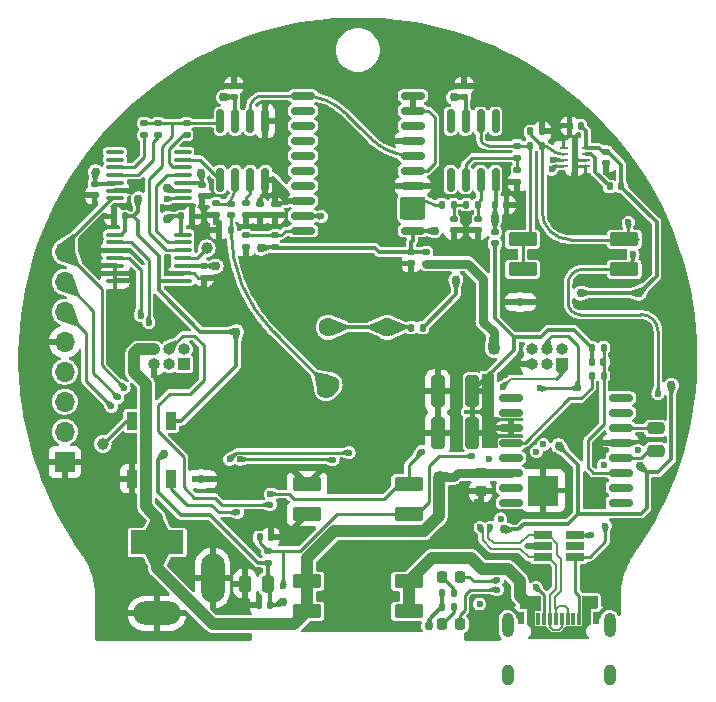
<source format=gbr>
%TF.GenerationSoftware,KiCad,Pcbnew,7.0.7*%
%TF.CreationDate,2024-03-07T18:56:00-05:00*%
%TF.ProjectId,ESP32Sensor-Sensor_board,45535033-3253-4656-9e73-6f722d53656e,rev?*%
%TF.SameCoordinates,Original*%
%TF.FileFunction,Copper,L1,Top*%
%TF.FilePolarity,Positive*%
%FSLAX46Y46*%
G04 Gerber Fmt 4.6, Leading zero omitted, Abs format (unit mm)*
G04 Created by KiCad (PCBNEW 7.0.7) date 2024-03-07 18:56:00*
%MOMM*%
%LPD*%
G01*
G04 APERTURE LIST*
G04 Aperture macros list*
%AMRoundRect*
0 Rectangle with rounded corners*
0 $1 Rounding radius*
0 $2 $3 $4 $5 $6 $7 $8 $9 X,Y pos of 4 corners*
0 Add a 4 corners polygon primitive as box body*
4,1,4,$2,$3,$4,$5,$6,$7,$8,$9,$2,$3,0*
0 Add four circle primitives for the rounded corners*
1,1,$1+$1,$2,$3*
1,1,$1+$1,$4,$5*
1,1,$1+$1,$6,$7*
1,1,$1+$1,$8,$9*
0 Add four rect primitives between the rounded corners*
20,1,$1+$1,$2,$3,$4,$5,0*
20,1,$1+$1,$4,$5,$6,$7,0*
20,1,$1+$1,$6,$7,$8,$9,0*
20,1,$1+$1,$8,$9,$2,$3,0*%
%AMHorizOval*
0 Thick line with rounded ends*
0 $1 width*
0 $2 $3 position (X,Y) of the first rounded end (center of the circle)*
0 $4 $5 position (X,Y) of the second rounded end (center of the circle)*
0 Add line between two ends*
20,1,$1,$2,$3,$4,$5,0*
0 Add two circle primitives to create the rounded ends*
1,1,$1,$2,$3*
1,1,$1,$4,$5*%
G04 Aperture macros list end*
%TA.AperFunction,SMDPad,CuDef*%
%ADD10R,0.600000X1.080000*%
%TD*%
%TA.AperFunction,SMDPad,CuDef*%
%ADD11R,0.300000X1.140000*%
%TD*%
%TA.AperFunction,ComponentPad*%
%ADD12O,1.000000X2.100000*%
%TD*%
%TA.AperFunction,ComponentPad*%
%ADD13O,1.000000X1.800000*%
%TD*%
%TA.AperFunction,ComponentPad*%
%ADD14HorizOval,1.600000X0.176777X0.176777X-0.176777X-0.176777X0*%
%TD*%
%TA.AperFunction,ComponentPad*%
%ADD15HorizOval,1.600000X0.000000X0.000000X0.000000X0.000000X0*%
%TD*%
%TA.AperFunction,SMDPad,CuDef*%
%ADD16RoundRect,0.147500X0.172500X-0.147500X0.172500X0.147500X-0.172500X0.147500X-0.172500X-0.147500X0*%
%TD*%
%TA.AperFunction,SMDPad,CuDef*%
%ADD17RoundRect,0.113000X1.107000X0.452000X-1.107000X0.452000X-1.107000X-0.452000X1.107000X-0.452000X0*%
%TD*%
%TA.AperFunction,SMDPad,CuDef*%
%ADD18RoundRect,0.100000X-0.637500X-0.100000X0.637500X-0.100000X0.637500X0.100000X-0.637500X0.100000X0*%
%TD*%
%TA.AperFunction,SMDPad,CuDef*%
%ADD19RoundRect,0.135000X-0.185000X0.135000X-0.185000X-0.135000X0.185000X-0.135000X0.185000X0.135000X0*%
%TD*%
%TA.AperFunction,SMDPad,CuDef*%
%ADD20RoundRect,0.140000X0.170000X-0.140000X0.170000X0.140000X-0.170000X0.140000X-0.170000X-0.140000X0*%
%TD*%
%TA.AperFunction,SMDPad,CuDef*%
%ADD21RoundRect,0.250000X0.250000X0.475000X-0.250000X0.475000X-0.250000X-0.475000X0.250000X-0.475000X0*%
%TD*%
%TA.AperFunction,SMDPad,CuDef*%
%ADD22RoundRect,0.140000X-0.140000X-0.170000X0.140000X-0.170000X0.140000X0.170000X-0.140000X0.170000X0*%
%TD*%
%TA.AperFunction,SMDPad,CuDef*%
%ADD23RoundRect,0.150000X0.150000X-0.825000X0.150000X0.825000X-0.150000X0.825000X-0.150000X-0.825000X0*%
%TD*%
%TA.AperFunction,SMDPad,CuDef*%
%ADD24RoundRect,0.218750X0.218750X0.256250X-0.218750X0.256250X-0.218750X-0.256250X0.218750X-0.256250X0*%
%TD*%
%TA.AperFunction,SMDPad,CuDef*%
%ADD25RoundRect,0.135000X0.185000X-0.135000X0.185000X0.135000X-0.185000X0.135000X-0.185000X-0.135000X0*%
%TD*%
%TA.AperFunction,SMDPad,CuDef*%
%ADD26RoundRect,0.135000X-0.135000X-0.185000X0.135000X-0.185000X0.135000X0.185000X-0.135000X0.185000X0*%
%TD*%
%TA.AperFunction,SMDPad,CuDef*%
%ADD27RoundRect,0.140000X-0.170000X0.140000X-0.170000X-0.140000X0.170000X-0.140000X0.170000X0.140000X0*%
%TD*%
%TA.AperFunction,SMDPad,CuDef*%
%ADD28C,1.000000*%
%TD*%
%TA.AperFunction,SMDPad,CuDef*%
%ADD29R,1.560000X0.650000*%
%TD*%
%TA.AperFunction,SMDPad,CuDef*%
%ADD30RoundRect,0.140000X0.140000X0.170000X-0.140000X0.170000X-0.140000X-0.170000X0.140000X-0.170000X0*%
%TD*%
%TA.AperFunction,ComponentPad*%
%ADD31R,1.700000X1.700000*%
%TD*%
%TA.AperFunction,ComponentPad*%
%ADD32O,1.700000X1.700000*%
%TD*%
%TA.AperFunction,SMDPad,CuDef*%
%ADD33RoundRect,0.100000X0.637500X0.100000X-0.637500X0.100000X-0.637500X-0.100000X0.637500X-0.100000X0*%
%TD*%
%TA.AperFunction,SMDPad,CuDef*%
%ADD34RoundRect,0.147500X0.147500X0.172500X-0.147500X0.172500X-0.147500X-0.172500X0.147500X-0.172500X0*%
%TD*%
%TA.AperFunction,SMDPad,CuDef*%
%ADD35RoundRect,0.135000X0.135000X0.185000X-0.135000X0.185000X-0.135000X-0.185000X0.135000X-0.185000X0*%
%TD*%
%TA.AperFunction,SMDPad,CuDef*%
%ADD36RoundRect,0.150000X-0.875000X-0.150000X0.875000X-0.150000X0.875000X0.150000X-0.875000X0.150000X0*%
%TD*%
%TA.AperFunction,SMDPad,CuDef*%
%ADD37R,0.700000X0.250000*%
%TD*%
%TA.AperFunction,SMDPad,CuDef*%
%ADD38R,0.610000X2.200000*%
%TD*%
%TA.AperFunction,SMDPad,CuDef*%
%ADD39RoundRect,0.225000X0.250000X-0.225000X0.250000X0.225000X-0.250000X0.225000X-0.250000X-0.225000X0*%
%TD*%
%TA.AperFunction,SMDPad,CuDef*%
%ADD40RoundRect,0.250000X-0.475000X0.250000X-0.475000X-0.250000X0.475000X-0.250000X0.475000X0.250000X0*%
%TD*%
%TA.AperFunction,ComponentPad*%
%ADD41O,2.000000X4.200000*%
%TD*%
%TA.AperFunction,ComponentPad*%
%ADD42O,4.000000X2.000000*%
%TD*%
%TA.AperFunction,ComponentPad*%
%ADD43R,4.500000X2.000000*%
%TD*%
%TA.AperFunction,SMDPad,CuDef*%
%ADD44R,0.900000X1.500000*%
%TD*%
%TA.AperFunction,SMDPad,CuDef*%
%ADD45RoundRect,0.250000X0.325000X1.100000X-0.325000X1.100000X-0.325000X-1.100000X0.325000X-1.100000X0*%
%TD*%
%TA.AperFunction,SMDPad,CuDef*%
%ADD46RoundRect,0.150000X0.875000X0.150000X-0.875000X0.150000X-0.875000X-0.150000X0.875000X-0.150000X0*%
%TD*%
%TA.AperFunction,SMDPad,CuDef*%
%ADD47R,1.600000X0.500000*%
%TD*%
%TA.AperFunction,ComponentPad*%
%ADD48C,0.700000*%
%TD*%
%TA.AperFunction,ComponentPad*%
%ADD49R,1.000000X1.000000*%
%TD*%
%TA.AperFunction,ComponentPad*%
%ADD50O,1.000000X1.000000*%
%TD*%
%TA.AperFunction,SMDPad,CuDef*%
%ADD51R,2.600000X2.600000*%
%TD*%
%TA.AperFunction,ViaPad*%
%ADD52C,0.600000*%
%TD*%
%TA.AperFunction,ViaPad*%
%ADD53C,1.016000*%
%TD*%
%TA.AperFunction,ViaPad*%
%ADD54C,0.762000*%
%TD*%
%TA.AperFunction,Conductor*%
%ADD55C,0.228600*%
%TD*%
%TA.AperFunction,Conductor*%
%ADD56C,0.200000*%
%TD*%
%TA.AperFunction,Conductor*%
%ADD57C,1.000000*%
%TD*%
%TA.AperFunction,Conductor*%
%ADD58C,0.304800*%
%TD*%
%TA.AperFunction,Conductor*%
%ADD59C,0.203200*%
%TD*%
%TA.AperFunction,Conductor*%
%ADD60C,0.781000*%
%TD*%
%TA.AperFunction,Conductor*%
%ADD61C,0.254000*%
%TD*%
G04 APERTURE END LIST*
D10*
%TO.P,J3,A1B12,GND*%
%TO.N,GND*%
X13800000Y-22110000D03*
%TO.P,J3,A4B9,VBUS*%
%TO.N,USBC_VBUS*%
X14600000Y-22110000D03*
D11*
%TO.P,J3,A5,CC1*%
%TO.N,CC1*%
X15750000Y-22140000D03*
%TO.P,J3,A6,D+*%
%TO.N,D+*%
X16750000Y-22140000D03*
%TO.P,J3,A7,D-*%
%TO.N,D-*%
X17250000Y-22140000D03*
%TO.P,J3,A8,SBU1*%
%TO.N,unconnected-(J3-SBU1-PadA8)*%
X18250000Y-22140000D03*
D10*
%TO.P,J3,B1A12,GND*%
%TO.N,GND*%
X20200000Y-22110000D03*
%TO.P,J3,B4A9,VBUS*%
%TO.N,USBC_VBUS*%
X19400000Y-22110000D03*
D11*
%TO.P,J3,B5,CC2*%
%TO.N,CC2*%
X18750000Y-22140000D03*
%TO.P,J3,B6,D+*%
%TO.N,D+*%
X17750000Y-22140000D03*
%TO.P,J3,B7,D-*%
%TO.N,D-*%
X16250000Y-22140000D03*
%TO.P,J3,B8,SBU2*%
%TO.N,unconnected-(J3-SBU2-PadB8)*%
X15250000Y-22140000D03*
D12*
%TO.P,J3,S1*%
%TO.N,N/C*%
X12680000Y-22710000D03*
D13*
%TO.P,J3,S2*%
X12680000Y-26890000D03*
%TO.P,J3,S3*%
X21320000Y-26890000D03*
D12*
%TO.P,J3,S4*%
X21320000Y-22710000D03*
%TD*%
D14*
%TO.P,PD1,1,An*%
%TO.N,Net-(PD1-An)*%
X-2517300Y-2503158D03*
D15*
%TO.P,PD1,2,Ca*%
%TO.N,5V_PD*%
X-2517300Y2517300D03*
%TO.P,PD1,3,Ca*%
X2503158Y2517300D03*
%TD*%
D16*
%TO.P,FB2,1*%
%TO.N,-VBUS*%
X11600000Y9615000D03*
%TO.P,FB2,2*%
%TO.N,-Vs_For_Lock_in*%
X11600000Y10585000D03*
%TD*%
D17*
%TO.P,S2,1A*%
%TO.N,ESP_ADC*%
X22550000Y7430000D03*
%TO.P,S2,1B*%
%TO.N,Net-(U6-OUT)*%
X13950000Y7430000D03*
%TO.P,S2,2A*%
%TO.N,Sensor_Analog*%
X22550000Y9970000D03*
%TO.P,S2,2B*%
%TO.N,Net-(U6-OUT)*%
X13950000Y9970000D03*
%TD*%
D18*
%TO.P,U1,1,VL*%
%TO.N,5V*%
X-20562500Y10350000D03*
%TO.P,U1,2,SCL*%
%TO.N,5V_SCL*%
X-20562500Y9700000D03*
%TO.P,U1,3,A1*%
%TO.N,GND*%
X-20562500Y9050000D03*
%TO.P,U1,4,SDA*%
%TO.N,5V_SDA*%
X-20562500Y8400000D03*
%TO.P,U1,5,A0*%
%TO.N,GND*%
X-20562500Y7750000D03*
%TO.P,U1,6,~{WLAT}*%
X-20562500Y7100000D03*
%TO.P,U1,7,NC*%
X-20562500Y6450000D03*
%TO.P,U1,8,~{SHDN}*%
%TO.N,5V*%
X-14837500Y6450000D03*
%TO.P,U1,9,DGND*%
%TO.N,GND*%
X-14837500Y7100000D03*
%TO.P,U1,10,V-*%
%TO.N,-Vs_For_Lock_in*%
X-14837500Y7750000D03*
%TO.P,U1,11,P0B*%
%TO.N,Net-(U1-P0B)*%
X-14837500Y8400000D03*
%TO.P,U1,12,P0W*%
%TO.N,EPOT_w*%
X-14837500Y9050000D03*
%TO.P,U1,13,P0A*%
%TO.N,EPOT_a*%
X-14837500Y9700000D03*
%TO.P,U1,14,V+*%
%TO.N,+Vs_For_Lock_in*%
X-14837500Y10350000D03*
%TD*%
D19*
%TO.P,R6,1*%
%TO.N,Net-(U3-SEL_A)*%
X-9500000Y10310000D03*
%TO.P,R6,2*%
%TO.N,GND*%
X-9500000Y9290000D03*
%TD*%
D20*
%TO.P,C9,1*%
%TO.N,GND*%
X-7000000Y12020000D03*
%TO.P,C9,2*%
%TO.N,-Vs_For_Lock_in*%
X-7000000Y12980000D03*
%TD*%
D21*
%TO.P,C18,1*%
%TO.N,3.3V*%
X-7650000Y-19200000D03*
%TO.P,C18,2*%
%TO.N,GND*%
X-9550000Y-19200000D03*
%TD*%
D20*
%TO.P,C6,1*%
%TO.N,GND*%
X-22300000Y13720000D03*
%TO.P,C6,2*%
%TO.N,+Vs_For_Lock_in*%
X-22300000Y14680000D03*
%TD*%
D22*
%TO.P,C15,1*%
%TO.N,GND*%
X17920000Y19600000D03*
%TO.P,C15,2*%
%TO.N,5V*%
X18880000Y19600000D03*
%TD*%
D23*
%TO.P,U4,1,RG*%
%TO.N,Op1_RG_b*%
X-11655000Y15025000D03*
%TO.P,U4,2,-IN*%
%TO.N,Net-(U4--IN)*%
X-10385000Y15025000D03*
%TO.P,U4,3,+IN*%
%TO.N,Net-(U4-+IN)*%
X-9115000Y15025000D03*
%TO.P,U4,4,-VS*%
%TO.N,-Vs_For_Lock_in*%
X-7845000Y15025000D03*
%TO.P,U4,5,REF*%
%TO.N,GND*%
X-7845000Y19975000D03*
%TO.P,U4,6,OUTPUT*%
%TO.N,Sensor_First_stage*%
X-9115000Y19975000D03*
%TO.P,U4,7,+VS*%
%TO.N,+Vs_For_Lock_in*%
X-10385000Y19975000D03*
%TO.P,U4,8,RG*%
%TO.N,EPOT_w*%
X-11655000Y19975000D03*
%TD*%
D24*
%TO.P,D3,1,K*%
%TO.N,Net-(D3-K)*%
X8687500Y-22600000D03*
%TO.P,D3,2,A*%
%TO.N,Net-(D3-A)*%
X7112500Y-22600000D03*
%TD*%
D25*
%TO.P,R9,1*%
%TO.N,GND*%
X-9500000Y11990000D03*
%TO.P,R9,2*%
%TO.N,Net-(U4-+IN)*%
X-9500000Y13010000D03*
%TD*%
D26*
%TO.P,R24,1*%
%TO.N,3.3V*%
X7090000Y-20000000D03*
%TO.P,R24,2*%
%TO.N,Net-(D2-A)*%
X8110000Y-20000000D03*
%TD*%
D27*
%TO.P,C3,1*%
%TO.N,+Vs_For_Lock_in*%
X4500000Y8880000D03*
%TO.P,C3,2*%
%TO.N,GND*%
X4500000Y7920000D03*
%TD*%
D20*
%TO.P,C8,1*%
%TO.N,+Vs_For_Lock_in*%
X-10500000Y22020000D03*
%TO.P,C8,2*%
%TO.N,GND*%
X-10500000Y22980000D03*
%TD*%
D26*
%TO.P,R12,1*%
%TO.N,Sensor_Second_stage*%
X7090000Y12900000D03*
%TO.P,R12,2*%
%TO.N,Net-(C12-Pad1)*%
X8110000Y12900000D03*
%TD*%
D19*
%TO.P,R2,1*%
%TO.N,EPOT_w*%
X-14500000Y19810000D03*
%TO.P,R2,2*%
%TO.N,Net-(U2-S2)*%
X-14500000Y18790000D03*
%TD*%
D27*
%TO.P,C11,1*%
%TO.N,GND*%
X9000000Y22980000D03*
%TO.P,C11,2*%
%TO.N,+Vs_For_Lock_in*%
X9000000Y22020000D03*
%TD*%
%TO.P,C12,1*%
%TO.N,Net-(C12-Pad1)*%
X8100000Y11680000D03*
%TO.P,C12,2*%
%TO.N,GND*%
X8100000Y10720000D03*
%TD*%
D19*
%TO.P,R3,1*%
%TO.N,EPOT_w*%
X-16900000Y19810000D03*
%TO.P,R3,2*%
%TO.N,Net-(U2-S3)*%
X-16900000Y18790000D03*
%TD*%
D28*
%TO.P,TP3,1,1*%
%TO.N,Net-(D1-DOUT)*%
X-21600000Y-7350000D03*
%TD*%
D26*
%TO.P,R14,1*%
%TO.N,Net-(U6-OUT)*%
X14590000Y17900000D03*
%TO.P,R14,2*%
%TO.N,Sensor_Analog*%
X15610000Y17900000D03*
%TD*%
D23*
%TO.P,U6,1,VOSTRIM*%
%TO.N,unconnected-(U6-VOSTRIM-Pad1)*%
X7845000Y15025000D03*
%TO.P,U6,2,-IN*%
%TO.N,Net-(U6--IN)*%
X9115000Y15025000D03*
%TO.P,U6,3,+IN*%
%TO.N,Net-(U6-+IN)*%
X10385000Y15025000D03*
%TO.P,U6,4,V-*%
%TO.N,-Vs_For_Lock_in*%
X11655000Y15025000D03*
%TO.P,U6,5,NC*%
%TO.N,unconnected-(U6-NC-Pad5)*%
X11655000Y19975000D03*
%TO.P,U6,6,OUT*%
%TO.N,Net-(U6-OUT)*%
X10385000Y19975000D03*
%TO.P,U6,7,V+*%
%TO.N,+Vs_For_Lock_in*%
X9115000Y19975000D03*
%TO.P,U6,8,VOSTRIM*%
%TO.N,unconnected-(U6-VOSTRIM-Pad8)*%
X7845000Y19975000D03*
%TD*%
D25*
%TO.P,R11,1*%
%TO.N,Net-(U6--IN)*%
X13500000Y16890000D03*
%TO.P,R11,2*%
%TO.N,Net-(U6-OUT)*%
X13500000Y17910000D03*
%TD*%
D26*
%TO.P,R22,1*%
%TO.N,Net-(U13-VREF)*%
X19790000Y-1600000D03*
%TO.P,R22,2*%
%TO.N,Net-(U13-FB{slash}SD)*%
X20810000Y-1600000D03*
%TD*%
D29*
%TO.P,CR1,1,1*%
%TO.N,D+*%
X15650000Y-15050000D03*
%TO.P,CR1,2,2*%
%TO.N,GND*%
X15650000Y-16000000D03*
%TO.P,CR1,3,3*%
%TO.N,D-*%
X15650000Y-16950000D03*
%TO.P,CR1,4,4*%
%TO.N,CC2*%
X18350000Y-16950000D03*
%TO.P,CR1,5,5*%
%TO.N,unconnected-(CR1-Pad5)*%
X18350000Y-16000000D03*
%TO.P,CR1,6,6*%
%TO.N,CC1*%
X18350000Y-15050000D03*
%TD*%
D26*
%TO.P,R13,1*%
%TO.N,Net-(C12-Pad1)*%
X9190000Y12900000D03*
%TO.P,R13,2*%
%TO.N,Net-(U6-+IN)*%
X10210000Y12900000D03*
%TD*%
D17*
%TO.P,S1,1A*%
%TO.N,USBC_VBUS*%
X4300000Y-21520000D03*
%TO.P,S1,1B*%
%TO.N,VBUS*%
X-4300000Y-21520000D03*
%TO.P,S1,2A*%
%TO.N,USBC_VBUS*%
X4300000Y-18980000D03*
%TO.P,S1,2B*%
%TO.N,VBUS*%
X-4300000Y-18980000D03*
%TD*%
D20*
%TO.P,C32,1*%
%TO.N,GND*%
X-13000000Y6720000D03*
%TO.P,C32,2*%
%TO.N,-Vs_For_Lock_in*%
X-13000000Y7680000D03*
%TD*%
D30*
%TO.P,C22,1*%
%TO.N,GND*%
X-7370000Y-15250000D03*
%TO.P,C22,2*%
%TO.N,ESP_EN*%
X-8330000Y-15250000D03*
%TD*%
D31*
%TO.P,J6,1,Pin_1*%
%TO.N,GND*%
X-24825000Y-8875000D03*
D32*
%TO.P,J6,2,Pin_2*%
%TO.N,3.3V*%
X-24825000Y-6335000D03*
%TO.P,J6,3,Pin_3*%
%TO.N,SCL*%
X-24825000Y-3795000D03*
%TO.P,J6,4,Pin_4*%
%TO.N,SDA*%
X-24825000Y-1255000D03*
%TO.P,J6,5,Pin_5*%
%TO.N,GND*%
X-24825000Y1285000D03*
%TO.P,J6,6,Pin_6*%
%TO.N,GPIO1*%
X-24825000Y3825000D03*
%TO.P,J6,7,Pin_7*%
%TO.N,Mux_Sel_A*%
X-24825000Y6365000D03*
%TO.P,J6,8,Pin_8*%
%TO.N,Mux_Sel_B*%
X-24825000Y8905000D03*
%TD*%
D19*
%TO.P,R4,1*%
%TO.N,EPOT_w*%
X-18100000Y19810000D03*
%TO.P,R4,2*%
%TO.N,Net-(U2-S4)*%
X-18100000Y18790000D03*
%TD*%
D27*
%TO.P,C13,1*%
%TO.N,Net-(U6-+IN)*%
X10200000Y11680000D03*
%TO.P,C13,2*%
%TO.N,GND*%
X10200000Y10720000D03*
%TD*%
D33*
%TO.P,U2,1,A0*%
%TO.N,Mux_Sel_A*%
X-14837500Y13450000D03*
%TO.P,U2,2,EN*%
%TO.N,5V*%
X-14837500Y14100000D03*
%TO.P,U2,3,VSS*%
%TO.N,-Vs_For_Lock_in*%
X-14837500Y14750000D03*
%TO.P,U2,4,S1*%
%TO.N,EPOT_a*%
X-14837500Y15400000D03*
%TO.P,U2,5,S2*%
%TO.N,Net-(U2-S2)*%
X-14837500Y16050000D03*
%TO.P,U2,6,D*%
%TO.N,Op1_RG_b*%
X-14837500Y16700000D03*
%TO.P,U2,7,NC*%
%TO.N,unconnected-(U2-NC-Pad7)*%
X-14837500Y17350000D03*
%TO.P,U2,8,NC*%
%TO.N,unconnected-(U2-NC-Pad8)*%
X-20562500Y17350000D03*
%TO.P,U2,9,NC*%
%TO.N,unconnected-(U2-NC-Pad9)*%
X-20562500Y16700000D03*
%TO.P,U2,10,S4*%
%TO.N,Net-(U2-S4)*%
X-20562500Y16050000D03*
%TO.P,U2,11,S3*%
%TO.N,Net-(U2-S3)*%
X-20562500Y15400000D03*
%TO.P,U2,12,VDD*%
%TO.N,+Vs_For_Lock_in*%
X-20562500Y14750000D03*
%TO.P,U2,13,GND*%
%TO.N,GND*%
X-20562500Y14100000D03*
%TO.P,U2,14,A1*%
%TO.N,Mux_Sel_B*%
X-20562500Y13450000D03*
%TD*%
D34*
%TO.P,FB4,1*%
%TO.N,5V*%
X5485000Y2500000D03*
%TO.P,FB4,2*%
%TO.N,5V_PD*%
X4515000Y2500000D03*
%TD*%
D22*
%TO.P,C27,1*%
%TO.N,-VBUS*%
X19820000Y-400000D03*
%TO.P,C27,2*%
%TO.N,Net-(U13-FB{slash}SD)*%
X20780000Y-400000D03*
%TD*%
D20*
%TO.P,C7,1*%
%TO.N,Net-(PD1-An)*%
X-10750000Y12020000D03*
%TO.P,C7,2*%
%TO.N,Net-(U4--IN)*%
X-10750000Y12980000D03*
%TD*%
D22*
%TO.P,C4,1*%
%TO.N,GND*%
X-20680000Y11900000D03*
%TO.P,C4,2*%
%TO.N,5V*%
X-19720000Y11900000D03*
%TD*%
%TO.P,C14,1*%
%TO.N,-Vs_For_Lock_in*%
X11620000Y12900000D03*
%TO.P,C14,2*%
%TO.N,GND*%
X12580000Y12900000D03*
%TD*%
D24*
%TO.P,D2,1,K*%
%TO.N,Net-(D2-K)*%
X8687500Y-18600000D03*
%TO.P,D2,2,A*%
%TO.N,Net-(D2-A)*%
X7112500Y-18600000D03*
%TD*%
D28*
%TO.P,TP4,1,1*%
%TO.N,Net-(U1-P0B)*%
X-12800000Y9200000D03*
%TD*%
D20*
%TO.P,C10,1*%
%TO.N,GND*%
X-8250000Y12020000D03*
%TO.P,C10,2*%
%TO.N,-Vs_For_Lock_in*%
X-8250000Y12980000D03*
%TD*%
D35*
%TO.P,R15,1*%
%TO.N,GND*%
X15610000Y19100000D03*
%TO.P,R15,2*%
%TO.N,Sensor_Analog*%
X14590000Y19100000D03*
%TD*%
D20*
%TO.P,C33,1*%
%TO.N,GND*%
X-13200000Y13620000D03*
%TO.P,C33,2*%
%TO.N,-Vs_For_Lock_in*%
X-13200000Y14580000D03*
%TD*%
D36*
%TO.P,U3,1,R_{in}A*%
%TO.N,Sensor_First_stage*%
X-4650000Y22115000D03*
%TO.P,U3,2,CHA+*%
%TO.N,unconnected-(U3-CHA+-Pad2)*%
X-4650000Y20845000D03*
%TO.P,U3,3,DIFF_OFF_ADJ1*%
%TO.N,unconnected-(U3-DIFF_OFF_ADJ1-Pad3)*%
X-4650000Y19575000D03*
%TO.P,U3,4,DIFF_OFF_ADJ2*%
%TO.N,unconnected-(U3-DIFF_OFF_ADJ2-Pad4)*%
X-4650000Y18305000D03*
%TO.P,U3,5,CM_OFF_ADJ1*%
%TO.N,unconnected-(U3-CM_OFF_ADJ1-Pad5)*%
X-4650000Y17035000D03*
%TO.P,U3,6,CM_OFF_ADJ2*%
%TO.N,unconnected-(U3-CM_OFF_ADJ2-Pad6)*%
X-4650000Y15765000D03*
%TO.P,U3,7,B/~{A}*%
%TO.N,unconnected-(U3-B{slash}~{A}-Pad7)*%
X-4650000Y14495000D03*
%TO.P,U3,8,-V_{S}*%
%TO.N,-Vs_For_Lock_in*%
X-4650000Y13225000D03*
%TO.P,U3,9,SEL_B*%
%TO.N,LED_REF*%
X-4650000Y11955000D03*
%TO.P,U3,10,SEL_A*%
%TO.N,Net-(U3-SEL_A)*%
X-4650000Y10685000D03*
%TO.P,U3,11,+V_{S}*%
%TO.N,+Vs_For_Lock_in*%
X4650000Y10685000D03*
%TO.P,U3,12,COMP*%
%TO.N,Sensor_Second_stage*%
X4650000Y11955000D03*
%TO.P,U3,13,V_{OUT}*%
X4650000Y13225000D03*
%TO.P,U3,14,R_{B}*%
%TO.N,GND*%
X4650000Y14495000D03*
%TO.P,U3,15,R_{F}*%
%TO.N,Net-(U3-CHA-)*%
X4650000Y15765000D03*
%TO.P,U3,16,R_{A}*%
%TO.N,Sensor_First_stage*%
X4650000Y17035000D03*
%TO.P,U3,17,R_{in}B*%
%TO.N,GND*%
X4650000Y18305000D03*
%TO.P,U3,18,CHB+*%
%TO.N,unconnected-(U3-CHB+-Pad18)*%
X4650000Y19575000D03*
%TO.P,U3,19,CHB-*%
%TO.N,Net-(U3-CHA-)*%
X4650000Y20845000D03*
%TO.P,U3,20,CHA-*%
X4650000Y22115000D03*
%TD*%
D25*
%TO.P,R16,1*%
%TO.N,3.3V*%
X-7650000Y-17410000D03*
%TO.P,R16,2*%
%TO.N,ESP_EN*%
X-7650000Y-16390000D03*
%TD*%
D37*
%TO.P,U7,1,GND*%
%TO.N,GND*%
X19272599Y16199999D03*
%TO.P,U7,2,REF-*%
X19272599Y16699999D03*
%TO.P,U7,3,REF+*%
%TO.N,5V_ADC*%
X19272599Y17199999D03*
%TO.P,U7,4,VCC*%
%TO.N,5V*%
X19272599Y17699999D03*
%TO.P,U7,5,IN-*%
%TO.N,GND*%
X17422599Y17699999D03*
%TO.P,U7,6,IN+*%
%TO.N,Sensor_Analog*%
X17422599Y17199999D03*
%TO.P,U7,7,SCL*%
%TO.N,5V_SCL*%
X17422599Y16699999D03*
%TO.P,U7,8,SDA*%
%TO.N,5V_SDA*%
X17422599Y16199999D03*
D38*
%TO.P,U7,9,EPAD*%
%TO.N,GND*%
X18347599Y16949999D03*
%TD*%
D25*
%TO.P,R5,1*%
%TO.N,+Vs_For_Lock_in*%
X-7000000Y9290000D03*
%TO.P,R5,2*%
%TO.N,Net-(U3-SEL_A)*%
X-7000000Y10310000D03*
%TD*%
D39*
%TO.P,C23,1*%
%TO.N,GND*%
X10400000Y-11375000D03*
%TO.P,C23,2*%
%TO.N,VBUS*%
X10400000Y-9825000D03*
%TD*%
D40*
%TO.P,C26,1*%
%TO.N,Net-(U13-CAP-)*%
X25200000Y-6050000D03*
%TO.P,C26,2*%
%TO.N,Net-(U13-CAP+)*%
X25200000Y-7950000D03*
%TD*%
D41*
%TO.P,J1,3*%
%TO.N,GND*%
X-12300000Y-18700000D03*
D42*
%TO.P,J1,2*%
X-17000000Y-21700000D03*
D43*
%TO.P,J1,1*%
%TO.N,VBUS*%
X-17000000Y-15700000D03*
%TD*%
D35*
%TO.P,R8,1*%
%TO.N,Net-(PD1-An)*%
X-10740000Y10750000D03*
%TO.P,R8,2*%
%TO.N,GND*%
X-11760000Y10750000D03*
%TD*%
D17*
%TO.P,S3,1A*%
%TO.N,ESP_EN*%
X4300000Y-13270000D03*
%TO.P,S3,1B*%
%TO.N,GND*%
X-4300000Y-13270000D03*
%TO.P,S3,2A*%
%TO.N,GPIO9*%
X4300000Y-10730000D03*
%TO.P,S3,2B*%
%TO.N,GND*%
X-4300000Y-10730000D03*
%TD*%
D44*
%TO.P,D1,1,VDD*%
%TO.N,5V*%
X-15850000Y-5400000D03*
%TO.P,D1,2,DOUT*%
%TO.N,Net-(D1-DOUT)*%
X-19150000Y-5400000D03*
%TO.P,D1,3,VSS*%
%TO.N,GND*%
X-19150000Y-10300000D03*
%TO.P,D1,4,DIN*%
%TO.N,NeopixelLED*%
X-15850000Y-10300000D03*
%TD*%
D45*
%TO.P,C31,1*%
%TO.N,-VBUS*%
X9700000Y-6400000D03*
%TO.P,C31,2*%
%TO.N,GND*%
X6750000Y-6400000D03*
%TD*%
D46*
%TO.P,U13,1,NC*%
%TO.N,unconnected-(U13-NC-Pad1)*%
X22250000Y-12345000D03*
%TO.P,U13,2,NC*%
%TO.N,unconnected-(U13-NC-Pad2)*%
X22250000Y-11075000D03*
%TO.P,U13,3,FB/SD*%
%TO.N,Net-(U13-FB{slash}SD)*%
X22250000Y-9805000D03*
%TO.P,U13,4,CAP+*%
%TO.N,Net-(U13-CAP+)*%
X22250000Y-8535000D03*
%TO.P,U13,5,GND*%
%TO.N,GND*%
X22250000Y-7265000D03*
%TO.P,U13,6,CAP-*%
%TO.N,Net-(U13-CAP-)*%
X22250000Y-5995000D03*
%TO.P,U13,7,NC*%
%TO.N,unconnected-(U13-NC-Pad7)*%
X22250000Y-4725000D03*
%TO.P,U13,8,NC*%
%TO.N,unconnected-(U13-NC-Pad8)*%
X22250000Y-3455000D03*
%TO.P,U13,9,NC*%
%TO.N,unconnected-(U13-NC-Pad9)*%
X12950000Y-3455000D03*
%TO.P,U13,10,NC*%
%TO.N,unconnected-(U13-NC-Pad10)*%
X12950000Y-4725000D03*
%TO.P,U13,11,VOUT*%
%TO.N,-VBUS*%
X12950000Y-5995000D03*
%TO.P,U13,12,VREF*%
%TO.N,Net-(U13-VREF)*%
X12950000Y-7265000D03*
%TO.P,U13,13,OSC*%
%TO.N,unconnected-(U13-OSC-Pad13)*%
X12950000Y-8535000D03*
%TO.P,U13,14,VCC*%
%TO.N,VBUS*%
X12950000Y-9805000D03*
%TO.P,U13,15,NC*%
%TO.N,unconnected-(U13-NC-Pad15)*%
X12950000Y-11075000D03*
%TO.P,U13,16,NC*%
%TO.N,unconnected-(U13-NC-Pad16)*%
X12950000Y-12345000D03*
%TD*%
D26*
%TO.P,R25,1*%
%TO.N,3.3V*%
X7090000Y-21200000D03*
%TO.P,R25,2*%
%TO.N,Net-(D3-A)*%
X8110000Y-21200000D03*
%TD*%
D45*
%TO.P,C28,1*%
%TO.N,-VBUS*%
X9700000Y-2900000D03*
%TO.P,C28,2*%
%TO.N,GND*%
X6750000Y-2900000D03*
%TD*%
D19*
%TO.P,R7,1*%
%TO.N,Net-(U4--IN)*%
X-12000000Y13010000D03*
%TO.P,R7,2*%
%TO.N,GND*%
X-12000000Y11990000D03*
%TD*%
D25*
%TO.P,R10,1*%
%TO.N,GND*%
X13500000Y14790000D03*
%TO.P,R10,2*%
%TO.N,Net-(U6--IN)*%
X13500000Y15810000D03*
%TD*%
D30*
%TO.P,C17,1*%
%TO.N,3.3V*%
X-7420000Y-21000000D03*
%TO.P,C17,2*%
%TO.N,GND*%
X-8380000Y-21000000D03*
%TD*%
%TO.P,C5,1*%
%TO.N,GND*%
X-14020000Y11900000D03*
%TO.P,C5,2*%
%TO.N,+Vs_For_Lock_in*%
X-14980000Y11900000D03*
%TD*%
D16*
%TO.P,FB1,1*%
%TO.N,VBUS*%
X5800000Y7915000D03*
%TO.P,FB1,2*%
%TO.N,+Vs_For_Lock_in*%
X5800000Y8885000D03*
%TD*%
D20*
%TO.P,C16,1*%
%TO.N,GND*%
X21000000Y16420000D03*
%TO.P,C16,2*%
%TO.N,5V*%
X21000000Y17380000D03*
%TD*%
D26*
%TO.P,R23,1*%
%TO.N,-VBUS*%
X19790000Y800000D03*
%TO.P,R23,2*%
%TO.N,Net-(U13-FB{slash}SD)*%
X20810000Y800000D03*
%TD*%
D34*
%TO.P,FB3,1*%
%TO.N,5V*%
X22285000Y14450000D03*
%TO.P,FB3,2*%
%TO.N,5V_ADC*%
X21315000Y14450000D03*
%TD*%
D47*
%TO.P,U14,7,PAD*%
%TO.N,GND*%
X-13250000Y-10356250D03*
D48*
X-13250000Y-10356250D03*
%TD*%
D47*
%TO.P,U11,7,PAD*%
%TO.N,GND*%
X13750000Y4650000D03*
D48*
X13750000Y4650000D03*
%TD*%
D49*
%TO.P,J4,1,Pin_1*%
%TO.N,INT*%
X17275000Y-625000D03*
D50*
%TO.P,J4,2,Pin_2*%
%TO.N,3.3V*%
X17275000Y645000D03*
%TO.P,J4,3,Pin_3*%
%TO.N,SCL*%
X16005000Y-625000D03*
%TO.P,J4,4,Pin_4*%
%TO.N,SDA*%
X16005000Y645000D03*
%TO.P,J4,5,Pin_5*%
%TO.N,GND*%
X14735000Y-625000D03*
%TO.P,J4,6,Pin_6*%
%TO.N,VBUS*%
X14735000Y645000D03*
%TD*%
D49*
%TO.P,J7,1,Pin_1*%
%TO.N,unconnected-(J7-Pin_1-Pad1)*%
X-14725000Y-625000D03*
D50*
%TO.P,J7,2,Pin_2*%
%TO.N,unconnected-(J7-Pin_2-Pad2)*%
X-14725000Y645000D03*
%TO.P,J7,3,Pin_3*%
%TO.N,LED_REF*%
X-15995000Y-625000D03*
%TO.P,J7,4,Pin_4*%
%TO.N,ESP_PWM_DIM*%
X-15995000Y645000D03*
%TO.P,J7,5,Pin_5*%
%TO.N,GND*%
X-17265000Y-625000D03*
%TO.P,J7,6,Pin_6*%
%TO.N,VBUS*%
X-17265000Y645000D03*
%TD*%
D48*
%TO.P,U15,25,GND*%
%TO.N,GND*%
X16400000Y-10600000D03*
X15000000Y-10600000D03*
D51*
X15700000Y-11300000D03*
D48*
X16400000Y-12000000D03*
X15000000Y-12000000D03*
%TD*%
D52*
%TO.N,GND*%
X16000000Y-19100000D03*
X7200000Y-15200000D03*
D53*
%TO.N,USBC_VBUS*%
X19800000Y-20700000D03*
X14200000Y-20700000D03*
D52*
%TO.N,GND*%
X-1900000Y-17800000D03*
X4000000Y-16400000D03*
X11400000Y-23500000D03*
X-20500000Y800000D03*
X14600000Y22000000D03*
X8100000Y17600000D03*
X16800000Y4000000D03*
X0Y-10200000D03*
X-7700000Y-3200000D03*
X-8200000Y1400000D03*
X-5500000Y2300000D03*
X9100000Y1500000D03*
X4800000Y25100000D03*
X-4700000Y23800000D03*
X-8400000Y17500000D03*
X-11400000Y17500000D03*
X-27400000Y2400000D03*
X-27400000Y-3200000D03*
X-24000000Y-13200000D03*
X-20600000Y-18700000D03*
X22700000Y-15500000D03*
X21300000Y-17900000D03*
%TO.N,CC1*%
X15070000Y-19500000D03*
D54*
%TO.N,3.3V*%
X26550000Y-2400000D03*
X12350000Y-14600000D03*
X-6300000Y-20700000D03*
X-16400000Y-8200000D03*
X17000000Y-7500000D03*
X6000000Y-22750000D03*
X23900000Y-9200000D03*
D52*
%TO.N,GND*%
X-16200000Y7100000D03*
X9000000Y23800000D03*
X17900000Y11400000D03*
X-12750000Y12000000D03*
X13500000Y14000000D03*
X-22300000Y13000000D03*
X21000000Y-7900000D03*
X17500000Y-5200000D03*
X10200000Y9900000D03*
X11900000Y-20900000D03*
X16800000Y5150000D03*
X-2000000Y-21750000D03*
X-12500000Y10750000D03*
X-6200000Y-15200000D03*
X3100000Y18300000D03*
X-19300000Y14100000D03*
X21300000Y-20900000D03*
X-21800000Y7700000D03*
X8100000Y9900000D03*
X-7000000Y11250000D03*
X24400000Y-1800000D03*
X18300000Y15400000D03*
X19700000Y-5200000D03*
X4500000Y7100000D03*
X-10400000Y-21100000D03*
X3100000Y14500000D03*
X-8250000Y11250000D03*
X27600000Y-4100000D03*
X17100000Y19600000D03*
X-10600000Y-6700000D03*
X13400000Y12900000D03*
X0Y-21750000D03*
X16400000Y19100000D03*
X1950000Y-21750000D03*
X-13300000Y-8200000D03*
X19400000Y-11500000D03*
X-11500000Y5300000D03*
X-10500000Y23750000D03*
X10100000Y-12300000D03*
X24100000Y-7100000D03*
X-21400000Y11900000D03*
X13750000Y2900000D03*
X12700000Y-20900000D03*
X-21900000Y9000000D03*
X14500000Y-16000000D03*
X18400000Y18500000D03*
X-15000000Y-2150000D03*
X23500000Y750000D03*
X-9500000Y11250000D03*
X-7800000Y21400000D03*
X-7500000Y-10150000D03*
X26800000Y6000000D03*
X-6700000Y-13300000D03*
X21000000Y15700000D03*
X18000000Y8700000D03*
%TO.N,CC1*%
X19700000Y-15100000D03*
%TO.N,D+*%
X11201223Y-14414739D03*
X15099479Y-8000521D03*
%TO.N,D-*%
X10351223Y-14414739D03*
X15700521Y-7399479D03*
%TO.N,CC2*%
X20800000Y-9150000D03*
X20950000Y-14300000D03*
%TO.N,RTS*%
X11100000Y-8600000D03*
X12100000Y-13700000D03*
%TO.N,Net-(D2-K)*%
X11800000Y-18900000D03*
%TO.N,GPIO9*%
X-7400000Y-11600000D03*
X5400000Y-8000000D03*
%TO.N,ESP_EN*%
X-6300000Y-19400000D03*
X9700000Y-8400000D03*
%TO.N,INT*%
X12300000Y-2500000D03*
%TO.N,SCL*%
X-750000Y-8100000D03*
X-10850000Y-8650000D03*
%TO.N,SDA*%
X-2100000Y-8700000D03*
X15400000Y-2650000D03*
X-9950000Y-8650000D03*
X18600000Y-2600000D03*
%TO.N,LED_REF*%
X-3100000Y11900000D03*
D54*
%TO.N,5V*%
X-18600000Y13400000D03*
X18850000Y5400000D03*
X23800000Y5400000D03*
X-10300000Y2150000D03*
X-16200000Y14300000D03*
X8300000Y6550000D03*
D52*
%TO.N,Sensor_Analog*%
X22900000Y11400000D03*
D54*
%TO.N,+Vs_For_Lock_in*%
X-22200000Y15700000D03*
X6500000Y10700000D03*
X-16200000Y11700000D03*
X8100000Y22000000D03*
X-11400000Y22000000D03*
X-8200000Y9200000D03*
%TO.N,-Vs_For_Lock_in*%
X11600000Y11700000D03*
X-12000000Y7700000D03*
X-13300000Y15600000D03*
X-6600000Y13900000D03*
D52*
%TO.N,ESP_ADC*%
X10300000Y-20900000D03*
X23300000Y8700000D03*
X25400000Y-3100000D03*
%TO.N,GPIO1*%
X-20875000Y-4175000D03*
%TO.N,Mux_Sel_A*%
X-20325000Y-3425000D03*
X-16200000Y13400000D03*
%TO.N,ESP_PWM_DIM*%
X-7400000Y-12500000D03*
%TO.N,NeopixelLED*%
X-10200000Y-13150000D03*
D53*
%TO.N,VBUS*%
X-17500000Y-13100000D03*
X6850000Y-10176600D03*
D52*
X23700000Y-7900000D03*
D53*
X11500000Y700000D03*
D52*
%TO.N,Mux_Sel_B*%
X-19800000Y-2600000D03*
%TO.N,5V_SDA*%
X16400000Y15900000D03*
X-18400000Y3500000D03*
%TO.N,5V_SCL*%
X-17700000Y2900000D03*
X16500000Y16700000D03*
%TO.N,Net-(D3-K)*%
X11800000Y-19700000D03*
%TD*%
D55*
%TO.N,CC2*%
X20950000Y-15610000D02*
X19610000Y-16950000D01*
X19610000Y-16950000D02*
X18350000Y-16950000D01*
X20950000Y-15130000D02*
X20950000Y-15610000D01*
X18350000Y-16950000D02*
X19130000Y-16950000D01*
X20950000Y-15130000D02*
X20950000Y-14300000D01*
D56*
%TO.N,D+*%
X16750000Y-21350000D02*
X17000000Y-21100000D01*
X17750000Y-22140000D02*
X17750000Y-21350000D01*
X17750000Y-21350000D02*
X17500000Y-21100000D01*
X17000000Y-21100000D02*
X17500000Y-21100000D01*
D55*
%TO.N,CC2*%
X18422400Y-16939800D02*
X18676400Y-16939800D01*
X18422400Y-19880000D02*
X18422400Y-16939800D01*
X18750000Y-20207600D02*
X18422400Y-19880000D01*
X18676400Y-16939800D02*
X18686600Y-16950000D01*
X18750000Y-22140000D02*
X18750000Y-20207600D01*
D57*
%TO.N,VBUS*%
X-5380000Y-22600000D02*
X-4300000Y-21520000D01*
X-12300000Y-22600000D02*
X-5380000Y-22600000D01*
X-17000000Y-17900000D02*
X-12300000Y-22600000D01*
X-17000000Y-15700000D02*
X-17000000Y-17900000D01*
X-17000000Y-13600000D02*
X-17000000Y-15700000D01*
X-17500000Y-13100000D02*
X-17000000Y-13600000D01*
X-18950000Y300000D02*
X-18605000Y645000D01*
X-18605000Y645000D02*
X-17265000Y645000D01*
X-17950000Y-2300000D02*
X-18950000Y-1300000D01*
X-18950000Y-1300000D02*
X-18950000Y300000D01*
X-17950000Y-12650000D02*
X-17950000Y-2300000D01*
X-17500000Y-13100000D02*
X-17950000Y-12650000D01*
D56*
%TO.N,D+*%
X16725000Y-20293200D02*
X17225000Y-19793200D01*
%TO.N,D-*%
X16275000Y-21259999D02*
X16275000Y-20106800D01*
X16275000Y-20106800D02*
X16775000Y-19606800D01*
%TO.N,D+*%
X16725000Y-21259999D02*
X16725000Y-20293200D01*
%TO.N,D-*%
X16250000Y-22140000D02*
X16250000Y-21284999D01*
%TO.N,D+*%
X16750000Y-21284999D02*
X16725000Y-21259999D01*
%TO.N,D-*%
X16250000Y-21284999D02*
X16275000Y-21259999D01*
%TO.N,D+*%
X16750000Y-22140000D02*
X16750000Y-21284999D01*
X16750000Y-22140000D02*
X16750000Y-21350000D01*
%TO.N,D-*%
X17000000Y-23100000D02*
X16500000Y-23100000D01*
X16250000Y-22850000D02*
X16500000Y-23100000D01*
X17250000Y-22850000D02*
X17000000Y-23100000D01*
X17250000Y-22140000D02*
X17250000Y-22850000D01*
X16250000Y-22140000D02*
X16250000Y-22850000D01*
D55*
%TO.N,CC1*%
X15750000Y-20180000D02*
X15070000Y-19500000D01*
X15750000Y-22140000D02*
X15750000Y-20180000D01*
D57*
%TO.N,USBC_VBUS*%
X13700000Y-20200000D02*
X14200000Y-20700000D01*
X13700000Y-18950000D02*
X13700000Y-20200000D01*
D56*
%TO.N,D-*%
X16775000Y-19606800D02*
X16775000Y-17600000D01*
%TO.N,D+*%
X17225000Y-19793200D02*
X17225000Y-17125000D01*
D58*
%TO.N,3.3V*%
X-16925000Y-9477500D02*
X-16925000Y-11425000D01*
X24450000Y-10300000D02*
X24450000Y-9750000D01*
X7090000Y-20000000D02*
X7090000Y-21100000D01*
X-16925000Y-8725000D02*
X-16925000Y-9477500D01*
X-7420000Y-19430000D02*
X-7650000Y-19200000D01*
X23950000Y-13250000D02*
X24450000Y-12750000D01*
X-16400000Y-8200000D02*
X-16925000Y-8725000D01*
X25450000Y-9750000D02*
X26550000Y-8650000D01*
X17800000Y-14100000D02*
X14066900Y-14100000D01*
X18650000Y-9150000D02*
X17000000Y-7500000D01*
X12350000Y-14600000D02*
X12766900Y-14600000D01*
X-12500000Y-13400000D02*
X-8490000Y-17410000D01*
X7050000Y-21200000D02*
X7090000Y-21200000D01*
X-6600000Y-21000000D02*
X-6300000Y-20700000D01*
X-14950000Y-13400000D02*
X-12500000Y-13400000D01*
X26550000Y-8650000D02*
X26550000Y-2400000D01*
X20450000Y-13250000D02*
X23950000Y-13250000D01*
X24450000Y-9750000D02*
X25450000Y-9750000D01*
X7090000Y-21100000D02*
X7090000Y-21110000D01*
X6000000Y-22250000D02*
X7050000Y-21200000D01*
X-16925000Y-11425000D02*
X-14950000Y-13400000D01*
X18650000Y-13250000D02*
X17800000Y-14100000D01*
X20450000Y-13250000D02*
X18650000Y-13250000D01*
X-7420000Y-21000000D02*
X-7420000Y-19430000D01*
X-7420000Y-21000000D02*
X-6600000Y-21000000D01*
X24450000Y-12750000D02*
X24450000Y-10300000D01*
X6000000Y-22750000D02*
X6000000Y-22250000D01*
X18650000Y-13250000D02*
X18650000Y-9150000D01*
X14066900Y-14100000D02*
X13566900Y-14600000D01*
X-7650000Y-17410000D02*
X-7650000Y-19200000D01*
X-8490000Y-17410000D02*
X-7650000Y-17410000D01*
X13566900Y-14600000D02*
X12350000Y-14600000D01*
X24450000Y-9750000D02*
X23900000Y-9200000D01*
D55*
%TO.N,GND*%
X-22300000Y13720000D02*
X-22300000Y13000000D01*
X-20562500Y7750000D02*
X-21750000Y7750000D01*
X18347599Y16949999D02*
X18347599Y15447599D01*
X12580000Y12900000D02*
X13400000Y12900000D01*
X18347599Y18447599D02*
X18400000Y18500000D01*
X-12000000Y11990000D02*
X-12740000Y11990000D01*
X-13520000Y6720000D02*
X-13000000Y6720000D01*
X18597599Y16699999D02*
X18347599Y16949999D01*
X-21750000Y7750000D02*
X-21800000Y7700000D01*
X-21850000Y9050000D02*
X-21900000Y9000000D01*
X-7000000Y12020000D02*
X-7000000Y11250000D01*
X22121200Y-7265000D02*
X23215000Y-7265000D01*
X13500000Y14790000D02*
X13500000Y14000000D01*
X15610000Y19100000D02*
X16400000Y19100000D01*
X19272599Y16699999D02*
X18597599Y16699999D01*
X-20562500Y9050000D02*
X-21850000Y9050000D01*
X19300000Y16200000D02*
X18347599Y16200000D01*
X-11760000Y10750000D02*
X-12500000Y10750000D01*
X15577600Y-16000000D02*
X14500000Y-16000000D01*
X17920000Y19600000D02*
X17100000Y19600000D01*
X9000000Y22980000D02*
X9000000Y23800000D01*
X22121200Y-7265000D02*
X21365000Y-7265000D01*
X-8250000Y12020000D02*
X-8250000Y11250000D01*
X4650000Y18305000D02*
X3100000Y18300000D01*
X-9500000Y11990000D02*
X-9500000Y11250000D01*
X-7845000Y21355000D02*
X-7800000Y21400000D01*
X-20680000Y11900000D02*
X-21400000Y11900000D01*
X-10500000Y22980000D02*
X-10500000Y23750000D01*
X18347599Y16200000D02*
X18347599Y16949999D01*
X-14837500Y7100000D02*
X-16200000Y7100000D01*
X19300000Y16199998D02*
X19300000Y16200000D01*
X21000000Y16420000D02*
X21000000Y15700000D01*
X4650000Y14495000D02*
X3100000Y14500000D01*
X18347599Y16949999D02*
X18347599Y18447599D01*
D59*
X4500000Y7920000D02*
X4500000Y7100000D01*
D55*
X10400000Y-12000000D02*
X10100000Y-12300000D01*
X-14837500Y7100000D02*
X-13900000Y7100000D01*
X-20562500Y14100000D02*
X-19300000Y14100000D01*
X8100000Y10720000D02*
X8100000Y9900000D01*
X18347599Y15447599D02*
X18300000Y15400000D01*
X10200000Y10720000D02*
X10200000Y9900000D01*
X-13900000Y7100000D02*
X-13520000Y6720000D01*
X-7845000Y19963800D02*
X-7845000Y21355000D01*
X-12740000Y11990000D02*
X-12750000Y12000000D01*
X10400000Y-11075000D02*
X10400000Y-12000000D01*
%TO.N,CC1*%
X19700000Y-15100000D02*
X18462200Y-15100000D01*
X18462200Y-15100000D02*
X18422400Y-15060200D01*
D56*
%TO.N,D+*%
X13754999Y-15775000D02*
X11493200Y-15775000D01*
X15650000Y-15050000D02*
X16150000Y-15050000D01*
X16900000Y-16800000D02*
X17225000Y-17125000D01*
X15650000Y-15050000D02*
X14479999Y-15050000D01*
X11001224Y-14614738D02*
X11201223Y-14414739D01*
X14479999Y-15050000D02*
X13754999Y-15775000D01*
X16900000Y-15800000D02*
X16900000Y-16800000D01*
X11001224Y-15283024D02*
X11001224Y-14614738D01*
X16150000Y-15050000D02*
X16900000Y-15800000D01*
X11493200Y-15775000D02*
X11001224Y-15283024D01*
%TO.N,D-*%
X13754999Y-16225000D02*
X11306800Y-16225000D01*
X10551222Y-14614738D02*
X10351223Y-14414739D01*
X10551222Y-15469422D02*
X10551222Y-14614738D01*
X15650000Y-16950000D02*
X14479999Y-16950000D01*
X11306800Y-16225000D02*
X10551222Y-15469422D01*
X14479999Y-16950000D02*
X13754999Y-16225000D01*
X16125000Y-16950000D02*
X16775000Y-17600000D01*
X15650000Y-16950000D02*
X16125000Y-16950000D01*
D55*
%TO.N,Net-(D2-K)*%
X11700000Y-19000000D02*
X11800000Y-18900000D01*
X9800000Y-19000000D02*
X11700000Y-19000000D01*
X8687500Y-18600000D02*
X9400000Y-18600000D01*
X9400000Y-18600000D02*
X9800000Y-19000000D01*
%TO.N,GPIO9*%
X-7400000Y-11600000D02*
X-5850000Y-11600000D01*
X3520000Y-10730000D02*
X4300000Y-10730000D01*
X4300000Y-10730000D02*
X4300000Y-9100000D01*
X-5450000Y-12000000D02*
X-1220000Y-12000000D01*
X-5850000Y-11600000D02*
X-5450000Y-12000000D01*
X4300000Y-9100000D02*
X5400000Y-8000000D01*
X3995200Y-10856252D02*
X4084474Y-10945526D01*
X-1220000Y-12000000D02*
X2250000Y-12000000D01*
X2250000Y-12000000D02*
X3520000Y-10730000D01*
%TO.N,ESP_EN*%
X6000000Y-12250000D02*
X6000000Y-9250000D01*
X-7650000Y-16390000D02*
X-6310000Y-16390000D01*
X-6300000Y-16400000D02*
X-6310000Y-16390000D01*
X4350000Y-13220000D02*
X4300000Y-13270000D01*
X-8330000Y-15710000D02*
X-7650000Y-16390000D01*
X-8330000Y-15250000D02*
X-8330000Y-15710000D01*
X9700000Y-8400000D02*
X6850000Y-8400000D01*
X4300000Y-13270000D02*
X4280000Y-13250000D01*
X4300000Y-13270000D02*
X4980000Y-13270000D01*
X-6300000Y-19400000D02*
X-6300000Y-16400000D01*
X-4890000Y-16390000D02*
X-6310000Y-16390000D01*
X6850000Y-8400000D02*
X6000000Y-9250000D01*
X-1750000Y-13250000D02*
X-4890000Y-16390000D01*
X4280000Y-13250000D02*
X-1750000Y-13250000D01*
X4980000Y-13270000D02*
X6000000Y-12250000D01*
D59*
%TO.N,INT*%
X12950000Y-1850000D02*
X12300000Y-2500000D01*
D55*
X17275000Y-625000D02*
X17275000Y-1375000D01*
D59*
X13500000Y-1850000D02*
X12950000Y-1850000D01*
X16800000Y-1850000D02*
X13500000Y-1850000D01*
D55*
X17275000Y-1375000D02*
X16800000Y-1850000D01*
%TO.N,SCL*%
X-10300000Y-8100000D02*
X-10850000Y-8650000D01*
X-10200000Y-8100000D02*
X-10300000Y-8100000D01*
X-10200000Y-8100000D02*
X-750000Y-8100000D01*
%TO.N,SDA*%
X-2150000Y-8650000D02*
X-2100000Y-8700000D01*
X18600000Y-2600000D02*
X18600000Y950000D01*
X15400000Y-2650000D02*
X18550000Y-2650000D01*
X16400000Y1800000D02*
X16005000Y1405000D01*
X18550000Y-2650000D02*
X18600000Y-2600000D01*
X15420200Y-2629800D02*
X15400000Y-2650000D01*
X16005000Y1405000D02*
X16005000Y645000D01*
X18600000Y950000D02*
X17750000Y1800000D01*
X-9950000Y-8650000D02*
X-2150000Y-8650000D01*
X17750000Y1800000D02*
X16400000Y1800000D01*
%TO.N,LED_REF*%
X-3155000Y11955000D02*
X-3100000Y11900000D01*
X-4650000Y11955000D02*
X-3155000Y11955000D01*
D58*
%TO.N,5V*%
X-16850000Y5650000D02*
X-16600000Y5400000D01*
X-16850000Y6500000D02*
X-16850000Y5650000D01*
X-10300000Y2150000D02*
X-13350000Y2150000D01*
X-16000000Y14100000D02*
X-16200000Y14300000D01*
X25300000Y11400000D02*
X25300000Y7000000D01*
X-19720000Y11900000D02*
X-19000000Y11900000D01*
X-19720000Y10680000D02*
X-19720000Y11900000D01*
X8300000Y6550000D02*
X8300000Y5315000D01*
X-14837500Y14100000D02*
X-16000000Y14100000D01*
X-10300000Y2150000D02*
X-10300000Y-720854D01*
X21000000Y17380000D02*
X21205000Y17380000D01*
X-20050000Y10350000D02*
X-19720000Y10680000D01*
X-16800000Y6450000D02*
X-16850000Y6500000D01*
X18880000Y19600000D02*
X19300000Y19180000D01*
X-14979146Y-5400000D02*
X-10300000Y-720854D01*
X22285000Y14450000D02*
X22285000Y14415000D01*
X-18600000Y10300000D02*
X-16850000Y8550000D01*
X22285000Y16300000D02*
X22285000Y14500000D01*
X8300000Y5315000D02*
X5485000Y2500000D01*
X25300000Y6900000D02*
X23800000Y5400000D01*
X19300000Y17700000D02*
X20400000Y17700000D01*
X25300000Y7000000D02*
X25300000Y6900000D01*
X21205000Y17380000D02*
X22285000Y16300000D01*
X-15850000Y-5400000D02*
X-14979146Y-5400000D01*
X-18600000Y13400000D02*
X-18600000Y12300000D01*
X-18600000Y12300000D02*
X-19000000Y11900000D01*
X-20562500Y10350000D02*
X-20050000Y10350000D01*
X-16850000Y8550000D02*
X-16850000Y6500000D01*
X19300000Y19180000D02*
X19300000Y17700000D01*
X-14837500Y6450000D02*
X-16800000Y6450000D01*
X18850000Y5400000D02*
X23800000Y5400000D01*
X22285000Y14415000D02*
X25300000Y11400000D01*
X-19000000Y11900000D02*
X-18600000Y11500000D01*
X-18600000Y11500000D02*
X-18600000Y10300000D01*
X-13350000Y2150000D02*
X-16600000Y5400000D01*
X20720000Y17380000D02*
X20400000Y17700000D01*
D55*
%TO.N,Sensor_Analog*%
X17395198Y17199999D02*
X17265687Y17199999D01*
X15610000Y12290000D02*
X15610000Y17900000D01*
X22900000Y10320000D02*
X22550000Y9970000D01*
X22530000Y9950000D02*
X17950000Y9950000D01*
X22900000Y11400000D02*
X22900000Y10320000D01*
X14590000Y19100000D02*
X14590000Y18920000D01*
X14590000Y18920000D02*
X15610000Y17900000D01*
X16275771Y17624228D02*
X16300000Y17600000D01*
X22550000Y9970000D02*
X23680000Y9970000D01*
X16275763Y17624220D02*
G75*
G03*
X15610000Y17900000I-665763J-665720D01*
G01*
X15610000Y12290000D02*
G75*
G03*
X17950000Y9950000I2340000J0D01*
G01*
X22530000Y9950000D02*
G75*
G03*
X22550000Y9970000I0J20000D01*
G01*
X22550000Y9970000D02*
G75*
G03*
X22570000Y9950000I20000J0D01*
G01*
X16300004Y17600004D02*
G75*
G03*
X17265687Y17199999I965696J965696D01*
G01*
D58*
%TO.N,+Vs_For_Lock_in*%
X-10385000Y19963800D02*
X-10385000Y21905000D01*
X9115000Y21905000D02*
X9000000Y22020000D01*
X-6950000Y9240000D02*
X-7000000Y9290000D01*
X-20632500Y14680000D02*
X-20562500Y14750000D01*
X-14980000Y11900000D02*
X-14980000Y10492500D01*
X8880000Y21900000D02*
X9000000Y22020000D01*
X-11400000Y22000000D02*
X-10520000Y22000000D01*
X4500000Y9700000D02*
X4650000Y9850000D01*
X4650000Y10685000D02*
X6485000Y10685000D01*
X6485000Y10685000D02*
X6500000Y10700000D01*
X-10385000Y21905000D02*
X-10500000Y22020000D01*
X8980000Y22000000D02*
X9000000Y22020000D01*
X-22300000Y14680000D02*
X-22300000Y15600000D01*
X-14980000Y11900000D02*
X-16000000Y11900000D01*
X1800000Y8900000D02*
X1460000Y9240000D01*
X-7000000Y9290000D02*
X-8110000Y9290000D01*
X-14980000Y10492500D02*
X-14837500Y10350000D01*
X5795000Y8880000D02*
X5800000Y8885000D01*
X-16000000Y11900000D02*
X-16200000Y11700000D01*
X4650000Y10685000D02*
X4650000Y9850000D01*
X4480000Y8900000D02*
X1800000Y8900000D01*
X4500000Y8880000D02*
X5795000Y8880000D01*
X4500000Y8880000D02*
X4480000Y8900000D01*
X-22300000Y15600000D02*
X-22200000Y15700000D01*
X-8110000Y9290000D02*
X-8200000Y9200000D01*
X8100000Y22000000D02*
X8980000Y22000000D01*
X-22300000Y14680000D02*
X-20632500Y14680000D01*
X-10520000Y22000000D02*
X-10500000Y22020000D01*
X9115000Y19963800D02*
X9115000Y21905000D01*
X4500000Y8880000D02*
X4500000Y9700000D01*
X1460000Y9240000D02*
X-6950000Y9240000D01*
%TO.N,-Vs_For_Lock_in*%
X11655000Y15036200D02*
X11655000Y13035000D01*
X-13200000Y14580000D02*
X-13200000Y15500000D01*
X-14837500Y14750000D02*
X-13270000Y14750000D01*
X-4625000Y13200000D02*
X-4650000Y13225000D01*
X11655000Y13035000D02*
X11600000Y12980000D01*
X-13270000Y14750000D02*
X-13100000Y14580000D01*
X-14837500Y7750000D02*
X-13070000Y7750000D01*
X-13000000Y7680000D02*
X-12020000Y7680000D01*
X-12020000Y7680000D02*
X-12000000Y7700000D01*
X-13070000Y7750000D02*
X-13000000Y7680000D01*
X11620000Y12900000D02*
X11620000Y11720000D01*
X-13200000Y15500000D02*
X-13300000Y15600000D01*
X11600000Y10585000D02*
X11600000Y11700000D01*
X11620000Y11720000D02*
X11600000Y11700000D01*
%TO.N,5V_ADC*%
X19755599Y17199999D02*
X20100000Y16855598D01*
X19272599Y17199999D02*
X19755599Y17199999D01*
X20100000Y15665000D02*
X21315000Y14450000D01*
X20100000Y16855598D02*
X20100000Y15665000D01*
D55*
%TO.N,Net-(PD1-An)*%
X-10750000Y10760000D02*
X-10740000Y10750000D01*
X-7182929Y2162471D02*
X-2517300Y-2503158D01*
X-10750000Y12020000D02*
X-10750000Y10760000D01*
X-10739999Y10750000D02*
G75*
G03*
X-7182928Y2162472I12144599J0D01*
G01*
%TO.N,Sensor_Second_stage*%
X6441421Y12900000D02*
X7090000Y12900000D01*
X4650000Y13225000D02*
X5656802Y13225000D01*
X6199994Y12999994D02*
G75*
G03*
X6441421Y12900000I241406J241406D01*
G01*
X6199999Y12999999D02*
G75*
G03*
X5656802Y13225000I-543199J-543199D01*
G01*
%TO.N,ESP_ADC*%
X24000000Y3600000D02*
X18800000Y3600000D01*
X23300000Y8180000D02*
X22550000Y7430000D01*
X17800000Y4600000D02*
X17800000Y6200000D01*
X23300000Y8700000D02*
X23300000Y8180000D01*
X25400000Y-3100000D02*
X25400000Y2200000D01*
X22550000Y7430000D02*
X19030000Y7430000D01*
X19030000Y7430000D02*
G75*
G03*
X17800000Y6200000I0J-1230000D01*
G01*
X25400000Y2200000D02*
G75*
G03*
X24000000Y3600000I-1400000J0D01*
G01*
X17800000Y4600000D02*
G75*
G03*
X18800000Y3600000I1000000J0D01*
G01*
%TO.N,Sensor_First_stage*%
X100000Y19500000D02*
X-1005327Y20605327D01*
X1090683Y18509318D02*
X100000Y19500000D01*
X-9115000Y19963800D02*
X-9115000Y21085000D01*
X-8100000Y22100000D02*
X-4665000Y22100000D01*
X1090684Y18509319D02*
G75*
G03*
X4650000Y17035000I3559316J3559311D01*
G01*
X-4665000Y22100000D02*
G75*
G03*
X-4650000Y22115000I1J14999D01*
G01*
X-8100000Y22100000D02*
G75*
G03*
X-9115000Y21085000I1J-1015001D01*
G01*
X-1005327Y20605327D02*
G75*
G03*
X-4650000Y22115000I-3644672J-3644670D01*
G01*
%TO.N,GPIO1*%
X-23050000Y2050000D02*
X-23050000Y-2000000D01*
X-23050000Y-2000000D02*
X-20875000Y-4175000D01*
X-24825000Y3825000D02*
X-23050000Y2050000D01*
%TO.N,Mux_Sel_A*%
X-14837500Y13450000D02*
X-16150000Y13450000D01*
X-22400000Y-1200000D02*
X-22400000Y3940000D01*
X-22400000Y3940000D02*
X-24825000Y6365000D01*
X-16150000Y13450000D02*
X-16200000Y13400000D01*
X-22400000Y-1200000D02*
X-22400000Y-1350000D01*
X-22400000Y-1350000D02*
X-20325000Y-3425000D01*
%TO.N,ESP_PWM_DIM*%
X-16950000Y-4100000D02*
X-15950000Y-3100000D01*
X-14725000Y-11025000D02*
X-14725000Y-8475000D01*
X-13050000Y-1950000D02*
X-13050000Y1000000D01*
X-12100000Y-11900000D02*
X-13850000Y-11900000D01*
X-14725000Y-8475000D02*
X-16950000Y-6250000D01*
X-14840000Y1800000D02*
X-15995000Y645000D01*
X-13850000Y1800000D02*
X-14840000Y1800000D01*
X-11500000Y-12500000D02*
X-12100000Y-11900000D01*
X-7400000Y-12500000D02*
X-11500000Y-12500000D01*
X-15950000Y-3100000D02*
X-14200000Y-3100000D01*
X-13850000Y-11900000D02*
X-14725000Y-11025000D01*
X-16950000Y-6250000D02*
X-16950000Y-4100000D01*
X-13050000Y1000000D02*
X-13850000Y1800000D01*
X-14200000Y-3100000D02*
X-13050000Y-1950000D01*
%TO.N,NeopixelLED*%
X-14500000Y-12500000D02*
X-12400000Y-12500000D01*
X-15850000Y-10300000D02*
X-15850000Y-11150000D01*
X-15850000Y-11150000D02*
X-14500000Y-12500000D01*
X-10200000Y-13150000D02*
X-11750000Y-13150000D01*
X-11750000Y-13150000D02*
X-12400000Y-12500000D01*
D60*
%TO.N,VBUS*%
X10600000Y3600000D02*
X10600000Y3000000D01*
X8475000Y-9825000D02*
X10400000Y-9825000D01*
X5800000Y7915000D02*
X9285000Y7915000D01*
D57*
X-4300000Y-18980000D02*
X-4300000Y-17050000D01*
D60*
X9285000Y7915000D02*
X10600000Y6600000D01*
D57*
X-2000000Y-14750000D02*
X5600000Y-14750000D01*
D61*
X10225000Y-9525000D02*
X10400000Y-9525000D01*
D60*
X10400000Y-9825000D02*
X12930000Y-9825000D01*
D57*
X6850000Y-13500000D02*
X6850000Y-10206000D01*
X-4300000Y-17050000D02*
X-2000000Y-14750000D01*
D60*
X10600000Y3600000D02*
X10600000Y6600000D01*
X10600000Y3000000D02*
X11500000Y2100000D01*
D61*
X10680000Y-9805000D02*
X10400000Y-9525000D01*
D60*
X6850000Y-10176600D02*
X8123400Y-10176600D01*
X11500000Y2100000D02*
X11500000Y700000D01*
D57*
X-4300000Y-18980000D02*
X-4300000Y-21520000D01*
D60*
X12930000Y-9825000D02*
X12950000Y-9805000D01*
X8123400Y-10176600D02*
X8475000Y-9825000D01*
D57*
X5600000Y-14750000D02*
X6850000Y-13500000D01*
D58*
%TO.N,-VBUS*%
X16100000Y2300000D02*
X18290000Y2300000D01*
X13200000Y1700000D02*
X15500000Y1700000D01*
X19790000Y-370000D02*
X19820000Y-400000D01*
X15500000Y1700000D02*
X16100000Y2300000D01*
X11600000Y3900000D02*
X11600000Y4400000D01*
X11600000Y-1000000D02*
X9700000Y-2900000D01*
X19790000Y800000D02*
X19790000Y-370000D01*
X11600000Y9615000D02*
X11600000Y4400000D01*
X13200000Y1700000D02*
X11600000Y3300000D01*
X13200000Y600000D02*
X13200000Y1700000D01*
X11600000Y-1000000D02*
X13200000Y600000D01*
X18290000Y2300000D02*
X19790000Y800000D01*
X11600000Y3300000D02*
X11600000Y3900000D01*
D55*
%TO.N,Mux_Sel_B*%
X-21700000Y200000D02*
X-21700000Y5780000D01*
X-20850000Y13450000D02*
X-24825000Y9475000D01*
X-21700000Y5780000D02*
X-24825000Y8905000D01*
X-21700000Y-700000D02*
X-21700000Y200000D01*
X-24825000Y9475000D02*
X-24825000Y8905000D01*
X-19800000Y-2600000D02*
X-21700000Y-700000D01*
X-20562500Y13450000D02*
X-20850000Y13450000D01*
%TO.N,5V_SDA*%
X16699998Y16199998D02*
X16400000Y15900000D01*
X-18400000Y3500000D02*
X-18400000Y7400000D01*
X17395198Y16199998D02*
X16699998Y16199998D01*
X-18400000Y7400000D02*
X-19400000Y8400000D01*
X-20562500Y8400000D02*
X-19400000Y8400000D01*
%TO.N,5V_SCL*%
X-17700000Y8200000D02*
X-19200000Y9700000D01*
X-17700000Y2900000D02*
X-17700000Y8200000D01*
X-19200000Y9700000D02*
X-20562500Y9700000D01*
X17395198Y16699999D02*
X16500001Y16699999D01*
X16500000Y16700000D02*
G75*
G03*
X16500001Y16699999I1J0D01*
G01*
%TO.N,EPOT_w*%
X-15900000Y19810000D02*
X-15700000Y19810000D01*
X-18100000Y19810000D02*
X-15900000Y19810000D01*
X-11820000Y19810000D02*
X-11655000Y19975000D01*
X-16600000Y17800000D02*
X-15700000Y18700000D01*
X-17700000Y15100000D02*
X-16600000Y16200000D01*
X-15700000Y18700000D02*
X-15700000Y19810000D01*
X-15700000Y19810000D02*
X-11820000Y19810000D01*
X-17700000Y10500000D02*
X-17700000Y15100000D01*
X-16250000Y9050000D02*
X-17700000Y10500000D01*
X-14837500Y9050000D02*
X-16250000Y9050000D01*
X-16600000Y16200000D02*
X-16600000Y17800000D01*
%TO.N,Net-(D2-A)*%
X8110000Y-19597500D02*
X7112500Y-18600000D01*
X8110000Y-20000000D02*
X8110000Y-19597500D01*
%TO.N,Net-(D3-K)*%
X9050000Y-21450000D02*
X8687500Y-21812500D01*
X9050000Y-20150000D02*
X9050000Y-21450000D01*
X9500000Y-19700000D02*
X9050000Y-20150000D01*
X8687500Y-21812500D02*
X8687500Y-22600000D01*
X11800000Y-19700000D02*
X9500000Y-19700000D01*
%TO.N,Net-(D3-A)*%
X8110000Y-21602500D02*
X7112500Y-22600000D01*
X8110000Y-21200000D02*
X8110000Y-21602500D01*
X7112500Y-22600000D02*
X7112500Y-22587500D01*
D57*
%TO.N,USBC_VBUS*%
X10525000Y-17925000D02*
X12675000Y-17925000D01*
X4300000Y-18980000D02*
X6280000Y-17000000D01*
X9600000Y-17000000D02*
X10525000Y-17925000D01*
X12675000Y-17925000D02*
X13700000Y-18950000D01*
X4300000Y-18980000D02*
X4300000Y-21520000D01*
X6280000Y-17000000D02*
X9600000Y-17000000D01*
D55*
%TO.N,Net-(U4--IN)*%
X-10385000Y14119055D02*
X-10385000Y15036200D01*
X-11970000Y12980000D02*
X-12000000Y13010000D01*
X-10750000Y12980000D02*
X-10750000Y13237868D01*
X-10750000Y12980000D02*
X-11970000Y12980000D01*
X-10600000Y13600000D02*
G75*
G03*
X-10750000Y13237868I362137J-362134D01*
G01*
X-10600000Y13600000D02*
G75*
G03*
X-10385000Y14119055I-519055J519056D01*
G01*
%TO.N,Net-(C12-Pad1)*%
X8110000Y12900000D02*
X9190000Y12900000D01*
X8100000Y11680000D02*
X8100000Y12875858D01*
X8109988Y12900012D02*
G75*
G03*
X8100000Y12875858I24112J-24112D01*
G01*
%TO.N,Net-(U6-+IN)*%
X10385000Y15036200D02*
X10385000Y13322487D01*
X10200000Y11680000D02*
X10200000Y12875858D01*
X10209996Y12900004D02*
G75*
G03*
X10385000Y13322487I-422496J422496D01*
G01*
X10209988Y12900012D02*
G75*
G03*
X10200000Y12875858I24112J-24112D01*
G01*
%TO.N,Net-(U13-CAP-)*%
X25200000Y-6050000D02*
X25145000Y-5995000D01*
X25145000Y-5995000D02*
X22121200Y-5995000D01*
%TO.N,Net-(U13-CAP+)*%
X23965000Y-8535000D02*
X22121200Y-8535000D01*
X25200000Y-7950000D02*
X24550000Y-7950000D01*
X24550000Y-7950000D02*
X23965000Y-8535000D01*
%TO.N,Net-(U13-FB{slash}SD)*%
X20810000Y-5690000D02*
X19450000Y-7050000D01*
X19450000Y-9350000D02*
X19905000Y-9805000D01*
X19450000Y-7050000D02*
X19450000Y-9350000D01*
X20810000Y800000D02*
X20810000Y-1600000D01*
X20810000Y-1600000D02*
X20810000Y-5690000D01*
X19905000Y-9805000D02*
X22250000Y-9805000D01*
%TO.N,Net-(U3-SEL_A)*%
X-4650000Y10685000D02*
X-6115000Y10685000D01*
X-6490000Y10310000D02*
X-9500000Y10310000D01*
X-6115000Y10685000D02*
X-6490000Y10310000D01*
%TO.N,Net-(U4-+IN)*%
X-9500000Y13010000D02*
X-9500000Y13500000D01*
X-9500000Y13500000D02*
X-9115000Y13885000D01*
X-9115000Y13885000D02*
X-9115000Y15036200D01*
%TO.N,Net-(U6--IN)*%
X13500000Y16890000D02*
X13500000Y15810000D01*
X9690000Y16890000D02*
X13500000Y16890000D01*
X9115000Y15036200D02*
X9115000Y16315000D01*
X9115000Y16315000D02*
X9690000Y16890000D01*
%TO.N,Net-(U6-OUT)*%
X13500000Y17910000D02*
X10990000Y17910000D01*
X10400000Y18500000D02*
X10400000Y19948800D01*
X13950000Y9970000D02*
X14590000Y9970000D01*
X14590000Y17900000D02*
X13510000Y17900000D01*
X14590000Y17900000D02*
X14590000Y10610000D01*
X13950000Y9970000D02*
X13950000Y7430000D01*
X13510000Y17900000D02*
X13500000Y17910000D01*
X10400000Y18500000D02*
G75*
G03*
X10990000Y17910000I590000J0D01*
G01*
X13950000Y9970000D02*
G75*
G03*
X14590000Y10610000I0J640000D01*
G01*
X10400000Y19948800D02*
G75*
G03*
X10385000Y19963800I-15000J0D01*
G01*
%TO.N,Net-(U13-VREF)*%
X17900000Y-3500000D02*
X18900000Y-3500000D01*
X12950000Y-7265000D02*
X14135000Y-7265000D01*
X19790000Y-2610000D02*
X19790000Y-1600000D01*
X14135000Y-7265000D02*
X17900000Y-3500000D01*
X18900000Y-3500000D02*
X19790000Y-2610000D01*
%TO.N,Net-(U3-CHA-)*%
X4650000Y20845000D02*
X5955000Y20845000D01*
X6500000Y16400000D02*
X5865000Y15765000D01*
X5955000Y20845000D02*
X6500000Y20300000D01*
X6500000Y20300000D02*
X6500000Y16400000D01*
X4650000Y20845000D02*
X4695000Y20800000D01*
X5865000Y15765000D02*
X4650000Y15765000D01*
%TO.N,EPOT_a*%
X-17100000Y14500000D02*
X-16200000Y15400000D01*
X-14837500Y9700000D02*
X-16100000Y9700000D01*
X-17100000Y10700000D02*
X-17100000Y14500000D01*
X-16200000Y15400000D02*
X-14837500Y15400000D01*
X-16100000Y9700000D02*
X-17100000Y10700000D01*
%TO.N,Net-(U1-P0B)*%
X-13600000Y8400000D02*
X-12700000Y9300000D01*
X-14837500Y8400000D02*
X-13600000Y8400000D01*
D58*
%TO.N,5V_PD*%
X4497700Y2517300D02*
X4515000Y2500000D01*
X-2517300Y2517300D02*
X2503158Y2517300D01*
X2503158Y2517300D02*
X4497700Y2517300D01*
D55*
%TO.N,Net-(D1-DOUT)*%
X-19650000Y-5400000D02*
X-21600000Y-7350000D01*
X-19150000Y-5400000D02*
X-19650000Y-5400000D01*
%TO.N,Net-(U2-S2)*%
X-14837500Y16050000D02*
X-15650000Y16050000D01*
X-16000000Y16400000D02*
X-16000000Y17600000D01*
X-15650000Y16050000D02*
X-16000000Y16400000D01*
X-16000000Y17600000D02*
X-14810000Y18790000D01*
X-14810000Y18790000D02*
X-14500000Y18790000D01*
%TO.N,Net-(U2-S3)*%
X-16900000Y18650000D02*
X-17350000Y18200000D01*
X-18600000Y15400000D02*
X-17350000Y16650000D01*
X-20562500Y15400000D02*
X-18600000Y15400000D01*
X-16900000Y18790000D02*
X-16900000Y18650000D01*
X-17350000Y16650000D02*
X-17350000Y18200000D01*
%TO.N,Net-(U2-S4)*%
X-19550000Y16050000D02*
X-18950000Y16050000D01*
X-18100000Y18790000D02*
X-18100000Y17500000D01*
X-18100000Y16900000D02*
X-18100000Y17500000D01*
X-19550000Y16050000D02*
X-20562500Y16050000D01*
X-18950000Y16050000D02*
X-18100000Y16900000D01*
%TO.N,Op1_RG_b*%
X-11655000Y15025000D02*
X-13330000Y16700000D01*
X-13330000Y16700000D02*
X-14837500Y16700000D01*
%TD*%
%TA.AperFunction,Conductor*%
%TO.N,-Vs_For_Lock_in*%
G36*
X-7089797Y15355786D02*
G01*
X-7079051Y15345267D01*
X-5827478Y13961949D01*
X-5752838Y13879453D01*
X-5722457Y13816534D01*
X-5730915Y13747179D01*
X-5757107Y13708578D01*
X-5852639Y13613046D01*
X-5910166Y13500143D01*
X-5914149Y13475000D01*
X-4524000Y13475000D01*
X-4456961Y13455315D01*
X-4411206Y13402511D01*
X-4400000Y13351000D01*
X-4400000Y13099000D01*
X-4419685Y13031961D01*
X-4472489Y12986206D01*
X-4524000Y12975000D01*
X-5914148Y12975000D01*
X-5941079Y12943468D01*
X-5999586Y12905275D01*
X-6035369Y12900000D01*
X-6400000Y12900000D01*
X-6570000Y12730000D01*
X-7126000Y12730000D01*
X-7193039Y12749685D01*
X-7238794Y12802489D01*
X-7250000Y12854000D01*
X-7250000Y13502188D01*
X-7292022Y13495533D01*
X-7402091Y13439449D01*
X-7402098Y13439444D01*
X-7489444Y13352098D01*
X-7489447Y13352093D01*
X-7514515Y13302897D01*
X-7562490Y13252101D01*
X-7630311Y13235306D01*
X-7696446Y13257843D01*
X-7735485Y13302897D01*
X-7760552Y13352093D01*
X-7760555Y13352098D01*
X-7847901Y13439444D01*
X-7847906Y13439448D01*
X-7957984Y13495536D01*
X-8000000Y13502190D01*
X-6750000Y13502190D01*
X-6750000Y13230000D01*
X-6452562Y13230000D01*
X-6454464Y13242016D01*
X-6510552Y13352093D01*
X-6510555Y13352098D01*
X-6597901Y13439444D01*
X-6597906Y13439448D01*
X-6707984Y13495536D01*
X-6750000Y13502190D01*
X-8000000Y13502190D01*
X-8000000Y12854000D01*
X-8019685Y12786961D01*
X-8072489Y12741206D01*
X-8124000Y12730000D01*
X-8376000Y12730000D01*
X-8443039Y12749685D01*
X-8488794Y12802489D01*
X-8500000Y12854000D01*
X-8500000Y13400000D01*
X-8350000Y13550000D01*
X-8349999Y13550000D01*
X-8300000Y13599999D01*
X-8300000Y13704125D01*
X-8280315Y13771164D01*
X-8227511Y13816919D01*
X-8158353Y13826863D01*
X-8129470Y13817705D01*
X-8129424Y13817849D01*
X-8120146Y13814834D01*
X-8095000Y13810851D01*
X-8095000Y14775000D01*
X-7595000Y14775000D01*
X-7595000Y13810851D01*
X-7569856Y13814833D01*
X-7456953Y13872360D01*
X-7456949Y13872363D01*
X-7367363Y13961949D01*
X-7367360Y13961953D01*
X-7309833Y14074855D01*
X-7295000Y14168513D01*
X-7295000Y14775000D01*
X-7595000Y14775000D01*
X-8095000Y14775000D01*
X-8095000Y15151000D01*
X-8075315Y15218039D01*
X-8022511Y15263794D01*
X-7971000Y15275000D01*
X-7295000Y15275000D01*
X-7289626Y15280373D01*
X-7275315Y15329112D01*
X-7222511Y15374867D01*
X-7153353Y15384811D01*
X-7089797Y15355786D01*
G37*
%TD.AperFunction*%
%TD*%
%TA.AperFunction,Conductor*%
%TO.N,Net-(U3-CHA-)*%
G36*
X4843039Y22345315D02*
G01*
X4888794Y22292511D01*
X4900000Y22241000D01*
X4900000Y20719000D01*
X4880315Y20651961D01*
X4827511Y20606206D01*
X4776000Y20595000D01*
X4524000Y20595000D01*
X4456961Y20614685D01*
X4411206Y20667489D01*
X4400000Y20719000D01*
X4400000Y22241000D01*
X4419685Y22308039D01*
X4472489Y22353794D01*
X4524000Y22365000D01*
X4776000Y22365000D01*
X4843039Y22345315D01*
G37*
%TD.AperFunction*%
%TD*%
%TA.AperFunction,Conductor*%
%TO.N,USBC_VBUS*%
G36*
X15476639Y-20219685D02*
G01*
X15522394Y-20272489D01*
X15533600Y-20324000D01*
X15533600Y-21343900D01*
X15513915Y-21410939D01*
X15461111Y-21456694D01*
X15409600Y-21467900D01*
X15089949Y-21467900D01*
X15089941Y-21467901D01*
X15060165Y-21473823D01*
X15060163Y-21473823D01*
X15060163Y-21473824D01*
X15033601Y-21491572D01*
X15026389Y-21496391D01*
X15003823Y-21530164D01*
X14997900Y-21559940D01*
X14997900Y-22720050D01*
X14997901Y-22720058D01*
X15003823Y-22749834D01*
X15003824Y-22749837D01*
X15026390Y-22783610D01*
X15060163Y-22806176D01*
X15089945Y-22812100D01*
X15410054Y-22812099D01*
X15439837Y-22806176D01*
X15439841Y-22806172D01*
X15451118Y-22801503D01*
X15452674Y-22805259D01*
X15497735Y-22791130D01*
X15547527Y-22804767D01*
X15548880Y-22801503D01*
X15560163Y-22806176D01*
X15589945Y-22812100D01*
X15910054Y-22812099D01*
X15910057Y-22812098D01*
X15916112Y-22811502D01*
X15916309Y-22813502D01*
X15976709Y-22818894D01*
X16031896Y-22861744D01*
X16048833Y-22905593D01*
X16049723Y-22905282D01*
X16058179Y-22929450D01*
X16063233Y-22939945D01*
X16082748Y-22964416D01*
X16086772Y-22970088D01*
X16090990Y-22976801D01*
X16090995Y-22976807D01*
X16096600Y-22982412D01*
X16101236Y-22987599D01*
X16120751Y-23012070D01*
X16131676Y-23020782D01*
X16131193Y-23021386D01*
X16146272Y-23032084D01*
X16317915Y-23203727D01*
X16328614Y-23218805D01*
X16329218Y-23218325D01*
X16337930Y-23229249D01*
X16362397Y-23248761D01*
X16367586Y-23253398D01*
X16373194Y-23259006D01*
X16379918Y-23263231D01*
X16385580Y-23267249D01*
X16410057Y-23286768D01*
X16410059Y-23286768D01*
X16420550Y-23291820D01*
X16431531Y-23295662D01*
X16431534Y-23295664D01*
X16462641Y-23299168D01*
X16469482Y-23300331D01*
X16477231Y-23302100D01*
X16485176Y-23302100D01*
X16492112Y-23302489D01*
X16518489Y-23305461D01*
X16523208Y-23305993D01*
X16523208Y-23305992D01*
X16523209Y-23305993D01*
X16523209Y-23305992D01*
X16537089Y-23304429D01*
X16537175Y-23305196D01*
X16555402Y-23302100D01*
X16944596Y-23302100D01*
X16962825Y-23305196D01*
X16962912Y-23304430D01*
X16976791Y-23305994D01*
X17007891Y-23302489D01*
X17014832Y-23302100D01*
X17022766Y-23302100D01*
X17022769Y-23302100D01*
X17030527Y-23300328D01*
X17037349Y-23299169D01*
X17068466Y-23295664D01*
X17068467Y-23295663D01*
X17068469Y-23295663D01*
X17079450Y-23291820D01*
X17089940Y-23286768D01*
X17089943Y-23286768D01*
X17114412Y-23267254D01*
X17120088Y-23263227D01*
X17126803Y-23259008D01*
X17126803Y-23259007D01*
X17126806Y-23259006D01*
X17132420Y-23253391D01*
X17137601Y-23248761D01*
X17162071Y-23229248D01*
X17162071Y-23229246D01*
X17170784Y-23218322D01*
X17171388Y-23218804D01*
X17182083Y-23203727D01*
X17353727Y-23032083D01*
X17368804Y-23021388D01*
X17368322Y-23020784D01*
X17379246Y-23012072D01*
X17379246Y-23012071D01*
X17379248Y-23012071D01*
X17398766Y-22987594D01*
X17403391Y-22982420D01*
X17409006Y-22976806D01*
X17413227Y-22970088D01*
X17417257Y-22964408D01*
X17436767Y-22939944D01*
X17436766Y-22939944D01*
X17436768Y-22939943D01*
X17436768Y-22939940D01*
X17441819Y-22929453D01*
X17450279Y-22905277D01*
X17451609Y-22905742D01*
X17472504Y-22856006D01*
X17530096Y-22816447D01*
X17583710Y-22813230D01*
X17583881Y-22811503D01*
X17589937Y-22812098D01*
X17589945Y-22812100D01*
X17910054Y-22812099D01*
X17939837Y-22806176D01*
X17939841Y-22806172D01*
X17951118Y-22801503D01*
X17952674Y-22805259D01*
X17997735Y-22791130D01*
X18047527Y-22804767D01*
X18048880Y-22801503D01*
X18060163Y-22806176D01*
X18089945Y-22812100D01*
X18410054Y-22812099D01*
X18439837Y-22806176D01*
X18439841Y-22806172D01*
X18451118Y-22801503D01*
X18452674Y-22805259D01*
X18497735Y-22791130D01*
X18547527Y-22804767D01*
X18548880Y-22801503D01*
X18560163Y-22806176D01*
X18589945Y-22812100D01*
X18910054Y-22812099D01*
X18939837Y-22806176D01*
X18973610Y-22783610D01*
X18996176Y-22749837D01*
X19002100Y-22720055D01*
X19002099Y-21559946D01*
X18996176Y-21530163D01*
X18987295Y-21516872D01*
X18966420Y-21450195D01*
X18966400Y-21447985D01*
X18966400Y-20324000D01*
X18986085Y-20256961D01*
X19038889Y-20211206D01*
X19090400Y-20200000D01*
X20176000Y-20200000D01*
X20243039Y-20219685D01*
X20288794Y-20272489D01*
X20300000Y-20324000D01*
X20300000Y-21176000D01*
X20280315Y-21243039D01*
X20227511Y-21288794D01*
X20176000Y-21300000D01*
X19700000Y-21300000D01*
X19700000Y-22578600D01*
X19680315Y-22645639D01*
X19627511Y-22691394D01*
X19623453Y-22693161D01*
X19597753Y-22703806D01*
X19597750Y-22703807D01*
X19597750Y-22703808D01*
X19483950Y-22791130D01*
X19476696Y-22796696D01*
X19383806Y-22917752D01*
X19325416Y-23058719D01*
X19325415Y-23058721D01*
X19305500Y-23209998D01*
X19305500Y-23210001D01*
X19325415Y-23361278D01*
X19325416Y-23361280D01*
X19383806Y-23502247D01*
X19383807Y-23502249D01*
X19383808Y-23502250D01*
X19476696Y-23623304D01*
X19547489Y-23677625D01*
X19588690Y-23734052D01*
X19592845Y-23803798D01*
X19558632Y-23864719D01*
X19496915Y-23897471D01*
X19472001Y-23900000D01*
X14527999Y-23900000D01*
X14460960Y-23880315D01*
X14415205Y-23827511D01*
X14405261Y-23758353D01*
X14434286Y-23694797D01*
X14452508Y-23677627D01*
X14523304Y-23623304D01*
X14616192Y-23502250D01*
X14674584Y-23361280D01*
X14693404Y-23218325D01*
X14694500Y-23210001D01*
X14694500Y-23209998D01*
X14674584Y-23058721D01*
X14674584Y-23058720D01*
X14616192Y-22917750D01*
X14523304Y-22796696D01*
X14402250Y-22703808D01*
X14402246Y-22703806D01*
X14376547Y-22693161D01*
X14322144Y-22649320D01*
X14300079Y-22583025D01*
X14300000Y-22578600D01*
X14300000Y-21300000D01*
X13824000Y-21300000D01*
X13756961Y-21280315D01*
X13711206Y-21227511D01*
X13700000Y-21176000D01*
X13700000Y-20324000D01*
X13719685Y-20256961D01*
X13772489Y-20211206D01*
X13824000Y-20200000D01*
X15409600Y-20200000D01*
X15476639Y-20219685D01*
G37*
%TD.AperFunction*%
%TD*%
%TA.AperFunction,Conductor*%
%TO.N,-VBUS*%
G36*
X11443039Y-1419685D02*
G01*
X11488794Y-1472489D01*
X11500000Y-1524000D01*
X11500000Y-5100000D01*
X11921858Y-5100000D01*
X11969315Y-5109441D01*
X11976636Y-5112474D01*
X12050165Y-5127099D01*
X12050169Y-5127100D01*
X12050170Y-5127100D01*
X13849826Y-5127100D01*
X13849830Y-5127100D01*
X13851799Y-5126708D01*
X13852852Y-5126802D01*
X13855893Y-5126503D01*
X13855949Y-5127079D01*
X13921389Y-5132929D01*
X13976570Y-5175786D01*
X13999822Y-5241673D01*
X14000000Y-5248323D01*
X14000000Y-5322545D01*
X13980315Y-5389584D01*
X13927511Y-5435339D01*
X13861387Y-5444846D01*
X13861345Y-5445382D01*
X13858965Y-5445194D01*
X13858353Y-5445283D01*
X13856610Y-5445020D01*
X13856484Y-5445000D01*
X13200000Y-5445000D01*
X13200000Y-6544999D01*
X13856477Y-6544999D01*
X13856597Y-6544980D01*
X13856645Y-6544986D01*
X13861341Y-6544617D01*
X13861418Y-6545602D01*
X13925891Y-6553932D01*
X13979345Y-6598926D01*
X13999987Y-6665677D01*
X14000000Y-6667453D01*
X14000000Y-6741676D01*
X13980315Y-6808715D01*
X13927511Y-6854470D01*
X13858353Y-6864414D01*
X13851811Y-6863294D01*
X13849830Y-6862900D01*
X12050170Y-6862900D01*
X12050165Y-6862900D01*
X11976639Y-6877525D01*
X11976635Y-6877527D01*
X11893246Y-6933246D01*
X11837527Y-7016635D01*
X11837525Y-7016639D01*
X11822900Y-7090165D01*
X11822900Y-7439834D01*
X11837525Y-7513360D01*
X11842200Y-7524645D01*
X11839224Y-7525877D01*
X11854225Y-7573792D01*
X11835738Y-7641171D01*
X11783757Y-7687859D01*
X11730245Y-7700000D01*
X10646686Y-7700000D01*
X10579647Y-7680315D01*
X10533892Y-7627511D01*
X10523397Y-7562743D01*
X10524999Y-7547841D01*
X10525000Y-7547827D01*
X10525000Y-6650000D01*
X9574000Y-6650000D01*
X9506961Y-6630315D01*
X9461206Y-6577511D01*
X9450000Y-6526000D01*
X9450000Y-6245000D01*
X11685851Y-6245000D01*
X11689833Y-6270143D01*
X11747360Y-6383046D01*
X11747363Y-6383050D01*
X11836949Y-6472636D01*
X11836953Y-6472639D01*
X11949855Y-6530166D01*
X12043514Y-6544999D01*
X12699999Y-6544999D01*
X12699999Y-6544998D01*
X12700000Y-6245000D01*
X11685851Y-6245000D01*
X9450000Y-6245000D01*
X9450000Y-4800000D01*
X9950000Y-4800000D01*
X9950000Y-6150000D01*
X10525000Y-6150000D01*
X10525000Y-5745000D01*
X11685851Y-5745000D01*
X12700000Y-5745000D01*
X12700000Y-5445000D01*
X12043520Y-5445000D01*
X11949850Y-5459835D01*
X11949844Y-5459837D01*
X11836958Y-5517356D01*
X11836949Y-5517363D01*
X11747363Y-5606949D01*
X11747360Y-5606953D01*
X11689833Y-5719856D01*
X11685851Y-5745000D01*
X10525000Y-5745000D01*
X10525000Y-5252172D01*
X10524999Y-5252155D01*
X10518598Y-5192627D01*
X10518596Y-5192620D01*
X10468354Y-5057913D01*
X10468350Y-5057906D01*
X10382190Y-4942812D01*
X10382187Y-4942809D01*
X10267093Y-4856649D01*
X10267086Y-4856645D01*
X10132379Y-4806403D01*
X10132372Y-4806401D01*
X10072844Y-4800000D01*
X9950000Y-4800000D01*
X9450000Y-4800000D01*
X9327155Y-4800000D01*
X9267627Y-4806401D01*
X9267616Y-4806403D01*
X9167332Y-4843807D01*
X9097640Y-4848791D01*
X9036318Y-4815305D01*
X9002833Y-4753982D01*
X9000000Y-4727625D01*
X9000000Y-4572374D01*
X9019685Y-4505335D01*
X9072489Y-4459580D01*
X9141647Y-4449636D01*
X9167333Y-4456192D01*
X9267620Y-4493596D01*
X9267627Y-4493598D01*
X9327155Y-4499999D01*
X9327172Y-4500000D01*
X9450000Y-4500000D01*
X9450000Y-3150000D01*
X9950000Y-3150000D01*
X9950000Y-4500000D01*
X10072828Y-4500000D01*
X10072844Y-4499999D01*
X10132372Y-4493598D01*
X10132379Y-4493596D01*
X10267086Y-4443354D01*
X10267093Y-4443350D01*
X10382187Y-4357190D01*
X10382190Y-4357187D01*
X10468350Y-4242093D01*
X10468354Y-4242086D01*
X10518596Y-4107379D01*
X10518598Y-4107372D01*
X10524999Y-4047844D01*
X10525000Y-4047827D01*
X10525000Y-3150000D01*
X9950000Y-3150000D01*
X9450000Y-3150000D01*
X9450000Y-2774000D01*
X9469685Y-2706961D01*
X9522489Y-2661206D01*
X9574000Y-2650000D01*
X10525000Y-2650000D01*
X10525000Y-1752172D01*
X10524999Y-1752155D01*
X10518598Y-1692627D01*
X10518596Y-1692619D01*
X10471868Y-1567333D01*
X10466884Y-1497641D01*
X10500369Y-1436318D01*
X10561693Y-1402834D01*
X10588050Y-1400000D01*
X11376000Y-1400000D01*
X11443039Y-1419685D01*
G37*
%TD.AperFunction*%
%TD*%
%TA.AperFunction,Conductor*%
%TO.N,Sensor_Second_stage*%
G36*
X5643039Y13530315D02*
G01*
X5688794Y13477511D01*
X5700000Y13426000D01*
X5700000Y11774000D01*
X5680315Y11706961D01*
X5627511Y11661206D01*
X5576000Y11650000D01*
X3724000Y11650000D01*
X3656961Y11669685D01*
X3611206Y11722489D01*
X3600000Y11774000D01*
X3600000Y13426000D01*
X3619685Y13493039D01*
X3672489Y13538794D01*
X3724000Y13550000D01*
X5576000Y13550000D01*
X5643039Y13530315D01*
G37*
%TD.AperFunction*%
%TD*%
%TA.AperFunction,Conductor*%
%TO.N,GND*%
G36*
X1066795Y28725698D02*
G01*
X2132121Y28666319D01*
X3194509Y28567444D01*
X4252495Y28429211D01*
X5304623Y28251810D01*
X6349443Y28035484D01*
X7385514Y27780532D01*
X8411410Y27487305D01*
X9425717Y27156208D01*
X10427038Y26787696D01*
X11413992Y26382277D01*
X12385221Y25940510D01*
X13339387Y25463003D01*
X14275174Y24950415D01*
X15191293Y24403450D01*
X16086481Y23822864D01*
X16959508Y23209456D01*
X17809168Y22564071D01*
X18634292Y21887598D01*
X19433742Y21180969D01*
X20206417Y20445158D01*
X20951252Y19681179D01*
X21667222Y18890084D01*
X22353340Y18072963D01*
X23008660Y17230941D01*
X23632280Y16365180D01*
X24223340Y15476872D01*
X24781027Y14567240D01*
X25304571Y13637538D01*
X25793252Y12689047D01*
X26246396Y11723074D01*
X26663379Y10740949D01*
X27043627Y9744025D01*
X27386613Y8733677D01*
X27663592Y7806006D01*
X27691870Y7711296D01*
X27958974Y6678291D01*
X28187556Y5636084D01*
X28377303Y4586113D01*
X28527953Y3529823D01*
X28639299Y2468669D01*
X28711187Y1404115D01*
X28743517Y337626D01*
X28736246Y-729329D01*
X28689384Y-1795278D01*
X28602995Y-2858754D01*
X28477197Y-3918291D01*
X28312165Y-4972430D01*
X28108126Y-6019718D01*
X27865361Y-7058713D01*
X27584204Y-8087982D01*
X27265043Y-9106108D01*
X26908317Y-10111688D01*
X26514519Y-11103336D01*
X26084189Y-12079687D01*
X25617922Y-13039395D01*
X25116360Y-13981138D01*
X24580194Y-14903618D01*
X24010162Y-15805565D01*
X23407050Y-16685736D01*
X23397231Y-16699511D01*
X23282072Y-16861017D01*
X23067344Y-17210863D01*
X23056846Y-17227967D01*
X22996683Y-17343059D01*
X22857390Y-17609523D01*
X22684638Y-18003896D01*
X22539410Y-18409213D01*
X22422394Y-18823556D01*
X22422393Y-18823559D01*
X22334145Y-19244959D01*
X22334144Y-19244965D01*
X22308482Y-19430254D01*
X22275077Y-19671450D01*
X22257090Y-19932443D01*
X22245760Y-20096849D01*
X22245475Y-20100978D01*
X22245475Y-20100979D01*
X22245500Y-20314441D01*
X22245500Y-21805235D01*
X22225815Y-21872274D01*
X22173011Y-21918029D01*
X22103853Y-21927973D01*
X22040297Y-21898948D01*
X22004978Y-21847646D01*
X21998488Y-21829815D01*
X21995237Y-21820883D01*
X21963013Y-21771889D01*
X21898832Y-21674306D01*
X21898831Y-21674305D01*
X21771221Y-21553910D01*
X21763861Y-21549661D01*
X21619281Y-21466188D01*
X21619282Y-21466188D01*
X21451210Y-21415870D01*
X21451205Y-21415869D01*
X21276066Y-21405669D01*
X21276065Y-21405669D01*
X21218220Y-21415869D01*
X21103293Y-21436134D01*
X21103291Y-21436134D01*
X21103289Y-21436135D01*
X21088612Y-21442466D01*
X20942198Y-21505622D01*
X20942190Y-21505626D01*
X20801469Y-21610390D01*
X20688698Y-21744785D01*
X20688697Y-21744787D01*
X20609959Y-21901566D01*
X20570845Y-22066599D01*
X20537869Y-22125683D01*
X20287681Y-22375871D01*
X20226358Y-22409356D01*
X20156666Y-22404372D01*
X20112319Y-22375872D01*
X19991819Y-22255373D01*
X19958334Y-22194050D01*
X19955500Y-22167691D01*
X19955500Y-22052308D01*
X19975185Y-21985269D01*
X19991819Y-21964627D01*
X20792249Y-21164197D01*
X20742091Y-21126648D01*
X20636166Y-21087140D01*
X20580233Y-21045268D01*
X20555816Y-20979803D01*
X20555500Y-20970958D01*
X20555500Y-20772700D01*
X20555889Y-20765763D01*
X20563299Y-20700000D01*
X20562952Y-20696924D01*
X20555890Y-20634245D01*
X20555500Y-20627298D01*
X20555500Y-20324000D01*
X20549661Y-20269687D01*
X20543265Y-20240286D01*
X20538457Y-20218183D01*
X20538456Y-20218182D01*
X20538455Y-20218176D01*
X20531219Y-20191802D01*
X20531216Y-20191796D01*
X20481894Y-20105181D01*
X20481888Y-20105172D01*
X20436136Y-20052371D01*
X20403359Y-20020743D01*
X20315022Y-19974534D01*
X20315022Y-19974533D01*
X20247990Y-19954851D01*
X20247978Y-19954848D01*
X20176001Y-19944500D01*
X20176000Y-19944500D01*
X19872701Y-19944500D01*
X19865764Y-19944110D01*
X19810029Y-19937831D01*
X19800001Y-19936701D01*
X19799999Y-19936701D01*
X19789970Y-19937831D01*
X19734235Y-19944110D01*
X19727299Y-19944500D01*
X19090389Y-19944500D01*
X19070289Y-19946661D01*
X19001530Y-19934253D01*
X18969357Y-19911052D01*
X18823519Y-19765214D01*
X18790034Y-19703891D01*
X18787200Y-19677533D01*
X18787200Y-17649500D01*
X18806885Y-17582461D01*
X18859689Y-17536706D01*
X18911200Y-17525500D01*
X19154676Y-17525500D01*
X19154677Y-17525499D01*
X19227740Y-17510966D01*
X19310601Y-17455601D01*
X19365966Y-17372740D01*
X19365965Y-17372740D01*
X19367858Y-17369909D01*
X19421470Y-17325104D01*
X19470960Y-17314800D01*
X19559308Y-17314800D01*
X19584746Y-17317437D01*
X19594717Y-17319528D01*
X19619110Y-17316487D01*
X19628825Y-17315277D01*
X19636501Y-17314800D01*
X19640222Y-17314800D01*
X19640227Y-17314800D01*
X19662614Y-17311064D01*
X19715530Y-17304468D01*
X19715534Y-17304465D01*
X19722864Y-17302284D01*
X19730082Y-17299805D01*
X19730088Y-17299805D01*
X19777000Y-17274417D01*
X19824908Y-17250997D01*
X19824911Y-17250993D01*
X19831137Y-17246547D01*
X19837156Y-17241862D01*
X19837163Y-17241859D01*
X19861003Y-17215961D01*
X19873282Y-17202623D01*
X20845589Y-16230315D01*
X21172106Y-15903797D01*
X21191964Y-15887672D01*
X21200489Y-15882103D01*
X21221602Y-15854974D01*
X21226693Y-15849211D01*
X21229326Y-15846579D01*
X21242508Y-15828115D01*
X21260060Y-15805565D01*
X21275266Y-15786029D01*
X21278909Y-15779296D01*
X21282263Y-15772436D01*
X21282262Y-15772436D01*
X21282264Y-15772435D01*
X21290714Y-15744052D01*
X21297483Y-15721318D01*
X21307568Y-15691939D01*
X21314800Y-15670874D01*
X21314800Y-15670869D01*
X21316059Y-15663328D01*
X21317004Y-15655746D01*
X21314800Y-15602466D01*
X21314800Y-14976889D01*
X21321246Y-14937430D01*
X21323735Y-14930016D01*
X21465918Y-14506430D01*
X21466729Y-14500886D01*
X21474861Y-14471396D01*
X21486330Y-14443709D01*
X21505250Y-14300000D01*
X21486330Y-14156291D01*
X21430861Y-14022375D01*
X21342621Y-13907379D01*
X21306246Y-13879467D01*
X21300783Y-13875275D01*
X21259580Y-13818847D01*
X21255426Y-13749101D01*
X21289639Y-13688181D01*
X21351357Y-13655429D01*
X21376270Y-13652900D01*
X24013810Y-13652900D01*
X24013813Y-13652900D01*
X24035065Y-13645994D01*
X24053975Y-13641453D01*
X24076055Y-13637957D01*
X24095963Y-13627812D01*
X24113941Y-13620366D01*
X24122349Y-13617634D01*
X24135193Y-13613461D01*
X24153272Y-13600324D01*
X24169854Y-13590163D01*
X24189771Y-13580016D01*
X24280016Y-13489771D01*
X24280016Y-13489769D01*
X24290220Y-13479566D01*
X24290224Y-13479561D01*
X24689768Y-13080017D01*
X24689771Y-13080016D01*
X24780016Y-12989771D01*
X24790161Y-12969858D01*
X24800327Y-12953269D01*
X24813462Y-12935193D01*
X24820368Y-12913936D01*
X24827812Y-12895963D01*
X24837957Y-12876055D01*
X24841451Y-12853983D01*
X24845995Y-12835062D01*
X24848480Y-12827415D01*
X24852900Y-12813813D01*
X24852900Y-12686187D01*
X24852899Y-10276899D01*
X24872585Y-10209861D01*
X24925389Y-10164106D01*
X24976900Y-10152900D01*
X25513810Y-10152900D01*
X25513813Y-10152900D01*
X25535065Y-10145994D01*
X25553975Y-10141453D01*
X25576055Y-10137957D01*
X25595963Y-10127812D01*
X25613941Y-10120366D01*
X25617219Y-10119300D01*
X25635193Y-10113461D01*
X25653272Y-10100324D01*
X25669854Y-10090163D01*
X25689771Y-10080016D01*
X25780016Y-9989771D01*
X25780016Y-9989769D01*
X25790220Y-9979566D01*
X25790224Y-9979561D01*
X26779561Y-8990224D01*
X26779566Y-8990220D01*
X26789769Y-8980016D01*
X26789771Y-8980016D01*
X26880016Y-8889771D01*
X26890163Y-8869854D01*
X26900324Y-8853272D01*
X26913461Y-8835193D01*
X26920366Y-8813941D01*
X26927812Y-8795963D01*
X26937957Y-8776055D01*
X26941453Y-8753975D01*
X26945994Y-8735065D01*
X26952900Y-8713813D01*
X26952900Y-8586187D01*
X26952900Y-3237364D01*
X26958934Y-3199154D01*
X26963089Y-3186329D01*
X27141742Y-2634790D01*
X27142916Y-2626287D01*
X27149803Y-2599300D01*
X27167653Y-2552238D01*
X27186138Y-2400000D01*
X27185356Y-2393563D01*
X27170345Y-2269934D01*
X27167653Y-2247762D01*
X27113272Y-2104372D01*
X27110514Y-2100377D01*
X27085444Y-2064056D01*
X27026156Y-1978162D01*
X27022308Y-1974753D01*
X26911369Y-1876469D01*
X26825391Y-1831345D01*
X26775578Y-1805201D01*
X26775575Y-1805200D01*
X26626679Y-1768500D01*
X26626678Y-1768500D01*
X26473322Y-1768500D01*
X26473321Y-1768500D01*
X26324424Y-1805200D01*
X26324422Y-1805200D01*
X26324422Y-1805201D01*
X26323967Y-1805440D01*
X26188630Y-1876469D01*
X26073845Y-1978160D01*
X25990850Y-2098400D01*
X25936567Y-2142390D01*
X25867119Y-2150050D01*
X25804554Y-2118947D01*
X25768736Y-2058956D01*
X25764800Y-2027960D01*
X25764800Y2326218D01*
X25764800Y2326221D01*
X25728874Y2576093D01*
X25657753Y2818310D01*
X25552884Y3047939D01*
X25544617Y3060802D01*
X25498764Y3132152D01*
X25416404Y3260307D01*
X25251090Y3451090D01*
X25060307Y3616404D01*
X24847939Y3752884D01*
X24618310Y3857753D01*
X24376093Y3928874D01*
X24126221Y3964800D01*
X24126218Y3964800D01*
X18803482Y3964800D01*
X18796542Y3965189D01*
X18672539Y3979161D01*
X18645473Y3985338D01*
X18537579Y4023092D01*
X18512566Y4035139D01*
X18447375Y4076101D01*
X18415785Y4095949D01*
X18394082Y4113257D01*
X18313257Y4194082D01*
X18295948Y4215788D01*
X18290625Y4224259D01*
X18235139Y4312566D01*
X18223091Y4337582D01*
X18217686Y4353028D01*
X18185338Y4445473D01*
X18179161Y4472542D01*
X18177840Y4484267D01*
X18165189Y4596542D01*
X18164800Y4603482D01*
X18164800Y4887842D01*
X18184485Y4954881D01*
X18237289Y5000636D01*
X18306447Y5010580D01*
X18370003Y4981555D01*
X18371027Y4980658D01*
X18373843Y4978162D01*
X18373844Y4978162D01*
X18400123Y4954881D01*
X18488633Y4876468D01*
X18543121Y4847871D01*
X18622581Y4806167D01*
X18624424Y4805200D01*
X18773321Y4768500D01*
X18773322Y4768500D01*
X18926677Y4768500D01*
X18926678Y4768500D01*
X19075578Y4805201D01*
X19075579Y4805201D01*
X19075621Y4805212D01*
X19078338Y4806167D01*
X19649157Y4991066D01*
X19687368Y4997100D01*
X22962632Y4997100D01*
X23000843Y4991066D01*
X23571649Y4806171D01*
X23574376Y4805213D01*
X23574419Y4805202D01*
X23574422Y4805201D01*
X23723322Y4768500D01*
X23723323Y4768500D01*
X23876679Y4768500D01*
X24025575Y4805200D01*
X24025578Y4805201D01*
X24106879Y4847871D01*
X24161369Y4876469D01*
X24276154Y4978160D01*
X24276156Y4978162D01*
X24363272Y5104372D01*
X24366063Y5111730D01*
X24368468Y5118071D01*
X24381988Y5141938D01*
X24381159Y5142470D01*
X24384446Y5147595D01*
X24390954Y5160338D01*
X24654248Y5675929D01*
X24677001Y5707215D01*
X25607314Y6637527D01*
X25630013Y6660226D01*
X25630016Y6660229D01*
X25640160Y6680139D01*
X25650327Y6696730D01*
X25654329Y6702238D01*
X25663461Y6714807D01*
X25670368Y6736065D01*
X25677806Y6754023D01*
X25687957Y6773945D01*
X25691452Y6796017D01*
X25695994Y6814934D01*
X25697490Y6819536D01*
X25702900Y6836187D01*
X25702900Y6963813D01*
X25702900Y7031708D01*
X25702900Y11431708D01*
X25702900Y11463813D01*
X25695994Y11485065D01*
X25691453Y11503975D01*
X25687957Y11526055D01*
X25677812Y11545963D01*
X25670366Y11563941D01*
X25669300Y11567219D01*
X25663461Y11585193D01*
X25650324Y11603272D01*
X25640163Y11619854D01*
X25630016Y11639771D01*
X25539771Y11730016D01*
X25539769Y11730016D01*
X25529566Y11740220D01*
X25529561Y11740224D01*
X22866818Y14402967D01*
X22833333Y14464290D01*
X22830499Y14490648D01*
X22830499Y14653821D01*
X22830499Y14653822D01*
X22815739Y14747022D01*
X22758502Y14859355D01*
X22724219Y14893638D01*
X22690734Y14954961D01*
X22687900Y14981319D01*
X22687900Y16232005D01*
X22687901Y16232023D01*
X22687901Y16363810D01*
X22687901Y16363813D01*
X22680992Y16385074D01*
X22676452Y16403981D01*
X22672957Y16426055D01*
X22662811Y16445965D01*
X22655368Y16463935D01*
X22648462Y16485192D01*
X22635327Y16503268D01*
X22625162Y16519856D01*
X22615016Y16539771D01*
X22524771Y16630016D01*
X22524770Y16630016D01*
X22507338Y16647448D01*
X22507337Y16647448D01*
X21580791Y17573993D01*
X21547308Y17635314D01*
X21546022Y17642156D01*
X21546017Y17642169D01*
X21546017Y17642175D01*
X21546014Y17642179D01*
X21546014Y17642182D01*
X21489861Y17752387D01*
X21489859Y17752391D01*
X21402391Y17839859D01*
X21292175Y17896017D01*
X21292172Y17896017D01*
X21292171Y17896018D01*
X21267650Y17899901D01*
X21200735Y17910500D01*
X20810648Y17910499D01*
X20743610Y17930183D01*
X20722977Y17946809D01*
X20639771Y18030016D01*
X20619854Y18040163D01*
X20603272Y18050324D01*
X20585193Y18063461D01*
X20563941Y18070366D01*
X20545963Y18077812D01*
X20526055Y18087957D01*
X20503975Y18091453D01*
X20485065Y18095994D01*
X20463813Y18102900D01*
X20463810Y18102900D01*
X19826900Y18102900D01*
X19759861Y18122585D01*
X19714106Y18175389D01*
X19702900Y18226900D01*
X19702900Y19243811D01*
X19702900Y19243813D01*
X19695991Y19265075D01*
X19691452Y19283985D01*
X19687957Y19306055D01*
X19677811Y19325964D01*
X19670367Y19343935D01*
X19663462Y19365192D01*
X19650322Y19383275D01*
X19640164Y19399852D01*
X19630016Y19419771D01*
X19539771Y19510016D01*
X19539768Y19510017D01*
X19446815Y19602969D01*
X19413333Y19664291D01*
X19410499Y19690648D01*
X19410499Y19800739D01*
X19396018Y19892170D01*
X19396018Y19892171D01*
X19396017Y19892172D01*
X19396017Y19892175D01*
X19339859Y20002391D01*
X19252391Y20089859D01*
X19142175Y20146017D01*
X19142172Y20146017D01*
X19142171Y20146018D01*
X19117650Y20149901D01*
X19050735Y20160500D01*
X18709266Y20160499D01*
X18709262Y20160499D01*
X18673830Y20154886D01*
X18655413Y20151970D01*
X18586121Y20160924D01*
X18548334Y20186762D01*
X18455379Y20279717D01*
X18455374Y20279721D01*
X18316195Y20362031D01*
X18170000Y20404503D01*
X18170000Y18795493D01*
X18316190Y18837965D01*
X18316193Y18837967D01*
X18455374Y18920278D01*
X18455383Y18920285D01*
X18548335Y19013237D01*
X18609658Y19046722D01*
X18655413Y19048029D01*
X18709265Y19039500D01*
X18773100Y19039500D01*
X18840139Y19019815D01*
X18885894Y18967011D01*
X18897100Y18915500D01*
X18897100Y18666900D01*
X18877415Y18599861D01*
X18824611Y18554106D01*
X18759843Y18543611D01*
X18700440Y18549998D01*
X18700427Y18549999D01*
X18597599Y18549999D01*
X18597599Y15349999D01*
X18700443Y15349999D01*
X18759971Y15356400D01*
X18759978Y15356402D01*
X18894685Y15406644D01*
X18894692Y15406648D01*
X19009784Y15492807D01*
X19009792Y15492814D01*
X19034117Y15525309D01*
X19090050Y15567181D01*
X19133384Y15574999D01*
X19147599Y15574999D01*
X19147599Y16200999D01*
X19167284Y16268038D01*
X19220088Y16313793D01*
X19271599Y16324999D01*
X19273599Y16324999D01*
X19340638Y16305314D01*
X19386393Y16252510D01*
X19397599Y16200999D01*
X19397599Y15574999D01*
X19615517Y15574999D01*
X19682556Y15555314D01*
X19728311Y15502510D01*
X19733447Y15489322D01*
X19736538Y15479807D01*
X19736540Y15479804D01*
X19749675Y15461724D01*
X19759835Y15445145D01*
X19769984Y15425228D01*
X19860230Y15334983D01*
X20733181Y14462030D01*
X20766666Y14400707D01*
X20769500Y14374350D01*
X20769500Y14246178D01*
X20781806Y14168481D01*
X20784261Y14152978D01*
X20836986Y14049500D01*
X20841499Y14040644D01*
X20841502Y14040639D01*
X20930639Y13951502D01*
X20930644Y13951499D01*
X20930645Y13951498D01*
X20986924Y13922822D01*
X21042981Y13894259D01*
X21042980Y13894259D01*
X21136171Y13879500D01*
X21136177Y13879500D01*
X21493821Y13879500D01*
X21572261Y13891923D01*
X21587022Y13894261D01*
X21699355Y13951498D01*
X21699357Y13951500D01*
X21699360Y13951502D01*
X21712319Y13964461D01*
X21773642Y13997946D01*
X21843334Y13992962D01*
X21887681Y13964461D01*
X21900639Y13951502D01*
X21900644Y13951499D01*
X21900645Y13951498D01*
X21956924Y13922822D01*
X22012981Y13894259D01*
X22012980Y13894259D01*
X22106172Y13879500D01*
X22106177Y13879500D01*
X22199351Y13879500D01*
X22266390Y13859815D01*
X22287032Y13843181D01*
X24860781Y11269432D01*
X24894266Y11208109D01*
X24897100Y11181751D01*
X24897100Y7118248D01*
X24877415Y7051209D01*
X24860781Y7030567D01*
X24107215Y6277001D01*
X24075929Y6254248D01*
X23564897Y5993281D01*
X23546720Y5985753D01*
X23109027Y5843976D01*
X23000845Y5808934D01*
X22962634Y5802900D01*
X19687366Y5802900D01*
X19649155Y5808934D01*
X19078351Y5993828D01*
X19075605Y5994792D01*
X19075579Y5994798D01*
X19075578Y5994799D01*
X18988737Y6016203D01*
X18926679Y6031500D01*
X18926678Y6031500D01*
X18773322Y6031500D01*
X18773321Y6031500D01*
X18723688Y6019266D01*
X18624422Y5994799D01*
X18525451Y5942855D01*
X18488630Y5923530D01*
X18371027Y5819342D01*
X18307794Y5789620D01*
X18238531Y5798804D01*
X18185227Y5843976D01*
X18164807Y5910795D01*
X18164800Y5912157D01*
X18164800Y6196951D01*
X18165099Y6203032D01*
X18172987Y6283126D01*
X18180228Y6356643D01*
X18184967Y6380471D01*
X18227115Y6519417D01*
X18236417Y6541871D01*
X18248146Y6563813D01*
X18304855Y6669908D01*
X18318359Y6690119D01*
X18328303Y6702235D01*
X18410463Y6802348D01*
X18427651Y6819536D01*
X18539880Y6911640D01*
X18560092Y6925145D01*
X18688128Y6993582D01*
X18710586Y7002885D01*
X18849522Y7045030D01*
X18873362Y7049772D01*
X19026968Y7064901D01*
X19033049Y7065200D01*
X19087779Y7065200D01*
X20955501Y7065200D01*
X21022540Y7045515D01*
X21068295Y6992711D01*
X21078045Y6947892D01*
X21079177Y6947974D01*
X21079500Y6943512D01*
X21089795Y6872845D01*
X21143077Y6763855D01*
X21228858Y6678074D01*
X21337843Y6624795D01*
X21337846Y6624794D01*
X21408504Y6614500D01*
X21408505Y6614500D01*
X23691493Y6614500D01*
X23762154Y6624795D01*
X23871144Y6678077D01*
X23956925Y6763858D01*
X24010204Y6872843D01*
X24010205Y6872846D01*
X24014234Y6900500D01*
X24020500Y6943505D01*
X24020499Y7916494D01*
X24010205Y7987154D01*
X23956924Y8096142D01*
X23871143Y8181923D01*
X23871144Y8181923D01*
X23842316Y8196016D01*
X23817566Y8208115D01*
X23765985Y8255241D01*
X23748070Y8322775D01*
X23759637Y8371903D01*
X23804664Y8468501D01*
X23805882Y8471259D01*
X23807961Y8476095D01*
X23807962Y8476098D01*
X23808165Y8477100D01*
X23810199Y8487170D01*
X23817177Y8510051D01*
X23836330Y8556291D01*
X23855250Y8700000D01*
X23836330Y8843709D01*
X23780861Y8977625D01*
X23763619Y9000093D01*
X23738425Y9065260D01*
X23752462Y9133705D01*
X23801275Y9183696D01*
X23807518Y9186972D01*
X23871142Y9218076D01*
X23871144Y9218077D01*
X23956925Y9303858D01*
X24010204Y9412843D01*
X24010205Y9412846D01*
X24010626Y9415738D01*
X24020500Y9483505D01*
X24020499Y9812109D01*
X24030943Y9861918D01*
X24038526Y9879207D01*
X24038527Y9879209D01*
X24048581Y10000541D01*
X24024293Y10096446D01*
X24020499Y10126886D01*
X24020499Y10456493D01*
X24019428Y10463844D01*
X24010205Y10527154D01*
X23956924Y10636142D01*
X23871142Y10721924D01*
X23871141Y10721925D01*
X23762156Y10775204D01*
X23762154Y10775205D01*
X23691495Y10785500D01*
X23451363Y10785499D01*
X23384325Y10805183D01*
X23338570Y10857987D01*
X23328626Y10927146D01*
X23333808Y10948952D01*
X23415918Y11193569D01*
X23416730Y11199116D01*
X23424861Y11228602D01*
X23436328Y11256286D01*
X23436329Y11256289D01*
X23436330Y11256291D01*
X23453327Y11385394D01*
X23455250Y11399999D01*
X23455250Y11400000D01*
X23452777Y11418781D01*
X23436330Y11543709D01*
X23380861Y11677625D01*
X23292621Y11792621D01*
X23177625Y11880861D01*
X23043709Y11936330D01*
X22914977Y11953278D01*
X22900001Y11955250D01*
X22899999Y11955250D01*
X22883280Y11953048D01*
X22756291Y11936330D01*
X22622375Y11880861D01*
X22507379Y11792621D01*
X22435745Y11699266D01*
X22419137Y11677622D01*
X22363671Y11543712D01*
X22363670Y11543709D01*
X22347980Y11424535D01*
X22344750Y11400000D01*
X22344750Y11399999D01*
X22363670Y11256289D01*
X22375258Y11228312D01*
X22383687Y11196641D01*
X22384080Y11193577D01*
X22384080Y11193574D01*
X22397829Y11152615D01*
X22466190Y10948956D01*
X22468862Y10879139D01*
X22433363Y10818960D01*
X22370964Y10787526D01*
X22348636Y10785499D01*
X21408506Y10785499D01*
X21337846Y10775205D01*
X21228858Y10721924D01*
X21228856Y10721922D01*
X21228855Y10721922D01*
X21143074Y10636141D01*
X21089795Y10527156D01*
X21089794Y10527153D01*
X21079500Y10456495D01*
X21079500Y10438800D01*
X21059815Y10371761D01*
X21007011Y10326006D01*
X20955500Y10314800D01*
X17952038Y10314800D01*
X17947982Y10314933D01*
X17778106Y10326066D01*
X17696232Y10331432D01*
X17688203Y10332489D01*
X17442769Y10381309D01*
X17434931Y10383410D01*
X17402349Y10394470D01*
X17197957Y10463851D01*
X17190493Y10466943D01*
X16966032Y10577635D01*
X16959029Y10581678D01*
X16750946Y10720714D01*
X16744518Y10725648D01*
X16676272Y10785499D01*
X16556379Y10890642D01*
X16550641Y10896381D01*
X16545305Y10902465D01*
X16385647Y11084518D01*
X16380714Y11090946D01*
X16241678Y11299029D01*
X16237635Y11306032D01*
X16126943Y11530493D01*
X16123851Y11537957D01*
X16043410Y11774931D01*
X16041309Y11782772D01*
X16035432Y11812319D01*
X15992489Y12028203D01*
X15991432Y12036238D01*
X15990942Y12043708D01*
X15984641Y12139859D01*
X15974933Y12287981D01*
X15974800Y12292037D01*
X15974800Y15294687D01*
X15994485Y15361726D01*
X16047289Y15407481D01*
X16116447Y15417425D01*
X16146251Y15409249D01*
X16256291Y15363670D01*
X16399999Y15344750D01*
X16400000Y15344750D01*
X16400001Y15344750D01*
X16496677Y15357478D01*
X16543709Y15363670D01*
X16543710Y15363670D01*
X16543712Y15363671D01*
X16677622Y15419137D01*
X16677625Y15419139D01*
X16792621Y15507379D01*
X16880861Y15622375D01*
X16884784Y15631848D01*
X16895890Y15652752D01*
X16972615Y15768861D01*
X17025997Y15813940D01*
X17076068Y15824499D01*
X17432368Y15824499D01*
X17499407Y15804814D01*
X17545162Y15752010D01*
X17548550Y15743832D01*
X17599244Y15607912D01*
X17599248Y15607905D01*
X17685408Y15492811D01*
X17685411Y15492808D01*
X17800505Y15406648D01*
X17800512Y15406644D01*
X17935219Y15356402D01*
X17935226Y15356400D01*
X17994754Y15349999D01*
X18097599Y15349999D01*
X18097599Y18549997D01*
X18097597Y18549999D01*
X17994771Y18549999D01*
X17994754Y18549998D01*
X17935226Y18543597D01*
X17935219Y18543595D01*
X17800512Y18493353D01*
X17800505Y18493349D01*
X17685413Y18407190D01*
X17685405Y18407183D01*
X17661081Y18374689D01*
X17605148Y18332817D01*
X17561814Y18324999D01*
X17547599Y18324999D01*
X17547599Y17699499D01*
X17527914Y17632460D01*
X17475110Y17586705D01*
X17423599Y17575499D01*
X17421599Y17575499D01*
X17354560Y17595184D01*
X17308805Y17647988D01*
X17297599Y17699499D01*
X17297599Y18324999D01*
X17024771Y18324999D01*
X17024754Y18324998D01*
X16965226Y18318597D01*
X16965219Y18318595D01*
X16830512Y18268353D01*
X16830505Y18268349D01*
X16715411Y18182189D01*
X16715408Y18182186D01*
X16629248Y18067092D01*
X16629243Y18067082D01*
X16617479Y18035543D01*
X16575607Y17979610D01*
X16510142Y17955194D01*
X16441870Y17970047D01*
X16428422Y17978553D01*
X16294676Y18075732D01*
X16177044Y18135671D01*
X16126248Y18183646D01*
X16121940Y18191694D01*
X16103219Y18229988D01*
X16093174Y18250534D01*
X16081415Y18319406D01*
X16108758Y18383703D01*
X16131873Y18403520D01*
X16131126Y18404484D01*
X16137294Y18409268D01*
X16250731Y18522705D01*
X16250738Y18522714D01*
X16332406Y18660808D01*
X16332407Y18660811D01*
X16377166Y18814871D01*
X16377167Y18814877D01*
X16379931Y18850000D01*
X15484000Y18850000D01*
X15416961Y18869685D01*
X15371206Y18922489D01*
X15360000Y18974000D01*
X15360000Y19912843D01*
X15859999Y19912843D01*
X15860000Y19350000D01*
X16379931Y19350000D01*
X17141210Y19350000D01*
X17142854Y19329089D01*
X17187968Y19173804D01*
X17270278Y19034625D01*
X17270285Y19034616D01*
X17384616Y18920285D01*
X17384625Y18920278D01*
X17523806Y18837967D01*
X17523809Y18837965D01*
X17669998Y18795493D01*
X17670000Y18795494D01*
X17670000Y19350000D01*
X17141210Y19350000D01*
X16379931Y19350000D01*
X16377167Y19385122D01*
X16377166Y19385128D01*
X16332407Y19539188D01*
X16332406Y19539191D01*
X16250738Y19677285D01*
X16250731Y19677294D01*
X16137294Y19790731D01*
X16137285Y19790738D01*
X16037077Y19850000D01*
X17141209Y19850000D01*
X17670000Y19850000D01*
X17670000Y20404504D01*
X17523804Y20362031D01*
X17384625Y20279721D01*
X17384616Y20279714D01*
X17270285Y20165383D01*
X17270278Y20165374D01*
X17187968Y20026195D01*
X17187966Y20026190D01*
X17142855Y19870918D01*
X17142854Y19870912D01*
X17141209Y19850000D01*
X16037077Y19850000D01*
X15999194Y19872404D01*
X15859999Y19912843D01*
X15360000Y19912843D01*
X15360000Y19912844D01*
X15220805Y19872404D01*
X15082714Y19790738D01*
X15082705Y19790731D01*
X14976386Y19684412D01*
X14915063Y19650927D01*
X14845371Y19655911D01*
X14837628Y19659239D01*
X14836524Y19659580D01*
X14836521Y19659580D01*
X14836518Y19659582D01*
X14761582Y19670500D01*
X14418418Y19670500D01*
X14343482Y19659582D01*
X14343478Y19659580D01*
X14227900Y19603078D01*
X14227897Y19603076D01*
X14136923Y19512102D01*
X14136921Y19512099D01*
X14081761Y19399266D01*
X14080418Y19396518D01*
X14069500Y19321582D01*
X14069500Y18878418D01*
X14080418Y18803482D01*
X14080419Y18803478D01*
X14136921Y18687900D01*
X14136923Y18687897D01*
X14235163Y18589658D01*
X14232907Y18587402D01*
X14265433Y18545923D01*
X14271976Y18476360D01*
X14239872Y18414303D01*
X14234270Y18409449D01*
X14137680Y18312859D01*
X14076357Y18279374D01*
X14006665Y18284358D01*
X13962321Y18312856D01*
X13912102Y18363076D01*
X13912100Y18363076D01*
X13912099Y18363078D01*
X13821880Y18407183D01*
X13796518Y18419582D01*
X13721582Y18430500D01*
X13278418Y18430500D01*
X13203482Y18419582D01*
X13203478Y18419580D01*
X13087900Y18363078D01*
X13087898Y18363076D01*
X13035939Y18311117D01*
X12974619Y18277634D01*
X12948260Y18274800D01*
X10999757Y18274800D01*
X10980369Y18276325D01*
X10939802Y18282750D01*
X10902912Y18294737D01*
X10875127Y18308894D01*
X10843745Y18331694D01*
X10821694Y18353745D01*
X10798893Y18385129D01*
X10789522Y18403520D01*
X10784736Y18412912D01*
X10772750Y18449802D01*
X10766325Y18490370D01*
X10764800Y18509756D01*
X10764800Y18762045D01*
X10784485Y18829084D01*
X10801119Y18849726D01*
X10863045Y18911652D01*
X10863046Y18911654D01*
X10863050Y18911658D01*
X10909516Y19002852D01*
X10957490Y19053647D01*
X11025311Y19070442D01*
X11091446Y19047904D01*
X11130484Y19002852D01*
X11176949Y18911659D01*
X11176951Y18911657D01*
X11176954Y18911652D01*
X11266652Y18821954D01*
X11266657Y18821951D01*
X11266658Y18821950D01*
X11287248Y18811459D01*
X11379698Y18764352D01*
X11473475Y18749500D01*
X11473481Y18749500D01*
X11836517Y18749500D01*
X11904657Y18760292D01*
X11930304Y18764354D01*
X12043342Y18821950D01*
X12043344Y18821952D01*
X12043347Y18821954D01*
X12133045Y18911652D01*
X12133046Y18911654D01*
X12133050Y18911658D01*
X12190646Y19024696D01*
X12190646Y19024697D01*
X12190647Y19024698D01*
X12205499Y19118475D01*
X12205500Y19118481D01*
X12205499Y20831518D01*
X12190646Y20925304D01*
X12133050Y21038342D01*
X12043342Y21128050D01*
X11930304Y21185646D01*
X11930302Y21185646D01*
X11930301Y21185647D01*
X11862986Y21196308D01*
X11836519Y21200500D01*
X11473482Y21200499D01*
X11379696Y21185646D01*
X11266658Y21128050D01*
X11266654Y21128046D01*
X11266652Y21128045D01*
X11176954Y21038347D01*
X11176951Y21038343D01*
X11176950Y21038342D01*
X11176949Y21038340D01*
X11130483Y20947147D01*
X11082509Y20896352D01*
X11014687Y20879557D01*
X10948553Y20902095D01*
X10909516Y20947147D01*
X10863050Y21038342D01*
X10773342Y21128050D01*
X10660304Y21185646D01*
X10660302Y21185646D01*
X10660301Y21185647D01*
X10592986Y21196308D01*
X10566519Y21200500D01*
X10203482Y21200499D01*
X10109696Y21185646D01*
X9996658Y21128050D01*
X9996654Y21128046D01*
X9996652Y21128045D01*
X9906954Y21038347D01*
X9906951Y21038343D01*
X9906950Y21038342D01*
X9906949Y21038340D01*
X9860483Y20947147D01*
X9812509Y20896352D01*
X9744687Y20879557D01*
X9678553Y20902095D01*
X9639516Y20947147D01*
X9593050Y21038342D01*
X9554219Y21077172D01*
X9520734Y21138495D01*
X9517900Y21164854D01*
X9517900Y21672872D01*
X9531414Y21729165D01*
X9534489Y21735200D01*
X9546017Y21757825D01*
X9560500Y21849265D01*
X9560499Y22190734D01*
X9551970Y22244587D01*
X9560924Y22313879D01*
X9586762Y22351666D01*
X9679717Y22444620D01*
X9679721Y22444625D01*
X9762031Y22583804D01*
X9804504Y22730000D01*
X8195495Y22730000D01*
X8158741Y22681048D01*
X8102748Y22639256D01*
X8059580Y22631500D01*
X8023321Y22631500D01*
X7973688Y22619266D01*
X7874422Y22594799D01*
X7762422Y22536017D01*
X7738630Y22523530D01*
X7649555Y22444616D01*
X7623844Y22421838D01*
X7602076Y22390301D01*
X7537342Y22296517D01*
X7536728Y22295628D01*
X7525154Y22265110D01*
X7482347Y22152238D01*
X7482346Y22152235D01*
X7463862Y22000000D01*
X7463862Y21999999D01*
X7482346Y21847764D01*
X7482347Y21847761D01*
X7536729Y21704369D01*
X7623845Y21578160D01*
X7738629Y21476470D01*
X7781425Y21454009D01*
X7818988Y21434294D01*
X7869199Y21385711D01*
X7885174Y21317692D01*
X7861839Y21251834D01*
X7806603Y21209047D01*
X7761362Y21200499D01*
X7663482Y21200499D01*
X7569696Y21185646D01*
X7456658Y21128050D01*
X7456654Y21128046D01*
X7456652Y21128045D01*
X7366954Y21038347D01*
X7366952Y21038344D01*
X7366950Y21038342D01*
X7327805Y20961517D01*
X7309352Y20925301D01*
X7294500Y20831524D01*
X7294500Y19118482D01*
X7305741Y19047510D01*
X7309354Y19024696D01*
X7366950Y18911658D01*
X7366951Y18911657D01*
X7366954Y18911652D01*
X7456652Y18821954D01*
X7456657Y18821951D01*
X7456658Y18821950D01*
X7477248Y18811459D01*
X7569698Y18764352D01*
X7663475Y18749500D01*
X7663481Y18749500D01*
X8026517Y18749500D01*
X8094657Y18760292D01*
X8120304Y18764354D01*
X8233342Y18821950D01*
X8233344Y18821952D01*
X8233347Y18821954D01*
X8323045Y18911652D01*
X8323046Y18911654D01*
X8323050Y18911658D01*
X8369516Y19002852D01*
X8417490Y19053647D01*
X8485311Y19070442D01*
X8551446Y19047904D01*
X8590484Y19002852D01*
X8636949Y18911659D01*
X8636951Y18911657D01*
X8636954Y18911652D01*
X8726652Y18821954D01*
X8726657Y18821951D01*
X8726658Y18821950D01*
X8747248Y18811459D01*
X8839698Y18764352D01*
X8933475Y18749500D01*
X8933481Y18749500D01*
X9296517Y18749500D01*
X9364657Y18760292D01*
X9390304Y18764354D01*
X9503342Y18821950D01*
X9503344Y18821952D01*
X9503347Y18821954D01*
X9593045Y18911652D01*
X9593046Y18911654D01*
X9593050Y18911658D01*
X9639516Y19002852D01*
X9687490Y19053647D01*
X9755311Y19070442D01*
X9821446Y19047904D01*
X9860484Y19002852D01*
X9906949Y18911659D01*
X9906951Y18911657D01*
X9906954Y18911652D01*
X9998881Y18819726D01*
X10032366Y18758403D01*
X10035200Y18732045D01*
X10035200Y18416463D01*
X10064210Y18251936D01*
X10121351Y18094945D01*
X10121354Y18094938D01*
X10204884Y17950259D01*
X10204888Y17950254D01*
X10312276Y17822276D01*
X10440254Y17714888D01*
X10440259Y17714884D01*
X10584938Y17631354D01*
X10584945Y17631351D01*
X10741936Y17574210D01*
X10906463Y17545200D01*
X10906466Y17545200D01*
X10929126Y17545200D01*
X12948260Y17545200D01*
X13015299Y17525515D01*
X13035943Y17508879D01*
X13057142Y17487679D01*
X13090626Y17426355D01*
X13085640Y17356664D01*
X13057142Y17312321D01*
X13035943Y17291121D01*
X12974621Y17257634D01*
X12948260Y17254800D01*
X9740693Y17254800D01*
X9715254Y17257437D01*
X9705284Y17259528D01*
X9682252Y17256657D01*
X9671174Y17255277D01*
X9663497Y17254800D01*
X9659773Y17254800D01*
X9637397Y17251066D01*
X9584470Y17244469D01*
X9584464Y17244466D01*
X9577140Y17242286D01*
X9569913Y17239805D01*
X9569912Y17239805D01*
X9523007Y17214421D01*
X9475092Y17190997D01*
X9475089Y17190994D01*
X9475088Y17190994D01*
X9468897Y17186574D01*
X9462839Y17181860D01*
X9462837Y17181859D01*
X9462835Y17181857D01*
X9462830Y17181853D01*
X9426718Y17142624D01*
X8892894Y16608799D01*
X8873037Y16592673D01*
X8864511Y16587103D01*
X8864509Y16587101D01*
X8864505Y16587097D01*
X8843396Y16559976D01*
X8838305Y16554211D01*
X8835674Y16551580D01*
X8822490Y16533115D01*
X8812177Y16519864D01*
X8789732Y16491026D01*
X8789731Y16491023D01*
X8789730Y16491022D01*
X8786089Y16484296D01*
X8782735Y16477435D01*
X8767514Y16426310D01*
X8750199Y16375871D01*
X8748941Y16368338D01*
X8747995Y16360746D01*
X8750200Y16307466D01*
X8750200Y16252954D01*
X8730515Y16185915D01*
X8713885Y16165277D01*
X8636950Y16088342D01*
X8636949Y16088340D01*
X8590483Y15997147D01*
X8542509Y15946352D01*
X8474687Y15929557D01*
X8408553Y15952095D01*
X8369516Y15997147D01*
X8323050Y16088342D01*
X8233342Y16178050D01*
X8120304Y16235646D01*
X8120302Y16235646D01*
X8120301Y16235647D01*
X8053147Y16246282D01*
X8026519Y16250500D01*
X7663482Y16250499D01*
X7569696Y16235646D01*
X7456658Y16178050D01*
X7456654Y16178046D01*
X7456652Y16178045D01*
X7366954Y16088347D01*
X7366952Y16088344D01*
X7366950Y16088342D01*
X7334153Y16023974D01*
X7309352Y15975301D01*
X7294500Y15881524D01*
X7294500Y14168482D01*
X7307323Y14087519D01*
X7309354Y14074696D01*
X7366950Y13961658D01*
X7366951Y13961657D01*
X7366954Y13961652D01*
X7456652Y13871954D01*
X7456657Y13871951D01*
X7456658Y13871950D01*
X7492962Y13853452D01*
X7569698Y13814352D01*
X7663475Y13799500D01*
X7663481Y13799500D01*
X8026517Y13799500D01*
X8094657Y13810292D01*
X8120304Y13814354D01*
X8233342Y13871950D01*
X8233344Y13871952D01*
X8233347Y13871954D01*
X8323045Y13961652D01*
X8323047Y13961655D01*
X8323050Y13961658D01*
X8369516Y14052852D01*
X8417490Y14103647D01*
X8485311Y14120442D01*
X8551446Y14097904D01*
X8590484Y14052852D01*
X8636949Y13961659D01*
X8636951Y13961657D01*
X8636954Y13961652D01*
X8726652Y13871954D01*
X8726657Y13871951D01*
X8726658Y13871950D01*
X8762962Y13853452D01*
X8839698Y13814352D01*
X8933475Y13799500D01*
X8933481Y13799500D01*
X9296517Y13799500D01*
X9364657Y13810292D01*
X9390304Y13814354D01*
X9503342Y13871950D01*
X9503344Y13871952D01*
X9503347Y13871954D01*
X9593045Y13961652D01*
X9593047Y13961655D01*
X9593050Y13961658D01*
X9639516Y14052852D01*
X9687490Y14103647D01*
X9755311Y14120442D01*
X9821446Y14097904D01*
X9860484Y14052852D01*
X9906949Y13961659D01*
X9906951Y13961657D01*
X9906951Y13961656D01*
X9983881Y13884726D01*
X10017365Y13823402D01*
X10020199Y13797045D01*
X10020199Y13564714D01*
X10000514Y13497675D01*
X9950659Y13453314D01*
X9847900Y13403078D01*
X9847898Y13403076D01*
X9787679Y13342857D01*
X9726359Y13309374D01*
X9656667Y13314358D01*
X9612320Y13342857D01*
X9552102Y13403076D01*
X9552100Y13403076D01*
X9552099Y13403078D01*
X9494310Y13431329D01*
X9436518Y13459582D01*
X9361582Y13470500D01*
X9018418Y13470500D01*
X8943482Y13459582D01*
X8943478Y13459580D01*
X8827900Y13403078D01*
X8737680Y13312859D01*
X8676356Y13279375D01*
X8606665Y13284359D01*
X8562319Y13312859D01*
X8472102Y13403076D01*
X8472098Y13403078D01*
X8472099Y13403078D01*
X8414310Y13431329D01*
X8356518Y13459582D01*
X8281582Y13470500D01*
X7938418Y13470500D01*
X7863482Y13459582D01*
X7863478Y13459580D01*
X7747900Y13403078D01*
X7747898Y13403076D01*
X7687679Y13342857D01*
X7626359Y13309374D01*
X7556667Y13314358D01*
X7512320Y13342857D01*
X7452102Y13403076D01*
X7452100Y13403076D01*
X7452099Y13403078D01*
X7394310Y13431329D01*
X7336518Y13459582D01*
X7261582Y13470500D01*
X6918418Y13470500D01*
X6843482Y13459582D01*
X6843478Y13459580D01*
X6727900Y13403078D01*
X6727897Y13403076D01*
X6629658Y13304837D01*
X6627634Y13306860D01*
X6585277Y13273630D01*
X6539323Y13264800D01*
X6509192Y13264800D01*
X6509141Y13264803D01*
X6502481Y13264803D01*
X6500002Y13265530D01*
X6489601Y13266357D01*
X6489576Y13266361D01*
X6489916Y13268490D01*
X6435439Y13284478D01*
X6414777Y13301126D01*
X6405174Y13310729D01*
X6405172Y13310730D01*
X6394900Y13321003D01*
X6250622Y13425828D01*
X6091722Y13506791D01*
X5976368Y13544271D01*
X5918696Y13583707D01*
X5906934Y13600843D01*
X5900974Y13611310D01*
X5881888Y13644828D01*
X5881877Y13644840D01*
X5881770Y13644993D01*
X5881733Y13645099D01*
X5878873Y13650123D01*
X5879825Y13650665D01*
X5859110Y13711086D01*
X5875779Y13778938D01*
X5919861Y13823357D01*
X5926552Y13827314D01*
X5926561Y13827321D01*
X6042678Y13943438D01*
X6042685Y13943447D01*
X6126281Y14084801D01*
X6172100Y14242513D01*
X6172295Y14244998D01*
X6172295Y14245000D01*
X3127705Y14245000D01*
X3127704Y14244998D01*
X3127899Y14242513D01*
X3173718Y14084801D01*
X3257314Y13943447D01*
X3257321Y13943438D01*
X3373438Y13827321D01*
X3373449Y13827313D01*
X3377764Y13824761D01*
X3425443Y13773688D01*
X3437941Y13704945D01*
X3424509Y13660558D01*
X3420743Y13653359D01*
X3416275Y13644818D01*
X3374534Y13565023D01*
X3374533Y13565022D01*
X3354851Y13497990D01*
X3354848Y13497978D01*
X3344500Y13426001D01*
X3344500Y11774000D01*
X3350338Y11719687D01*
X3361543Y11668183D01*
X3361545Y11668176D01*
X3364562Y11657177D01*
X3368779Y11641806D01*
X3368783Y11641796D01*
X3418105Y11555181D01*
X3418111Y11555172D01*
X3463864Y11502371D01*
X3496640Y11470743D01*
X3584977Y11424534D01*
X3590626Y11422253D01*
X3589712Y11419990D01*
X3639458Y11387989D01*
X3668454Y11324421D01*
X3658479Y11255267D01*
X3612700Y11202483D01*
X3602019Y11196353D01*
X3536658Y11163050D01*
X3536656Y11163048D01*
X3536652Y11163045D01*
X3446954Y11073347D01*
X3446952Y11073344D01*
X3446950Y11073342D01*
X3409580Y11000000D01*
X3389352Y10960301D01*
X3374500Y10866524D01*
X3374500Y10503482D01*
X3384745Y10438800D01*
X3389354Y10409696D01*
X3444715Y10301045D01*
X3446951Y10296657D01*
X3446954Y10296652D01*
X3536652Y10206954D01*
X3536657Y10206951D01*
X3536658Y10206950D01*
X3574337Y10187751D01*
X3649698Y10149352D01*
X3743476Y10134500D01*
X3743481Y10134500D01*
X4068099Y10134500D01*
X4135138Y10114815D01*
X4180893Y10062011D01*
X4190837Y9992853D01*
X4173094Y9949139D01*
X4174415Y9948467D01*
X4169984Y9939771D01*
X4159835Y9919855D01*
X4149674Y9903272D01*
X4136539Y9885193D01*
X4136539Y9885192D01*
X4136536Y9885187D01*
X4129633Y9863942D01*
X4122190Y9845972D01*
X4115714Y9833260D01*
X4112043Y9826055D01*
X4112043Y9826053D01*
X4108547Y9803984D01*
X4104006Y9785070D01*
X4097101Y9763817D01*
X4097100Y9763810D01*
X4097100Y9426900D01*
X4077415Y9359861D01*
X4024611Y9314106D01*
X3973100Y9302900D01*
X2018250Y9302900D01*
X1951211Y9322585D01*
X1930570Y9339218D01*
X1807458Y9462327D01*
X1807455Y9462331D01*
X1790016Y9479770D01*
X1790016Y9479771D01*
X1699771Y9570016D01*
X1679854Y9580163D01*
X1663272Y9590324D01*
X1645193Y9603461D01*
X1624381Y9610223D01*
X1623941Y9610366D01*
X1605963Y9617812D01*
X1586055Y9627957D01*
X1563975Y9631453D01*
X1545065Y9635994D01*
X1523813Y9642900D01*
X1523810Y9642900D01*
X-6436359Y9642900D01*
X-6503398Y9662585D01*
X-6524040Y9679219D01*
X-6557140Y9712319D01*
X-6590625Y9773642D01*
X-6585641Y9843334D01*
X-6557138Y9887683D01*
X-6535360Y9909460D01*
X-6474036Y9942944D01*
X-6464822Y9944322D01*
X-6464828Y9944357D01*
X-6459774Y9945200D01*
X-6459773Y9945200D01*
X-6440190Y9948467D01*
X-6437384Y9948935D01*
X-6384470Y9955531D01*
X-6377133Y9957715D01*
X-6369913Y9960194D01*
X-6322999Y9985582D01*
X-6275091Y10009002D01*
X-6268868Y10013445D01*
X-6262839Y10018138D01*
X-6243332Y10039329D01*
X-6226718Y10057376D01*
X-6096413Y10187681D01*
X-6007924Y10276170D01*
X-5946601Y10309655D01*
X-5876909Y10304671D01*
X-5832563Y10276171D01*
X-5763342Y10206950D01*
X-5719527Y10184625D01*
X-5650301Y10149352D01*
X-5556524Y10134500D01*
X-5556519Y10134500D01*
X-3743482Y10134500D01*
X-3662519Y10147323D01*
X-3649696Y10149354D01*
X-3536658Y10206950D01*
X-3536657Y10206951D01*
X-3536652Y10206954D01*
X-3446954Y10296652D01*
X-3446951Y10296657D01*
X-3442867Y10304671D01*
X-3423521Y10342639D01*
X-3389352Y10409698D01*
X-3374500Y10503475D01*
X-3374500Y10866517D01*
X-3389354Y10960302D01*
X-3389354Y10960304D01*
X-3446950Y11073342D01*
X-3446952Y11073344D01*
X-3446954Y11073347D01*
X-3536652Y11163045D01*
X-3536654Y11163046D01*
X-3536658Y11163050D01*
X-3627851Y11209515D01*
X-3678647Y11257490D01*
X-3695442Y11325311D01*
X-3672904Y11391446D01*
X-3627850Y11430485D01*
X-3577182Y11456301D01*
X-3508512Y11469197D01*
X-3469125Y11458495D01*
X-3419353Y11435631D01*
X-3330407Y11394771D01*
X-3329197Y11394241D01*
X-3327989Y11393711D01*
X-3323930Y11391975D01*
X-3323920Y11391971D01*
X-3312500Y11389664D01*
X-3289611Y11382683D01*
X-3279615Y11378542D01*
X-3243709Y11363670D01*
X-3199191Y11357809D01*
X-3100001Y11344750D01*
X-3100000Y11344750D01*
X-3099999Y11344750D01*
X-2956291Y11363670D01*
X-2956287Y11363671D01*
X-2822377Y11419137D01*
X-2707379Y11507379D01*
X-2619137Y11622377D01*
X-2563671Y11756287D01*
X-2563670Y11756291D01*
X-2544750Y11899999D01*
X-2544750Y11900000D01*
X-2562153Y12032185D01*
X-2563670Y12043709D01*
X-2567266Y12052391D01*
X-2619137Y12177622D01*
X-2619139Y12177625D01*
X-2707379Y12292621D01*
X-2822375Y12380861D01*
X-2843529Y12389623D01*
X-2907690Y12416199D01*
X-2956291Y12436330D01*
X-3085021Y12453278D01*
X-3099999Y12455250D01*
X-3100001Y12455250D01*
X-3114977Y12453278D01*
X-3243709Y12436330D01*
X-3254346Y12431923D01*
X-3275328Y12426368D01*
X-3275124Y12425469D01*
X-3281063Y12424118D01*
X-3281065Y12424118D01*
X-3415255Y12393597D01*
X-3484988Y12397923D01*
X-3530435Y12426828D01*
X-3536652Y12433045D01*
X-3536654Y12433046D01*
X-3536658Y12433050D01*
X-3627851Y12479515D01*
X-3678647Y12527490D01*
X-3695442Y12595311D01*
X-3672904Y12661446D01*
X-3627852Y12700484D01*
X-3536658Y12746950D01*
X-3536657Y12746951D01*
X-3536652Y12746954D01*
X-3446954Y12836652D01*
X-3446951Y12836657D01*
X-3446053Y12838418D01*
X-3420543Y12888484D01*
X-3389352Y12949698D01*
X-3374500Y13043475D01*
X-3374500Y13406517D01*
X-3389354Y13500302D01*
X-3389354Y13500304D01*
X-3446950Y13613342D01*
X-3446952Y13613344D01*
X-3446954Y13613347D01*
X-3536652Y13703045D01*
X-3536654Y13703046D01*
X-3536658Y13703050D01*
X-3627851Y13749515D01*
X-3678647Y13797490D01*
X-3695442Y13865311D01*
X-3672904Y13931446D01*
X-3627852Y13970484D01*
X-3536658Y14016950D01*
X-3536657Y14016951D01*
X-3536652Y14016954D01*
X-3446954Y14106652D01*
X-3446951Y14106657D01*
X-3389352Y14219698D01*
X-3374500Y14313475D01*
X-3374500Y14676517D01*
X-3385347Y14745001D01*
X-3389354Y14770304D01*
X-3446950Y14883342D01*
X-3446952Y14883344D01*
X-3446954Y14883347D01*
X-3536652Y14973045D01*
X-3536654Y14973046D01*
X-3536658Y14973050D01*
X-3627851Y15019515D01*
X-3678647Y15067490D01*
X-3695442Y15135311D01*
X-3672904Y15201446D01*
X-3627852Y15240484D01*
X-3536658Y15286950D01*
X-3536657Y15286951D01*
X-3536652Y15286954D01*
X-3446954Y15376652D01*
X-3446951Y15376657D01*
X-3440289Y15389730D01*
X-3418457Y15432578D01*
X-3389352Y15489698D01*
X-3374500Y15583475D01*
X-3374500Y15946517D01*
X-3387925Y16031278D01*
X-3389354Y16040304D01*
X-3446950Y16153342D01*
X-3446952Y16153344D01*
X-3446954Y16153347D01*
X-3536652Y16243045D01*
X-3536654Y16243046D01*
X-3536658Y16243050D01*
X-3627851Y16289515D01*
X-3678647Y16337490D01*
X-3695442Y16405311D01*
X-3672904Y16471446D01*
X-3627852Y16510484D01*
X-3536658Y16556950D01*
X-3536657Y16556951D01*
X-3536652Y16556954D01*
X-3446954Y16646652D01*
X-3446951Y16646657D01*
X-3446547Y16647448D01*
X-3410386Y16718418D01*
X-3389352Y16759698D01*
X-3374500Y16853475D01*
X-3374500Y17216517D01*
X-3389354Y17310302D01*
X-3389354Y17310304D01*
X-3446950Y17423342D01*
X-3446952Y17423344D01*
X-3446954Y17423347D01*
X-3536652Y17513045D01*
X-3536654Y17513046D01*
X-3536658Y17513050D01*
X-3627851Y17559515D01*
X-3678647Y17607490D01*
X-3695442Y17675311D01*
X-3672904Y17741446D01*
X-3627852Y17780484D01*
X-3536658Y17826950D01*
X-3536657Y17826951D01*
X-3536652Y17826954D01*
X-3446954Y17916652D01*
X-3446951Y17916657D01*
X-3389352Y18029698D01*
X-3374500Y18123475D01*
X-3374500Y18486517D01*
X-3389354Y18580302D01*
X-3389354Y18580304D01*
X-3446950Y18693342D01*
X-3446952Y18693344D01*
X-3446954Y18693347D01*
X-3536652Y18783045D01*
X-3536654Y18783046D01*
X-3536658Y18783050D01*
X-3627851Y18829515D01*
X-3678647Y18877490D01*
X-3695442Y18945311D01*
X-3672904Y19011446D01*
X-3627852Y19050484D01*
X-3536658Y19096950D01*
X-3536657Y19096951D01*
X-3536652Y19096954D01*
X-3446954Y19186652D01*
X-3446951Y19186657D01*
X-3441370Y19197609D01*
X-3411279Y19256666D01*
X-3389352Y19299698D01*
X-3374500Y19393475D01*
X-3374500Y19756517D01*
X-3389354Y19850302D01*
X-3389354Y19850304D01*
X-3446950Y19963342D01*
X-3446952Y19963344D01*
X-3446954Y19963347D01*
X-3536652Y20053045D01*
X-3536654Y20053046D01*
X-3536658Y20053050D01*
X-3627851Y20099515D01*
X-3678647Y20147490D01*
X-3695442Y20215311D01*
X-3672904Y20281446D01*
X-3627852Y20320484D01*
X-3536658Y20366950D01*
X-3536657Y20366951D01*
X-3536652Y20366954D01*
X-3446954Y20456652D01*
X-3446951Y20456657D01*
X-3441680Y20467000D01*
X-3427751Y20494337D01*
X-3389352Y20569698D01*
X-3374500Y20663475D01*
X-3374500Y21026517D01*
X-3388618Y21115655D01*
X-3389354Y21120304D01*
X-3446950Y21233342D01*
X-3446952Y21233344D01*
X-3446954Y21233347D01*
X-3536652Y21323045D01*
X-3536654Y21323046D01*
X-3536658Y21323050D01*
X-3627851Y21369515D01*
X-3678646Y21417489D01*
X-3695441Y21485310D01*
X-3672904Y21551444D01*
X-3627849Y21590484D01*
X-3602315Y21603494D01*
X-3533646Y21616390D01*
X-3512362Y21612353D01*
X-3172299Y21516445D01*
X-3167667Y21514941D01*
X-2819409Y21386462D01*
X-2814910Y21384598D01*
X-2477796Y21229186D01*
X-2473457Y21226975D01*
X-2426268Y21200548D01*
X-2149577Y21045593D01*
X-2145447Y21043062D01*
X-1836802Y20836831D01*
X-1832862Y20833969D01*
X-1774028Y20787588D01*
X-1541342Y20604153D01*
X-1537654Y20601003D01*
X-1381496Y20456652D01*
X-1284461Y20366953D01*
X-1263280Y20347374D01*
X-1263264Y20347359D01*
X-200997Y19285092D01*
X854105Y18229991D01*
X854108Y18229988D01*
X982712Y18101385D01*
X1126520Y17978562D01*
X1305281Y17825885D01*
X1343425Y17798172D01*
X1648477Y17576538D01*
X1652274Y17574211D01*
X2010169Y17354892D01*
X2281742Y17216518D01*
X2388149Y17162301D01*
X2754419Y17010587D01*
X2780073Y16999961D01*
X2780072Y16999961D01*
X2958574Y16941963D01*
X3183516Y16868875D01*
X3214713Y16861385D01*
X3300770Y16840723D01*
X3361361Y16805932D01*
X3384077Y16767959D01*
X3384924Y16768391D01*
X3389353Y16759697D01*
X3389354Y16759696D01*
X3446547Y16647448D01*
X3446951Y16646657D01*
X3446954Y16646652D01*
X3536652Y16556954D01*
X3536659Y16556949D01*
X3627852Y16510483D01*
X3678648Y16462508D01*
X3695442Y16394687D01*
X3672904Y16328552D01*
X3627852Y16289516D01*
X3536658Y16243050D01*
X3536656Y16243048D01*
X3536652Y16243045D01*
X3446954Y16153347D01*
X3446952Y16153344D01*
X3446950Y16153342D01*
X3423768Y16107844D01*
X3389352Y16040301D01*
X3374500Y15946524D01*
X3374500Y15583482D01*
X3387323Y15502519D01*
X3389354Y15489696D01*
X3442850Y15384705D01*
X3446951Y15376657D01*
X3452689Y15368759D01*
X3449757Y15366629D01*
X3474550Y15321171D01*
X3469531Y15251482D01*
X3427632Y15195569D01*
X3416491Y15188140D01*
X3373444Y15162682D01*
X3373438Y15162678D01*
X3257321Y15046561D01*
X3257314Y15046552D01*
X3173718Y14905198D01*
X3127899Y14747486D01*
X3127704Y14745001D01*
X3127705Y14745000D01*
X6172295Y14745000D01*
X6172295Y14745001D01*
X6172100Y14747486D01*
X6126281Y14905198D01*
X6042685Y15046552D01*
X6042678Y15046561D01*
X5926561Y15162678D01*
X5926552Y15162685D01*
X5900661Y15177997D01*
X5852976Y15229065D01*
X5840471Y15297807D01*
X5867116Y15362397D01*
X5924451Y15402328D01*
X5948440Y15407777D01*
X5970527Y15410530D01*
X5977869Y15412716D01*
X5985090Y15415195D01*
X6032001Y15440582D01*
X6079910Y15464003D01*
X6086118Y15468436D01*
X6092161Y15473139D01*
X6092163Y15473141D01*
X6128281Y15512375D01*
X6722107Y16106202D01*
X6741963Y16122326D01*
X6750489Y16127897D01*
X6771602Y16155024D01*
X6776682Y16160776D01*
X6779327Y16163421D01*
X6785525Y16172102D01*
X6792520Y16181898D01*
X6825267Y16223971D01*
X6828898Y16230681D01*
X6832260Y16237559D01*
X6832265Y16237566D01*
X6846452Y16285218D01*
X6847486Y16288690D01*
X6864799Y16339123D01*
X6866059Y16346676D01*
X6867004Y16354255D01*
X6864800Y16407533D01*
X6864800Y20249306D01*
X6867439Y20274753D01*
X6869528Y20284716D01*
X6865277Y20318824D01*
X6864800Y20326501D01*
X6864800Y20330222D01*
X6864800Y20330227D01*
X6861064Y20352614D01*
X6854468Y20405530D01*
X6854465Y20405534D01*
X6852284Y20412864D01*
X6849805Y20420082D01*
X6849805Y20420088D01*
X6824417Y20467000D01*
X6800997Y20514908D01*
X6800993Y20514911D01*
X6796547Y20521137D01*
X6791862Y20527156D01*
X6791859Y20527163D01*
X6774894Y20542779D01*
X6752623Y20563282D01*
X6390600Y20925304D01*
X6248797Y21067106D01*
X6232672Y21086964D01*
X6227103Y21095489D01*
X6199949Y21116622D01*
X6194220Y21121684D01*
X6191579Y21124326D01*
X6181197Y21131738D01*
X6173114Y21137510D01*
X6149446Y21155930D01*
X6131026Y21170268D01*
X6131023Y21170268D01*
X6124302Y21173905D01*
X6117440Y21177260D01*
X6117434Y21177265D01*
X6066310Y21192485D01*
X6015874Y21209800D01*
X6015869Y21209800D01*
X6008326Y21211059D01*
X6000747Y21212003D01*
X6000747Y21212004D01*
X6000746Y21212003D01*
X6000746Y21212004D01*
X5947467Y21209800D01*
X5927954Y21209800D01*
X5860915Y21229485D01*
X5840277Y21246114D01*
X5763342Y21323050D01*
X5672145Y21369516D01*
X5621352Y21417490D01*
X5604557Y21485311D01*
X5627094Y21551445D01*
X5672146Y21590483D01*
X5763342Y21636950D01*
X5763343Y21636951D01*
X5763347Y21636954D01*
X5853045Y21726652D01*
X5853046Y21726654D01*
X5853050Y21726658D01*
X5910646Y21839696D01*
X5910646Y21839697D01*
X5910647Y21839698D01*
X5925499Y21933475D01*
X5925500Y21933481D01*
X5925499Y22296518D01*
X5910646Y22390304D01*
X5853050Y22503342D01*
X5763342Y22593050D01*
X5650304Y22650646D01*
X5650302Y22650646D01*
X5650301Y22650647D01*
X5583147Y22661282D01*
X5556519Y22665500D01*
X3743482Y22665499D01*
X3649696Y22650646D01*
X3536658Y22593050D01*
X3536654Y22593046D01*
X3536652Y22593045D01*
X3446954Y22503347D01*
X3446952Y22503344D01*
X3446950Y22503342D01*
X3410001Y22430825D01*
X3389352Y22390301D01*
X3374500Y22296524D01*
X3374500Y21933482D01*
X3387323Y21852519D01*
X3389354Y21839696D01*
X3445673Y21729165D01*
X3446951Y21726657D01*
X3446954Y21726652D01*
X3536652Y21636954D01*
X3536659Y21636949D01*
X3627852Y21590483D01*
X3678648Y21542508D01*
X3695442Y21474687D01*
X3672904Y21408552D01*
X3627852Y21369516D01*
X3536658Y21323050D01*
X3536656Y21323048D01*
X3536652Y21323045D01*
X3446954Y21233347D01*
X3446952Y21233344D01*
X3446950Y21233342D01*
X3407805Y21156517D01*
X3389352Y21120301D01*
X3374500Y21026524D01*
X3374500Y20663482D01*
X3384397Y20600997D01*
X3389354Y20569696D01*
X3446950Y20456658D01*
X3446951Y20456657D01*
X3446954Y20456652D01*
X3536652Y20366954D01*
X3536659Y20366949D01*
X3627852Y20320483D01*
X3678648Y20272508D01*
X3695442Y20204687D01*
X3672904Y20138552D01*
X3627852Y20099516D01*
X3536658Y20053050D01*
X3536656Y20053048D01*
X3536652Y20053045D01*
X3446954Y19963347D01*
X3446952Y19963344D01*
X3446950Y19963342D01*
X3410686Y19892171D01*
X3389352Y19850301D01*
X3374500Y19756524D01*
X3374500Y19393482D01*
X3385888Y19321582D01*
X3389354Y19299696D01*
X3446950Y19186658D01*
X3446951Y19186657D01*
X3452689Y19178759D01*
X3449757Y19176629D01*
X3474550Y19131171D01*
X3469531Y19061482D01*
X3427632Y19005569D01*
X3416491Y18998140D01*
X3373444Y18972682D01*
X3373438Y18972678D01*
X3257321Y18856561D01*
X3257314Y18856552D01*
X3173718Y18715198D01*
X3127899Y18557486D01*
X3127704Y18555001D01*
X3127705Y18555000D01*
X4776000Y18555000D01*
X4843039Y18535315D01*
X4888794Y18482511D01*
X4900000Y18431000D01*
X4900000Y18179000D01*
X4880315Y18111961D01*
X4827511Y18066206D01*
X4776000Y18055000D01*
X3127705Y18055000D01*
X3127704Y18054998D01*
X3127899Y18052513D01*
X3173718Y17894802D01*
X3190813Y17865896D01*
X3207994Y17798172D01*
X3185834Y17731909D01*
X3131368Y17688147D01*
X3061888Y17680778D01*
X3036629Y17688214D01*
X2679339Y17836209D01*
X2674487Y17838472D01*
X2317972Y18024062D01*
X2313304Y18026758D01*
X2242126Y18072103D01*
X1974342Y18242700D01*
X1969926Y18245792D01*
X1651059Y18490468D01*
X1646943Y18493923D01*
X1348636Y18767271D01*
X1348636Y18767270D01*
X1307780Y18808126D01*
X1307779Y18808126D01*
X1290347Y18825558D01*
X336579Y19779326D01*
X-768748Y20884653D01*
X-900709Y21016614D01*
X-1111102Y21196307D01*
X-1230491Y21298275D01*
X-1328545Y21369515D01*
X-1581361Y21553197D01*
X-1624045Y21579354D01*
X-1951136Y21779796D01*
X-1951143Y21779799D01*
X-1951147Y21779802D01*
X-2337573Y21976696D01*
X-2738256Y22142664D01*
X-2738261Y22142666D01*
X-3150715Y22276680D01*
X-3150717Y22276680D01*
X-3150725Y22276683D01*
X-3301977Y22312995D01*
X-3362569Y22347786D01*
X-3383299Y22382435D01*
X-3384924Y22381608D01*
X-3389354Y22390302D01*
X-3389354Y22390304D01*
X-3446950Y22503342D01*
X-3446952Y22503344D01*
X-3446954Y22503347D01*
X-3536652Y22593045D01*
X-3536654Y22593046D01*
X-3536658Y22593050D01*
X-3649696Y22650646D01*
X-3649698Y22650647D01*
X-3743475Y22665499D01*
X-3743481Y22665500D01*
X-5556518Y22665499D01*
X-5650304Y22650646D01*
X-5763342Y22593050D01*
X-5763347Y22593045D01*
X-5855274Y22501119D01*
X-5916597Y22467634D01*
X-5942955Y22464800D01*
X-8208598Y22464800D01*
X-8423104Y22430825D01*
X-8629660Y22363711D01*
X-8823173Y22265111D01*
X-8998879Y22137452D01*
X-9152452Y21983879D01*
X-9280111Y21808173D01*
X-9378711Y21614660D01*
X-9423612Y21476469D01*
X-9445825Y21408104D01*
X-9480563Y21188781D01*
X-9481583Y21188942D01*
X-9504665Y21128341D01*
X-9515729Y21115662D01*
X-9593050Y21038342D01*
X-9639516Y20947147D01*
X-9687490Y20896352D01*
X-9755311Y20879557D01*
X-9821445Y20902094D01*
X-9860484Y20947147D01*
X-9906950Y21038342D01*
X-9906951Y21038343D01*
X-9906953Y21038346D01*
X-9945780Y21077172D01*
X-9979266Y21138495D01*
X-9982100Y21164854D01*
X-9982100Y21672872D01*
X-9968586Y21729165D01*
X-9953981Y21757829D01*
X-9939500Y21849264D01*
X-9939500Y22190733D01*
X-9948030Y22244587D01*
X-9939074Y22313881D01*
X-9913237Y22351665D01*
X-9820285Y22444616D01*
X-9820278Y22444625D01*
X-9737968Y22583804D01*
X-9695496Y22730000D01*
X-11304505Y22730000D01*
X-11341261Y22681047D01*
X-11397254Y22639256D01*
X-11440421Y22631500D01*
X-11476679Y22631500D01*
X-11513902Y22622324D01*
X-11625578Y22594799D01*
X-11761368Y22523531D01*
X-11876156Y22421838D01*
X-11963272Y22295628D01*
X-12017653Y22152238D01*
X-12036138Y22000000D01*
X-12017653Y21847762D01*
X-11963272Y21704372D01*
X-11876156Y21578162D01*
X-11876154Y21578160D01*
X-11761369Y21476469D01*
X-11720386Y21454960D01*
X-11681011Y21434294D01*
X-11630800Y21385711D01*
X-11614825Y21317693D01*
X-11638160Y21251835D01*
X-11693396Y21209047D01*
X-11738636Y21200499D01*
X-11836518Y21200499D01*
X-11930304Y21185646D01*
X-12043342Y21128050D01*
X-12133050Y21038342D01*
X-12190646Y20925304D01*
X-12190646Y20925302D01*
X-12190647Y20925301D01*
X-12205500Y20831524D01*
X-12205500Y20298800D01*
X-12225185Y20231761D01*
X-12277989Y20186006D01*
X-12329500Y20174800D01*
X-13948260Y20174800D01*
X-14015299Y20194485D01*
X-14035936Y20211114D01*
X-14087898Y20263076D01*
X-14087900Y20263078D01*
X-14198656Y20317222D01*
X-14203482Y20319582D01*
X-14278418Y20330500D01*
X-14721582Y20330500D01*
X-14796518Y20319582D01*
X-14847824Y20294500D01*
X-14912099Y20263078D01*
X-14912100Y20263076D01*
X-14912102Y20263076D01*
X-14964060Y20211117D01*
X-15025381Y20177634D01*
X-15051740Y20174800D01*
X-15682352Y20174800D01*
X-15687466Y20175011D01*
X-15730541Y20178581D01*
X-15730541Y20178580D01*
X-15730542Y20178581D01*
X-15730694Y20178568D01*
X-15760929Y20174800D01*
X-16348260Y20174800D01*
X-16415299Y20194485D01*
X-16435936Y20211114D01*
X-16487898Y20263076D01*
X-16487900Y20263078D01*
X-16598656Y20317222D01*
X-16603482Y20319582D01*
X-16678418Y20330500D01*
X-17121582Y20330500D01*
X-17196518Y20319582D01*
X-17247824Y20294500D01*
X-17312099Y20263078D01*
X-17312100Y20263076D01*
X-17312102Y20263076D01*
X-17364060Y20211117D01*
X-17425381Y20177634D01*
X-17451740Y20174800D01*
X-17548260Y20174800D01*
X-17615299Y20194485D01*
X-17635936Y20211114D01*
X-17687898Y20263076D01*
X-17687900Y20263078D01*
X-17798656Y20317222D01*
X-17803482Y20319582D01*
X-17878418Y20330500D01*
X-18321582Y20330500D01*
X-18396518Y20319582D01*
X-18447824Y20294500D01*
X-18512099Y20263078D01*
X-18512102Y20263076D01*
X-18603076Y20172102D01*
X-18603078Y20172099D01*
X-18619477Y20138553D01*
X-18659582Y20056518D01*
X-18670500Y19981582D01*
X-18670500Y19638418D01*
X-18659582Y19563482D01*
X-18659580Y19563478D01*
X-18603078Y19447900D01*
X-18603076Y19447897D01*
X-18542860Y19387681D01*
X-18509375Y19326358D01*
X-18514359Y19256666D01*
X-18542860Y19212319D01*
X-18603076Y19152102D01*
X-18603078Y19152099D01*
X-18623590Y19110141D01*
X-18659582Y19036518D01*
X-18670500Y18961582D01*
X-18670500Y18618418D01*
X-18659582Y18543482D01*
X-18659580Y18543478D01*
X-18603078Y18427900D01*
X-18603076Y18427897D01*
X-18504837Y18329658D01*
X-18506858Y18327636D01*
X-18473621Y18285256D01*
X-18464800Y18239322D01*
X-18464800Y17102466D01*
X-18484485Y17035427D01*
X-18501114Y17014790D01*
X-18785361Y16730544D01*
X-19064786Y16451119D01*
X-19126109Y16417634D01*
X-19152467Y16414800D01*
X-19453262Y16414800D01*
X-19520301Y16434485D01*
X-19566056Y16487289D01*
X-19576000Y16556447D01*
X-19575966Y16556679D01*
X-19575926Y16556950D01*
X-19574500Y16566740D01*
X-19574500Y16833260D01*
X-19577446Y16853482D01*
X-19584426Y16901392D01*
X-19584426Y16901393D01*
X-19618230Y16970541D01*
X-19629988Y17039414D01*
X-19618230Y17079459D01*
X-19584426Y17148606D01*
X-19584426Y17148607D01*
X-19574500Y17216739D01*
X-19574500Y17483260D01*
X-19584426Y17551391D01*
X-19626431Y17637315D01*
X-19635802Y17656483D01*
X-19635803Y17656485D01*
X-19718514Y17739196D01*
X-19718515Y17739196D01*
X-19718517Y17739198D01*
X-19823607Y17790573D01*
X-19857673Y17795536D01*
X-19891739Y17800500D01*
X-19891740Y17800500D01*
X-21233260Y17800500D01*
X-21233261Y17800500D01*
X-21249238Y17798172D01*
X-21301393Y17790573D01*
X-21406483Y17739198D01*
X-21489198Y17656483D01*
X-21540573Y17551393D01*
X-21550500Y17483260D01*
X-21550500Y17216740D01*
X-21540573Y17148607D01*
X-21513203Y17092621D01*
X-21506769Y17079460D01*
X-21495010Y17010587D01*
X-21506768Y16970541D01*
X-21540573Y16901393D01*
X-21545311Y16868875D01*
X-21550500Y16833260D01*
X-21550500Y16566739D01*
X-21549072Y16556937D01*
X-21540573Y16498607D01*
X-21527295Y16471446D01*
X-21506769Y16429459D01*
X-21495011Y16360586D01*
X-21506769Y16320539D01*
X-21540406Y16251733D01*
X-21540573Y16251392D01*
X-21545145Y16220015D01*
X-21574289Y16156514D01*
X-21633138Y16118850D01*
X-21703007Y16118982D01*
X-21750076Y16145078D01*
X-21838630Y16223530D01*
X-21854812Y16232023D01*
X-21974422Y16294799D01*
X-22091433Y16323640D01*
X-22123321Y16331500D01*
X-22123322Y16331500D01*
X-22276678Y16331500D01*
X-22276679Y16331500D01*
X-22308567Y16323640D01*
X-22425578Y16294799D01*
X-22561368Y16223531D01*
X-22676156Y16121838D01*
X-22763272Y15995628D01*
X-22817653Y15852238D01*
X-22834262Y15715454D01*
X-22836138Y15700000D01*
X-22836138Y15699999D01*
X-22831267Y15659883D01*
X-22830558Y15645137D01*
X-22830380Y15642717D01*
X-22830380Y15642713D01*
X-22826640Y15621136D01*
X-22826189Y15618075D01*
X-22817653Y15547762D01*
X-22817651Y15547757D01*
X-22817651Y15547756D01*
X-22815000Y15540766D01*
X-22808762Y15517968D01*
X-22769426Y15290969D01*
X-22748189Y15168415D01*
X-22756138Y15098999D01*
X-22782688Y15059561D01*
X-22789859Y15052391D01*
X-22846017Y14942175D01*
X-22846017Y14942173D01*
X-22846018Y14942172D01*
X-22846018Y14942171D01*
X-22849901Y14917650D01*
X-22860500Y14850735D01*
X-22860499Y14677539D01*
X-22860499Y14509262D01*
X-22851970Y14455415D01*
X-22860924Y14386121D01*
X-22886762Y14348334D01*
X-22979717Y14255379D01*
X-22979721Y14255374D01*
X-23062031Y14116195D01*
X-23104504Y13970000D01*
X-22174000Y13970000D01*
X-22106961Y13950315D01*
X-22061206Y13897511D01*
X-22050000Y13846000D01*
X-22050000Y12938514D01*
X-22017740Y12884584D01*
X-22019983Y12814750D01*
X-22050092Y12765811D01*
X-24203510Y10612393D01*
X-24223685Y10596061D01*
X-25276030Y9913274D01*
X-25298722Y9901674D01*
X-25317637Y9894348D01*
X-25491041Y9786981D01*
X-25600915Y9686818D01*
X-25638996Y9652102D01*
X-25641764Y9649579D01*
X-25764673Y9486821D01*
X-25855582Y9304250D01*
X-25911397Y9108083D01*
X-25916986Y9047762D01*
X-25930215Y8905000D01*
X-25930215Y8904999D01*
X-25927185Y8872302D01*
X-25911397Y8701917D01*
X-25855582Y8505750D01*
X-25855578Y8505743D01*
X-25855577Y8505739D01*
X-25834637Y8463687D01*
X-25764673Y8323179D01*
X-25720224Y8264319D01*
X-25641762Y8160418D01*
X-25491041Y8023019D01*
X-25491039Y8023017D01*
X-25317642Y7915655D01*
X-25317635Y7915651D01*
X-25308249Y7912015D01*
X-25253358Y7890750D01*
X-25235715Y7882257D01*
X-25221640Y7874054D01*
X-24735303Y7706755D01*
X-24678314Y7666335D01*
X-24652224Y7601519D01*
X-24665318Y7532887D01*
X-24713438Y7482230D01*
X-24775640Y7465500D01*
X-24926976Y7465500D01*
X-25127456Y7428024D01*
X-25317637Y7354348D01*
X-25491041Y7246981D01*
X-25641764Y7109579D01*
X-25764673Y6946821D01*
X-25855582Y6764250D01*
X-25911397Y6568083D01*
X-25927179Y6397765D01*
X-25930215Y6365000D01*
X-25930215Y6364999D01*
X-25916901Y6221321D01*
X-25911397Y6161917D01*
X-25855582Y5965750D01*
X-25855578Y5965743D01*
X-25855577Y5965739D01*
X-25819092Y5892467D01*
X-25764673Y5783179D01*
X-25712290Y5713813D01*
X-25641762Y5620418D01*
X-25491041Y5483019D01*
X-25491039Y5483017D01*
X-25317642Y5375655D01*
X-25317635Y5375651D01*
X-25307921Y5371888D01*
X-25253358Y5350750D01*
X-25235715Y5342257D01*
X-25221640Y5334054D01*
X-24735303Y5166755D01*
X-24678314Y5126335D01*
X-24652224Y5061519D01*
X-24665318Y4992887D01*
X-24713438Y4942230D01*
X-24775640Y4925500D01*
X-24926976Y4925500D01*
X-25127456Y4888024D01*
X-25317637Y4814348D01*
X-25491041Y4706981D01*
X-25641764Y4569579D01*
X-25764673Y4406821D01*
X-25855582Y4224250D01*
X-25911397Y4028083D01*
X-25920040Y3934808D01*
X-25930215Y3825000D01*
X-25930215Y3824999D01*
X-25923533Y3752887D01*
X-25911397Y3621917D01*
X-25855582Y3425750D01*
X-25855578Y3425743D01*
X-25855577Y3425739D01*
X-25820996Y3356291D01*
X-25764673Y3243179D01*
X-25713622Y3175577D01*
X-25641762Y3080418D01*
X-25491041Y2943019D01*
X-25491039Y2943017D01*
X-25317642Y2835655D01*
X-25317635Y2835651D01*
X-25307921Y2831888D01*
X-25253358Y2810750D01*
X-25235713Y2802256D01*
X-25222890Y2794782D01*
X-25174883Y2744016D01*
X-25161943Y2675355D01*
X-25188178Y2610598D01*
X-25245259Y2570305D01*
X-25253242Y2567875D01*
X-25288486Y2558432D01*
X-25288492Y2558429D01*
X-25502577Y2458600D01*
X-25502579Y2458599D01*
X-25696073Y2323113D01*
X-25696079Y2323108D01*
X-25863108Y2156079D01*
X-25863113Y2156073D01*
X-25998599Y1962579D01*
X-25998600Y1962577D01*
X-26098429Y1748492D01*
X-26098432Y1748486D01*
X-26155635Y1535000D01*
X-25438347Y1535000D01*
X-25371308Y1515315D01*
X-25325553Y1462511D01*
X-25315609Y1393353D01*
X-25319369Y1376067D01*
X-25322245Y1366270D01*
X-25325000Y1356888D01*
X-25325000Y1213111D01*
X-25319369Y1193933D01*
X-25319370Y1124064D01*
X-25357145Y1065286D01*
X-25420701Y1036262D01*
X-25438347Y1035000D01*
X-26155636Y1035000D01*
X-26098432Y821513D01*
X-26098429Y821507D01*
X-25998600Y607421D01*
X-25863105Y413917D01*
X-25696082Y246894D01*
X-25502578Y111399D01*
X-25288492Y11570D01*
X-25288481Y11565D01*
X-25249417Y1099D01*
X-25189756Y-35265D01*
X-25159226Y-98112D01*
X-25167520Y-167487D01*
X-25212005Y-221366D01*
X-25236715Y-234303D01*
X-25317635Y-265651D01*
X-25317642Y-265655D01*
X-25491039Y-373017D01*
X-25491041Y-373019D01*
X-25641762Y-510418D01*
X-25665166Y-541410D01*
X-25764673Y-673179D01*
X-25774386Y-692686D01*
X-25851262Y-847075D01*
X-25855582Y-855750D01*
X-25893533Y-989132D01*
X-25911397Y-1051917D01*
X-25930190Y-1254735D01*
X-25930215Y-1255000D01*
X-25911397Y-1458083D01*
X-25855582Y-1654250D01*
X-25764673Y-1836821D01*
X-25641764Y-1999579D01*
X-25641762Y-1999581D01*
X-25635109Y-2005646D01*
X-25491041Y-2136981D01*
X-25317637Y-2244348D01*
X-25127456Y-2318024D01*
X-24926976Y-2355500D01*
X-24926974Y-2355500D01*
X-24723026Y-2355500D01*
X-24723024Y-2355500D01*
X-24522544Y-2318024D01*
X-24332363Y-2244348D01*
X-24207441Y-2167000D01*
X-24158960Y-2136982D01*
X-24158958Y-2136980D01*
X-24008237Y-1999581D01*
X-23885327Y-1836821D01*
X-23794422Y-1654260D01*
X-23794417Y-1654247D01*
X-23738602Y-1458082D01*
X-23719785Y-1255000D01*
X-23719785Y-1254999D01*
X-23738602Y-1051917D01*
X-23794417Y-855752D01*
X-23794422Y-855739D01*
X-23885327Y-673178D01*
X-24008237Y-510418D01*
X-24158958Y-373019D01*
X-24158960Y-373017D01*
X-24332357Y-265655D01*
X-24332373Y-265647D01*
X-24413284Y-234302D01*
X-24468686Y-191729D01*
X-24492276Y-125963D01*
X-24476565Y-57882D01*
X-24426540Y-9103D01*
X-24400583Y1099D01*
X-24361516Y11566D01*
X-24361507Y11570D01*
X-24147421Y111399D01*
X-23953917Y246894D01*
X-23786894Y413917D01*
X-23651401Y607419D01*
X-23651182Y607890D01*
X-23651029Y608063D01*
X-23648695Y612107D01*
X-23647882Y611637D01*
X-23605009Y660329D01*
X-23537815Y679480D01*
X-23470934Y659264D01*
X-23425600Y606098D01*
X-23414800Y555484D01*
X-23414800Y-1949306D01*
X-23417439Y-1974753D01*
X-23419528Y-1984716D01*
X-23419528Y-1984717D01*
X-23418873Y-1989969D01*
X-23415277Y-2018824D01*
X-23414800Y-2026501D01*
X-23414800Y-2030227D01*
X-23411064Y-2052614D01*
X-23404468Y-2105530D01*
X-23404465Y-2105534D01*
X-23404466Y-2105534D01*
X-23402284Y-2112864D01*
X-23399805Y-2120082D01*
X-23399805Y-2120088D01*
X-23374417Y-2167000D01*
X-23350997Y-2214908D01*
X-23350993Y-2214911D01*
X-23346547Y-2221137D01*
X-23341862Y-2227156D01*
X-23341859Y-2227163D01*
X-23324894Y-2242779D01*
X-23302623Y-2263282D01*
X-22871404Y-2694500D01*
X-21611581Y-3954322D01*
X-21588241Y-3986775D01*
X-21385777Y-4393839D01*
X-21383652Y-4396692D01*
X-21382427Y-4398340D01*
X-21367331Y-4424933D01*
X-21355861Y-4452625D01*
X-21267621Y-4567621D01*
X-21152625Y-4655861D01*
X-21018709Y-4711330D01*
X-20889977Y-4728278D01*
X-20875001Y-4730250D01*
X-20875000Y-4730250D01*
X-20874999Y-4730250D01*
X-20858280Y-4728048D01*
X-20731291Y-4711330D01*
X-20597375Y-4655861D01*
X-20482379Y-4567621D01*
X-20394139Y-4452625D01*
X-20394138Y-4452624D01*
X-20394137Y-4452622D01*
X-20338671Y-4318712D01*
X-20338670Y-4318708D01*
X-20337818Y-4312241D01*
X-20319750Y-4175000D01*
X-20319750Y-4174996D01*
X-20328856Y-4105826D01*
X-20318090Y-4036791D01*
X-20271710Y-3984536D01*
X-20222103Y-3966703D01*
X-20181291Y-3961330D01*
X-20047375Y-3905861D01*
X-19932379Y-3817621D01*
X-19844139Y-3702625D01*
X-19844138Y-3702624D01*
X-19844137Y-3702622D01*
X-19788671Y-3568712D01*
X-19788670Y-3568708D01*
X-19779771Y-3501119D01*
X-19769750Y-3425000D01*
X-19769750Y-3424997D01*
X-19788988Y-3278869D01*
X-19778222Y-3209834D01*
X-19731842Y-3157578D01*
X-19682234Y-3139745D01*
X-19656291Y-3136330D01*
X-19529695Y-3083893D01*
X-19522377Y-3080862D01*
X-19522376Y-3080861D01*
X-19522375Y-3080861D01*
X-19407379Y-2992621D01*
X-19319139Y-2877625D01*
X-19319138Y-2877624D01*
X-19319137Y-2877622D01*
X-19263671Y-2743712D01*
X-19263670Y-2743708D01*
X-19262125Y-2731977D01*
X-19244750Y-2600000D01*
X-19247166Y-2581652D01*
X-19263670Y-2456291D01*
X-19263671Y-2456287D01*
X-19314028Y-2334713D01*
X-19321497Y-2265243D01*
X-19290221Y-2202764D01*
X-19230132Y-2167113D01*
X-19160307Y-2169607D01*
X-19111787Y-2199579D01*
X-18736817Y-2574549D01*
X-18703334Y-2635870D01*
X-18700500Y-2662228D01*
X-18700500Y-4275500D01*
X-18720185Y-4342539D01*
X-18772989Y-4388294D01*
X-18824500Y-4399500D01*
X-19624677Y-4399500D01*
X-19697735Y-4414032D01*
X-19697739Y-4414033D01*
X-19704734Y-4418707D01*
X-19780601Y-4469399D01*
X-19827493Y-4539579D01*
X-19835966Y-4552260D01*
X-19835967Y-4552264D01*
X-19850499Y-4625321D01*
X-19850500Y-4625323D01*
X-19850500Y-5030792D01*
X-19870185Y-5097831D01*
X-19883270Y-5114775D01*
X-19913281Y-5147376D01*
X-21342667Y-6576762D01*
X-21403990Y-6610247D01*
X-21444231Y-6612301D01*
X-21599996Y-6594751D01*
X-21600003Y-6594751D01*
X-21768056Y-6613685D01*
X-21927694Y-6669545D01*
X-21927697Y-6669547D01*
X-22070884Y-6759518D01*
X-22070890Y-6759523D01*
X-22190476Y-6879109D01*
X-22190481Y-6879115D01*
X-22280452Y-7022302D01*
X-22280454Y-7022305D01*
X-22336314Y-7181943D01*
X-22355249Y-7349997D01*
X-22355249Y-7350002D01*
X-22336314Y-7518056D01*
X-22336313Y-7518058D01*
X-22336313Y-7518059D01*
X-22280456Y-7677690D01*
X-22280454Y-7677692D01*
X-22280454Y-7677694D01*
X-22280452Y-7677697D01*
X-22190481Y-7820884D01*
X-22190477Y-7820890D01*
X-22070890Y-7940477D01*
X-22070885Y-7940480D01*
X-22070884Y-7940481D01*
X-21927697Y-8030452D01*
X-21927694Y-8030454D01*
X-21927692Y-8030454D01*
X-21927690Y-8030456D01*
X-21773389Y-8084448D01*
X-21768056Y-8086314D01*
X-21600003Y-8105249D01*
X-21600000Y-8105249D01*
X-21599997Y-8105249D01*
X-21431943Y-8086314D01*
X-21313160Y-8044750D01*
X-21272310Y-8030456D01*
X-21272309Y-8030455D01*
X-21272305Y-8030454D01*
X-21272302Y-8030452D01*
X-21129115Y-7940481D01*
X-21129109Y-7940476D01*
X-21009523Y-7820890D01*
X-21009518Y-7820884D01*
X-20919547Y-7677697D01*
X-20919545Y-7677694D01*
X-20863685Y-7518056D01*
X-20844751Y-7350002D01*
X-20844751Y-7349996D01*
X-20862301Y-7194231D01*
X-20850246Y-7125409D01*
X-20826762Y-7092667D01*
X-20001232Y-6267137D01*
X-19939909Y-6233652D01*
X-19870217Y-6238636D01*
X-19814284Y-6280508D01*
X-19810477Y-6285887D01*
X-19780601Y-6330601D01*
X-19697740Y-6385966D01*
X-19624677Y-6400499D01*
X-19624676Y-6400500D01*
X-19624674Y-6400500D01*
X-18824500Y-6400500D01*
X-18757461Y-6420185D01*
X-18711706Y-6472989D01*
X-18700500Y-6524500D01*
X-18700500Y-8926000D01*
X-18720185Y-8993039D01*
X-18772989Y-9038794D01*
X-18824500Y-9050000D01*
X-18900000Y-9050000D01*
X-18900000Y-11550000D01*
X-18824500Y-11550000D01*
X-18757461Y-11569685D01*
X-18711706Y-11622489D01*
X-18700500Y-11674000D01*
X-18700500Y-12586294D01*
X-18701809Y-12604263D01*
X-18705289Y-12628025D01*
X-18700736Y-12680064D01*
X-18700500Y-12685470D01*
X-18700500Y-12693709D01*
X-18696693Y-12726275D01*
X-18689999Y-12802797D01*
X-18689996Y-12802805D01*
X-18688539Y-12809866D01*
X-18688598Y-12809878D01*
X-18686965Y-12817243D01*
X-18686906Y-12817229D01*
X-18685241Y-12824246D01*
X-18685241Y-12824255D01*
X-18658974Y-12896423D01*
X-18634814Y-12969334D01*
X-18634807Y-12969343D01*
X-18631760Y-12975882D01*
X-18631816Y-12975908D01*
X-18628532Y-12982690D01*
X-18628478Y-12982663D01*
X-18625240Y-12989106D01*
X-18625237Y-12989117D01*
X-18583034Y-13053283D01*
X-18542712Y-13118656D01*
X-18542705Y-13118662D01*
X-18538229Y-13124325D01*
X-18538277Y-13124362D01*
X-18533518Y-13130204D01*
X-18533471Y-13130164D01*
X-18528836Y-13135686D01*
X-18528830Y-13135696D01*
X-18513668Y-13150000D01*
X-18472980Y-13188388D01*
X-18417725Y-13243642D01*
X-18125770Y-13535596D01*
X-18108464Y-13557297D01*
X-18096771Y-13575909D01*
X-18096769Y-13575911D01*
X-18096770Y-13575911D01*
X-18034724Y-13637956D01*
X-17975909Y-13696771D01*
X-17957299Y-13708463D01*
X-17935594Y-13725772D01*
X-17907421Y-13753945D01*
X-17873938Y-13815266D01*
X-17878922Y-13884958D01*
X-17884184Y-13897055D01*
X-18126135Y-14380956D01*
X-18173722Y-14432113D01*
X-18237043Y-14449500D01*
X-19274677Y-14449500D01*
X-19347735Y-14464032D01*
X-19347739Y-14464033D01*
X-19361729Y-14473381D01*
X-19430601Y-14519399D01*
X-19473555Y-14583686D01*
X-19485966Y-14602260D01*
X-19485967Y-14602264D01*
X-19500499Y-14675321D01*
X-19500500Y-14675323D01*
X-19500499Y-14675326D01*
X-19500500Y-14675326D01*
X-19500500Y-16724674D01*
X-19485966Y-16797740D01*
X-19430601Y-16880601D01*
X-19347740Y-16935966D01*
X-19274677Y-16950499D01*
X-19274676Y-16950500D01*
X-19274674Y-16950500D01*
X-18237043Y-16950500D01*
X-18170004Y-16970185D01*
X-18126134Y-17019046D01*
X-18092330Y-17086653D01*
X-18083507Y-17104299D01*
X-18066566Y-17138181D01*
X-18058249Y-17154815D01*
X-18054136Y-17163041D01*
X-18049589Y-17172135D01*
X-18049524Y-17172265D01*
X-18049209Y-17172895D01*
X-18048826Y-17173661D01*
X-18044207Y-17182899D01*
X-18040322Y-17190669D01*
X-18030225Y-17210863D01*
X-18029412Y-17212489D01*
X-18028177Y-17214959D01*
X-18027676Y-17215961D01*
X-18026469Y-17218375D01*
X-18021676Y-17227961D01*
X-18021673Y-17227967D01*
X-18020138Y-17231037D01*
X-18012383Y-17246547D01*
X-18002636Y-17266041D01*
X-18001037Y-17269239D01*
X-17994712Y-17281889D01*
X-17994711Y-17281891D01*
X-17993726Y-17283861D01*
X-17991287Y-17288739D01*
X-17984348Y-17302617D01*
X-17978257Y-17314799D01*
X-17978018Y-17315277D01*
X-17976537Y-17318239D01*
X-17975564Y-17320185D01*
X-17964127Y-17343059D01*
X-17959522Y-17352269D01*
X-17955223Y-17360867D01*
X-17953952Y-17363409D01*
X-17953951Y-17363411D01*
X-17907856Y-17455601D01*
X-17866677Y-17537959D01*
X-17856814Y-17557685D01*
X-17854747Y-17561819D01*
X-17836662Y-17597989D01*
X-17830895Y-17609523D01*
X-17830892Y-17609529D01*
X-17810771Y-17649771D01*
X-17781226Y-17708861D01*
X-17764387Y-17742539D01*
X-17763591Y-17744132D01*
X-17750500Y-17799586D01*
X-17750500Y-17836294D01*
X-17751809Y-17854263D01*
X-17755289Y-17878025D01*
X-17750736Y-17930064D01*
X-17750500Y-17935470D01*
X-17750500Y-17943709D01*
X-17746693Y-17976275D01*
X-17739999Y-18052797D01*
X-17739996Y-18052805D01*
X-17738539Y-18059866D01*
X-17738598Y-18059878D01*
X-17736965Y-18067243D01*
X-17736906Y-18067229D01*
X-17735241Y-18074246D01*
X-17735241Y-18074255D01*
X-17708974Y-18146423D01*
X-17684814Y-18219334D01*
X-17684807Y-18219343D01*
X-17681760Y-18225882D01*
X-17681816Y-18225908D01*
X-17678532Y-18232690D01*
X-17678478Y-18232663D01*
X-17675240Y-18239106D01*
X-17675237Y-18239117D01*
X-17633034Y-18303283D01*
X-17592712Y-18368656D01*
X-17592705Y-18368662D01*
X-17588229Y-18374325D01*
X-17588277Y-18374363D01*
X-17583522Y-18380200D01*
X-17583475Y-18380161D01*
X-17578830Y-18385696D01*
X-17522983Y-18438385D01*
X-17135367Y-18826000D01*
X-15973045Y-19988321D01*
X-15939562Y-20049642D01*
X-15944546Y-20119333D01*
X-15986418Y-20175267D01*
X-16051882Y-20199684D01*
X-16060728Y-20200000D01*
X-16750000Y-20200000D01*
X-16750000Y-21076000D01*
X-16769685Y-21143039D01*
X-16822489Y-21188794D01*
X-16874000Y-21200000D01*
X-17126000Y-21200000D01*
X-17193039Y-21180315D01*
X-17238794Y-21127511D01*
X-17250000Y-21076000D01*
X-17250000Y-20200000D01*
X-18062041Y-20200000D01*
X-18247730Y-20215385D01*
X-18247738Y-20215387D01*
X-18488717Y-20276412D01*
X-18716367Y-20376267D01*
X-18924478Y-20512232D01*
X-19107364Y-20680592D01*
X-19107373Y-20680602D01*
X-19260051Y-20876762D01*
X-19260057Y-20876771D01*
X-19378364Y-21095385D01*
X-19378369Y-21095396D01*
X-19459083Y-21330507D01*
X-19479023Y-21449999D01*
X-19479022Y-21450000D01*
X-18613347Y-21450000D01*
X-18546308Y-21469685D01*
X-18500553Y-21522489D01*
X-18490609Y-21591647D01*
X-18494369Y-21608933D01*
X-18500000Y-21628111D01*
X-18500000Y-21771888D01*
X-18494369Y-21791067D01*
X-18494370Y-21860936D01*
X-18532145Y-21919714D01*
X-18595701Y-21948738D01*
X-18613347Y-21950000D01*
X-19479023Y-21950000D01*
X-19459083Y-22069492D01*
X-19378369Y-22304603D01*
X-19378364Y-22304614D01*
X-19260057Y-22523228D01*
X-19260051Y-22523237D01*
X-19107373Y-22719397D01*
X-19107364Y-22719407D01*
X-18924477Y-22887767D01*
X-18924478Y-22887767D01*
X-18716367Y-23023732D01*
X-18488717Y-23123587D01*
X-18247738Y-23184612D01*
X-18247730Y-23184614D01*
X-18062041Y-23200000D01*
X-17250000Y-23200000D01*
X-17250000Y-22324000D01*
X-17230315Y-22256961D01*
X-17177511Y-22211206D01*
X-17126000Y-22200000D01*
X-16874000Y-22200000D01*
X-16806961Y-22219685D01*
X-16761206Y-22272489D01*
X-16750000Y-22324000D01*
X-16749999Y-23200000D01*
X-15937959Y-23200000D01*
X-15752269Y-23184614D01*
X-15752261Y-23184612D01*
X-15511282Y-23123587D01*
X-15283632Y-23023732D01*
X-15075521Y-22887767D01*
X-14892635Y-22719407D01*
X-14892626Y-22719397D01*
X-14739948Y-22523237D01*
X-14739942Y-22523228D01*
X-14621635Y-22304614D01*
X-14621630Y-22304603D01*
X-14540916Y-22069492D01*
X-14520977Y-21950000D01*
X-15386653Y-21950000D01*
X-15453692Y-21930315D01*
X-15499447Y-21877511D01*
X-15509391Y-21808353D01*
X-15505631Y-21791067D01*
X-15500000Y-21771888D01*
X-15500000Y-21628111D01*
X-15505631Y-21608933D01*
X-15505630Y-21539064D01*
X-15467855Y-21480286D01*
X-15404299Y-21451262D01*
X-15386653Y-21450000D01*
X-14562728Y-21450000D01*
X-14495689Y-21469685D01*
X-14475052Y-21486314D01*
X-12875724Y-23085642D01*
X-12863948Y-23099268D01*
X-12849610Y-23118530D01*
X-12849605Y-23118534D01*
X-12809601Y-23152101D01*
X-12805608Y-23155758D01*
X-12799777Y-23161591D01*
X-12786908Y-23171765D01*
X-12777974Y-23178830D01*
X-12774040Y-23181940D01*
X-12715214Y-23231302D01*
X-12715205Y-23231306D01*
X-12709175Y-23235274D01*
X-12709208Y-23235325D01*
X-12702856Y-23239372D01*
X-12702824Y-23239320D01*
X-12696675Y-23243112D01*
X-12627058Y-23275575D01*
X-12604237Y-23287036D01*
X-12558433Y-23310040D01*
X-12558421Y-23310042D01*
X-12551646Y-23312509D01*
X-12551667Y-23312567D01*
X-12544546Y-23315043D01*
X-12544528Y-23314986D01*
X-12537673Y-23317257D01*
X-12462434Y-23332792D01*
X-12387721Y-23350500D01*
X-12387711Y-23350500D01*
X-12380548Y-23351338D01*
X-12380555Y-23351398D01*
X-12373055Y-23352164D01*
X-12373050Y-23352105D01*
X-12365860Y-23352734D01*
X-12365856Y-23352733D01*
X-12365856Y-23352734D01*
X-12289083Y-23350500D01*
X-9124000Y-23350500D01*
X-9056961Y-23370185D01*
X-9011206Y-23422989D01*
X-9000000Y-23474500D01*
X-9000000Y-23876000D01*
X-9019685Y-23943039D01*
X-9072489Y-23988794D01*
X-9124000Y-24000000D01*
X-22121500Y-24000000D01*
X-22188539Y-23980315D01*
X-22234294Y-23927511D01*
X-22245500Y-23876000D01*
X-22245500Y-20307970D01*
X-22245475Y-20100978D01*
X-22245760Y-20096849D01*
X-22257090Y-19932443D01*
X-22275077Y-19671450D01*
X-22308482Y-19430254D01*
X-22334144Y-19244965D01*
X-22334145Y-19244959D01*
X-22422393Y-18823559D01*
X-22422394Y-18823556D01*
X-22539409Y-18409213D01*
X-22549819Y-18380161D01*
X-22578951Y-18298855D01*
X-22684637Y-18003895D01*
X-22857389Y-17609522D01*
X-23018296Y-17301710D01*
X-23056845Y-17227966D01*
X-23064828Y-17214959D01*
X-23282071Y-16861016D01*
X-23404502Y-16689311D01*
X-23407050Y-16685736D01*
X-24010162Y-15805565D01*
X-24580194Y-14903618D01*
X-25116360Y-13981138D01*
X-25617922Y-13039395D01*
X-26084189Y-12079687D01*
X-26514519Y-11103336D01*
X-26734257Y-10550000D01*
X-20100000Y-10550000D01*
X-20100000Y-11097827D01*
X-20099999Y-11097844D01*
X-20093598Y-11157372D01*
X-20093596Y-11157379D01*
X-20043354Y-11292086D01*
X-20043350Y-11292093D01*
X-19957190Y-11407187D01*
X-19957187Y-11407190D01*
X-19842093Y-11493350D01*
X-19842086Y-11493354D01*
X-19707379Y-11543596D01*
X-19707372Y-11543598D01*
X-19647844Y-11549999D01*
X-19647828Y-11550000D01*
X-19400000Y-11550000D01*
X-19400000Y-10550000D01*
X-20100000Y-10550000D01*
X-26734257Y-10550000D01*
X-26908317Y-10111688D01*
X-27028527Y-9772827D01*
X-26175000Y-9772827D01*
X-26174999Y-9772844D01*
X-26168598Y-9832372D01*
X-26168596Y-9832379D01*
X-26118354Y-9967086D01*
X-26118350Y-9967093D01*
X-26032190Y-10082187D01*
X-26032187Y-10082190D01*
X-25917093Y-10168350D01*
X-25917086Y-10168354D01*
X-25782379Y-10218596D01*
X-25782372Y-10218598D01*
X-25722844Y-10224999D01*
X-25722828Y-10225000D01*
X-25075000Y-10225000D01*
X-25075000Y-9487301D01*
X-25055315Y-9420262D01*
X-25002511Y-9374507D01*
X-24933353Y-9364563D01*
X-24860763Y-9375000D01*
X-24860762Y-9375000D01*
X-24789238Y-9375000D01*
X-24789237Y-9375000D01*
X-24716647Y-9364563D01*
X-24647488Y-9374507D01*
X-24594685Y-9420262D01*
X-24575000Y-9487301D01*
X-24575000Y-10225000D01*
X-23927172Y-10225000D01*
X-23927155Y-10224999D01*
X-23867627Y-10218598D01*
X-23867620Y-10218596D01*
X-23732913Y-10168354D01*
X-23732906Y-10168350D01*
X-23617812Y-10082190D01*
X-23617809Y-10082187D01*
X-23593714Y-10050000D01*
X-20100000Y-10050000D01*
X-19400000Y-10050000D01*
X-19400000Y-9050000D01*
X-19647844Y-9050000D01*
X-19707372Y-9056401D01*
X-19707379Y-9056403D01*
X-19842086Y-9106645D01*
X-19842093Y-9106649D01*
X-19957187Y-9192809D01*
X-19957190Y-9192812D01*
X-20043350Y-9307906D01*
X-20043354Y-9307913D01*
X-20093596Y-9442620D01*
X-20093598Y-9442627D01*
X-20099999Y-9502155D01*
X-20100000Y-9502172D01*
X-20100000Y-10050000D01*
X-23593714Y-10050000D01*
X-23531649Y-9967093D01*
X-23531645Y-9967086D01*
X-23481403Y-9832379D01*
X-23481401Y-9832372D01*
X-23475000Y-9772844D01*
X-23475000Y-9125000D01*
X-24211653Y-9125000D01*
X-24278692Y-9105315D01*
X-24324447Y-9052511D01*
X-24334391Y-8983353D01*
X-24330631Y-8966067D01*
X-24325000Y-8946888D01*
X-24325000Y-8803111D01*
X-24330631Y-8783933D01*
X-24330630Y-8714064D01*
X-24292855Y-8655286D01*
X-24229299Y-8626262D01*
X-24211653Y-8625000D01*
X-23475000Y-8625000D01*
X-23474999Y-8624999D01*
X-23475000Y-7977172D01*
X-23475000Y-7977155D01*
X-23481401Y-7917627D01*
X-23481403Y-7917620D01*
X-23531645Y-7782913D01*
X-23531649Y-7782906D01*
X-23617809Y-7667812D01*
X-23617812Y-7667809D01*
X-23732906Y-7581649D01*
X-23732913Y-7581645D01*
X-23867620Y-7531403D01*
X-23867627Y-7531401D01*
X-23927155Y-7525000D01*
X-24220612Y-7525000D01*
X-24287651Y-7505315D01*
X-24333406Y-7452511D01*
X-24343350Y-7383353D01*
X-24314325Y-7319797D01*
X-24285889Y-7295573D01*
X-24158960Y-7216982D01*
X-24158958Y-7216980D01*
X-24008237Y-7079581D01*
X-23885327Y-6916821D01*
X-23794422Y-6734260D01*
X-23794417Y-6734247D01*
X-23738602Y-6538082D01*
X-23719785Y-6335000D01*
X-23719785Y-6334999D01*
X-23738602Y-6131917D01*
X-23794417Y-5935752D01*
X-23794422Y-5935739D01*
X-23885327Y-5753178D01*
X-24008237Y-5590418D01*
X-24158958Y-5453019D01*
X-24158960Y-5453017D01*
X-24332357Y-5345655D01*
X-24332364Y-5345651D01*
X-24522541Y-5271977D01*
X-24522541Y-5271976D01*
X-24522544Y-5271976D01*
X-24723024Y-5234500D01*
X-24926976Y-5234500D01*
X-25127456Y-5271976D01*
X-25149423Y-5280486D01*
X-25317635Y-5345651D01*
X-25317642Y-5345655D01*
X-25491039Y-5453017D01*
X-25491041Y-5453019D01*
X-25641762Y-5590418D01*
X-25641764Y-5590421D01*
X-25764673Y-5753179D01*
X-25784491Y-5792979D01*
X-25851175Y-5926900D01*
X-25855582Y-5935750D01*
X-25911397Y-6131917D01*
X-25930215Y-6335000D01*
X-25911397Y-6538083D01*
X-25855582Y-6734250D01*
X-25764673Y-6916821D01*
X-25641764Y-7079579D01*
X-25491041Y-7216981D01*
X-25462041Y-7234937D01*
X-25364111Y-7295573D01*
X-25317475Y-7347601D01*
X-25306371Y-7416583D01*
X-25334324Y-7480617D01*
X-25392459Y-7519373D01*
X-25429388Y-7525000D01*
X-25722844Y-7525000D01*
X-25782372Y-7531401D01*
X-25782379Y-7531403D01*
X-25917086Y-7581645D01*
X-25917093Y-7581649D01*
X-26032187Y-7667809D01*
X-26032190Y-7667812D01*
X-26118350Y-7782906D01*
X-26118354Y-7782913D01*
X-26168596Y-7917620D01*
X-26168598Y-7917627D01*
X-26174999Y-7977155D01*
X-26175000Y-7977172D01*
X-26175000Y-8625000D01*
X-25438347Y-8625000D01*
X-25371308Y-8644685D01*
X-25325553Y-8697489D01*
X-25315609Y-8766647D01*
X-25319369Y-8783933D01*
X-25325000Y-8803111D01*
X-25325000Y-8946888D01*
X-25319369Y-8966067D01*
X-25319370Y-9035936D01*
X-25357145Y-9094714D01*
X-25420701Y-9123738D01*
X-25438347Y-9125000D01*
X-26175000Y-9125000D01*
X-26175000Y-9772827D01*
X-27028527Y-9772827D01*
X-27265043Y-9106108D01*
X-27584204Y-8087982D01*
X-27865361Y-7058713D01*
X-28108126Y-6019718D01*
X-28312165Y-4972430D01*
X-28477197Y-3918291D01*
X-28491835Y-3795000D01*
X-25930215Y-3795000D01*
X-25911397Y-3998083D01*
X-25855582Y-4194250D01*
X-25764673Y-4376821D01*
X-25641764Y-4539579D01*
X-25491041Y-4676981D01*
X-25317637Y-4784348D01*
X-25127456Y-4858024D01*
X-24926976Y-4895500D01*
X-24926974Y-4895500D01*
X-24723026Y-4895500D01*
X-24723024Y-4895500D01*
X-24522544Y-4858024D01*
X-24332363Y-4784348D01*
X-24251799Y-4734465D01*
X-24158960Y-4676982D01*
X-24158958Y-4676980D01*
X-24008237Y-4539581D01*
X-23885327Y-4376821D01*
X-23794422Y-4194260D01*
X-23794417Y-4194247D01*
X-23738602Y-3998082D01*
X-23719785Y-3795000D01*
X-23719785Y-3794999D01*
X-23738602Y-3591917D01*
X-23794417Y-3395752D01*
X-23794426Y-3395732D01*
X-23885327Y-3213178D01*
X-24008237Y-3050418D01*
X-24158958Y-2913019D01*
X-24158960Y-2913017D01*
X-24332357Y-2805655D01*
X-24332364Y-2805651D01*
X-24522541Y-2731977D01*
X-24522541Y-2731976D01*
X-24522544Y-2731976D01*
X-24723024Y-2694500D01*
X-24926976Y-2694500D01*
X-25127456Y-2731976D01*
X-25174482Y-2750194D01*
X-25317635Y-2805651D01*
X-25317642Y-2805655D01*
X-25491039Y-2913017D01*
X-25491041Y-2913019D01*
X-25641762Y-3050418D01*
X-25679204Y-3099999D01*
X-25764673Y-3213179D01*
X-25781700Y-3247375D01*
X-25855574Y-3395732D01*
X-25855577Y-3395741D01*
X-25855582Y-3395750D01*
X-25905737Y-3572025D01*
X-25911397Y-3591917D01*
X-25912937Y-3608542D01*
X-25930215Y-3795000D01*
X-28491835Y-3795000D01*
X-28602995Y-2858754D01*
X-28689384Y-1795278D01*
X-28736246Y-729329D01*
X-28743517Y337626D01*
X-28711187Y1404115D01*
X-28639299Y2468669D01*
X-28527953Y3529823D01*
X-28377303Y4586113D01*
X-28187556Y5636084D01*
X-27958974Y6678291D01*
X-27691870Y7711296D01*
X-27663592Y7806006D01*
X-27386613Y8733677D01*
X-27043627Y9744025D01*
X-26663379Y10740949D01*
X-26246396Y11723074D01*
X-25793252Y12689047D01*
X-25390890Y13470000D01*
X-23104504Y13470000D01*
X-23062031Y13323804D01*
X-22979721Y13184625D01*
X-22979714Y13184616D01*
X-22865383Y13070285D01*
X-22865374Y13070278D01*
X-22726195Y12987968D01*
X-22726190Y12987966D01*
X-22570918Y12942855D01*
X-22570912Y12942854D01*
X-22549999Y12941209D01*
X-22550000Y13470000D01*
X-23104504Y13470000D01*
X-25390890Y13470000D01*
X-25304571Y13637538D01*
X-24781027Y14567240D01*
X-24223340Y15476872D01*
X-23632280Y16365180D01*
X-23008660Y17230941D01*
X-22353340Y18072963D01*
X-21667222Y18890084D01*
X-20951252Y19681179D01*
X-20206417Y20445158D01*
X-19433742Y21180969D01*
X-18634292Y21887598D01*
X-17809168Y22564071D01*
X-16959508Y23209456D01*
X-16930269Y23230000D01*
X-11304504Y23230000D01*
X-10750000Y23230000D01*
X-10750000Y23758789D01*
X-10250000Y23758789D01*
X-10250000Y23230000D01*
X-9695496Y23230000D01*
X8195496Y23230000D01*
X8750000Y23230000D01*
X8750000Y23758789D01*
X9250000Y23758789D01*
X9250000Y23230000D01*
X9804504Y23230000D01*
X9762031Y23376195D01*
X9679721Y23515374D01*
X9679714Y23515383D01*
X9565383Y23629714D01*
X9565374Y23629721D01*
X9426195Y23712031D01*
X9270910Y23757145D01*
X9250000Y23758789D01*
X8750000Y23758789D01*
X8729089Y23757145D01*
X8573804Y23712031D01*
X8434625Y23629721D01*
X8434616Y23629714D01*
X8320285Y23515383D01*
X8320278Y23515374D01*
X8237968Y23376195D01*
X8195496Y23230000D01*
X-9695496Y23230000D01*
X-9737968Y23376195D01*
X-9820278Y23515374D01*
X-9820285Y23515383D01*
X-9934616Y23629714D01*
X-9934625Y23629721D01*
X-10073804Y23712031D01*
X-10229089Y23757145D01*
X-10250000Y23758789D01*
X-10750000Y23758789D01*
X-10770910Y23757145D01*
X-10926195Y23712031D01*
X-11065374Y23629721D01*
X-11065383Y23629714D01*
X-11179714Y23515383D01*
X-11179721Y23515374D01*
X-11262031Y23376195D01*
X-11304504Y23230000D01*
X-16930269Y23230000D01*
X-16086481Y23822864D01*
X-15191293Y24403450D01*
X-14275174Y24950415D01*
X-13339387Y25463003D01*
X-12385221Y25940510D01*
X-12254432Y26000000D01*
X-1859237Y26000000D01*
X-1840313Y25735403D01*
X-1783925Y25476192D01*
X-1691221Y25227645D01*
X-1691218Y25227638D01*
X-1564093Y24994826D01*
X-1564088Y24994818D01*
X-1405124Y24782466D01*
X-1405108Y24782448D01*
X-1217551Y24594891D01*
X-1217533Y24594875D01*
X-1005181Y24435911D01*
X-1005173Y24435906D01*
X-772360Y24308781D01*
X-772361Y24308781D01*
X-672936Y24271697D01*
X-523808Y24216075D01*
X-523805Y24216074D01*
X-523799Y24216072D01*
X-264602Y24159687D01*
X-1Y24140763D01*
X0Y24140763D01*
X1Y24140763D01*
X264602Y24159687D01*
X523799Y24216072D01*
X523805Y24216074D01*
X523808Y24216075D01*
X672936Y24271697D01*
X772361Y24308781D01*
X1005173Y24435906D01*
X1005181Y24435911D01*
X1217533Y24594875D01*
X1217551Y24594891D01*
X1405108Y24782448D01*
X1405124Y24782466D01*
X1564088Y24994818D01*
X1564093Y24994826D01*
X1691218Y25227638D01*
X1691221Y25227645D01*
X1783925Y25476192D01*
X1840313Y25735403D01*
X1859237Y26000000D01*
X1840313Y26264597D01*
X1783925Y26523808D01*
X1691221Y26772355D01*
X1564090Y27005179D01*
X1405118Y27217541D01*
X1217541Y27405118D01*
X1005179Y27564090D01*
X772360Y27691218D01*
X772359Y27691218D01*
X772355Y27691221D01*
X523808Y27783925D01*
X264597Y27840313D01*
X26508Y27857341D01*
X1Y27859237D01*
X-1Y27859237D01*
X-26508Y27857341D01*
X-264597Y27840313D01*
X-523808Y27783925D01*
X-772355Y27691221D01*
X-772359Y27691218D01*
X-772361Y27691218D01*
X-888767Y27627655D01*
X-1005179Y27564090D01*
X-1217541Y27405118D01*
X-1405118Y27217541D01*
X-1564090Y27005179D01*
X-1691221Y26772355D01*
X-1783925Y26523808D01*
X-1840313Y26264597D01*
X-1859237Y26000000D01*
X-12254432Y26000000D01*
X-11413992Y26382277D01*
X-10427038Y26787696D01*
X-9425717Y27156208D01*
X-8411410Y27487305D01*
X-7385514Y27780532D01*
X-6349443Y28035484D01*
X-5304623Y28251810D01*
X-4252495Y28429211D01*
X-3194509Y28567444D01*
X-2132121Y28666319D01*
X-1066795Y28725698D01*
X0Y28745500D01*
X1066795Y28725698D01*
G37*
%TD.AperFunction*%
%TA.AperFunction,Conductor*%
G36*
X12560199Y-18871567D02*
G01*
X12913181Y-19224550D01*
X12946665Y-19285871D01*
X12949499Y-19312229D01*
X12949499Y-20136294D01*
X12948191Y-20154259D01*
X12944710Y-20178026D01*
X12949264Y-20230064D01*
X12949500Y-20235470D01*
X12949500Y-20243709D01*
X12952661Y-20270760D01*
X12953306Y-20276274D01*
X12960000Y-20352791D01*
X12961461Y-20359867D01*
X12961403Y-20359878D01*
X12963034Y-20367237D01*
X12963092Y-20367224D01*
X12964757Y-20374250D01*
X12991025Y-20446424D01*
X13015185Y-20519331D01*
X13018236Y-20525874D01*
X13018182Y-20525898D01*
X13021470Y-20532688D01*
X13021521Y-20532663D01*
X13024761Y-20539113D01*
X13024762Y-20539114D01*
X13024763Y-20539117D01*
X13033925Y-20553047D01*
X13066965Y-20603283D01*
X13107287Y-20668655D01*
X13111766Y-20674319D01*
X13111719Y-20674356D01*
X13116482Y-20680202D01*
X13116528Y-20680164D01*
X13121173Y-20685700D01*
X13176314Y-20737722D01*
X13177017Y-20738385D01*
X13292490Y-20853858D01*
X13345345Y-20906712D01*
X13378830Y-20968036D01*
X13373846Y-21037727D01*
X13331975Y-21093661D01*
X13300998Y-21110576D01*
X13257912Y-21126646D01*
X13257907Y-21126649D01*
X13207750Y-21164196D01*
X13207749Y-21164197D01*
X14008181Y-21964628D01*
X14041666Y-22025951D01*
X14044500Y-22052309D01*
X14044500Y-22167690D01*
X14024815Y-22234729D01*
X14008181Y-22255371D01*
X13887681Y-22375871D01*
X13826358Y-22409356D01*
X13756666Y-22404372D01*
X13712319Y-22375871D01*
X13458033Y-22121586D01*
X13424548Y-22060263D01*
X13422554Y-22048316D01*
X13415241Y-21985745D01*
X13355237Y-21820883D01*
X13323013Y-21771889D01*
X13258832Y-21674306D01*
X13258831Y-21674305D01*
X13131221Y-21553910D01*
X13123861Y-21549661D01*
X12979281Y-21466188D01*
X12979282Y-21466188D01*
X12811210Y-21415870D01*
X12811205Y-21415869D01*
X12636066Y-21405669D01*
X12636065Y-21405669D01*
X12578220Y-21415869D01*
X12463293Y-21436134D01*
X12463291Y-21436134D01*
X12463289Y-21436135D01*
X12448612Y-21442466D01*
X12302198Y-21505622D01*
X12302190Y-21505626D01*
X12161469Y-21610390D01*
X12048698Y-21744785D01*
X12048697Y-21744787D01*
X11969961Y-21901562D01*
X11961294Y-21938132D01*
X11929500Y-22072279D01*
X11929500Y-23303709D01*
X11941714Y-23408205D01*
X11944759Y-23434256D01*
X11944760Y-23434259D01*
X12004762Y-23599115D01*
X12004764Y-23599119D01*
X12101167Y-23745693D01*
X12101168Y-23745694D01*
X12143684Y-23785806D01*
X12178938Y-23846129D01*
X12175983Y-23915936D01*
X12135756Y-23973064D01*
X12071029Y-23999374D01*
X12058590Y-24000000D01*
X9124000Y-24000000D01*
X9056961Y-23980315D01*
X9011206Y-23927511D01*
X9000000Y-23876000D01*
X9000000Y-23408205D01*
X9019685Y-23341166D01*
X9072489Y-23295411D01*
X9080667Y-23292023D01*
X9133447Y-23272337D01*
X9133446Y-23272337D01*
X9133450Y-23272336D01*
X9241472Y-23191472D01*
X9322336Y-23083450D01*
X9369491Y-22957022D01*
X9375381Y-22902238D01*
X9375499Y-22901144D01*
X9375500Y-22901129D01*
X9375500Y-22298870D01*
X9375499Y-22298855D01*
X9370994Y-22256961D01*
X9369491Y-22242978D01*
X9348293Y-22186144D01*
X9322337Y-22116552D01*
X9322335Y-22116549D01*
X9322142Y-22116291D01*
X9241472Y-22008528D01*
X9222153Y-21994066D01*
X9180283Y-21938132D01*
X9175299Y-21868440D01*
X9208782Y-21807121D01*
X9272106Y-21743797D01*
X9291964Y-21727672D01*
X9293706Y-21726534D01*
X9300489Y-21722103D01*
X9321602Y-21694974D01*
X9326693Y-21689211D01*
X9329326Y-21686579D01*
X9342508Y-21668115D01*
X9375268Y-21626026D01*
X9375268Y-21626024D01*
X9378909Y-21619296D01*
X9382263Y-21612436D01*
X9382262Y-21612436D01*
X9382264Y-21612435D01*
X9389907Y-21586763D01*
X9397483Y-21561318D01*
X9407815Y-21531219D01*
X9414800Y-21510874D01*
X9414800Y-21510869D01*
X9416059Y-21503328D01*
X9417004Y-21495746D01*
X9414800Y-21442466D01*
X9414800Y-20900000D01*
X9744750Y-20900000D01*
X9762882Y-21037727D01*
X9763670Y-21043708D01*
X9763671Y-21043712D01*
X9819137Y-21177622D01*
X9819138Y-21177624D01*
X9819139Y-21177625D01*
X9907379Y-21292621D01*
X10022375Y-21380861D01*
X10022376Y-21380861D01*
X10022377Y-21380862D01*
X10047939Y-21391450D01*
X10156291Y-21436330D01*
X10283280Y-21453048D01*
X10299999Y-21455250D01*
X10300000Y-21455250D01*
X10300001Y-21455250D01*
X10314977Y-21453278D01*
X10443709Y-21436330D01*
X10577625Y-21380861D01*
X10692621Y-21292621D01*
X10780861Y-21177625D01*
X10836330Y-21043709D01*
X10855250Y-20900000D01*
X10836330Y-20756291D01*
X10784852Y-20632011D01*
X10780862Y-20622377D01*
X10780861Y-20622376D01*
X10780861Y-20622375D01*
X10692621Y-20507379D01*
X10577625Y-20419139D01*
X10577624Y-20419138D01*
X10577622Y-20419137D01*
X10443712Y-20363671D01*
X10443710Y-20363670D01*
X10443709Y-20363670D01*
X10361076Y-20352791D01*
X10300001Y-20344750D01*
X10299999Y-20344750D01*
X10156291Y-20363670D01*
X10156287Y-20363671D01*
X10022377Y-20419137D01*
X9907379Y-20507379D01*
X9819137Y-20622377D01*
X9763671Y-20756287D01*
X9763670Y-20756291D01*
X9759509Y-20787900D01*
X9744750Y-20900000D01*
X9414800Y-20900000D01*
X9414800Y-20352467D01*
X9434485Y-20285428D01*
X9451119Y-20264786D01*
X9614786Y-20101119D01*
X9676109Y-20067634D01*
X9702467Y-20064800D01*
X11123115Y-20064800D01*
X11162573Y-20071245D01*
X11593568Y-20215917D01*
X11597022Y-20216423D01*
X11599118Y-20216730D01*
X11628601Y-20224860D01*
X11656291Y-20236330D01*
X11778210Y-20252381D01*
X11799999Y-20255250D01*
X11800000Y-20255250D01*
X11800001Y-20255250D01*
X11814977Y-20253278D01*
X11943709Y-20236330D01*
X12077625Y-20180861D01*
X12192621Y-20092621D01*
X12280861Y-19977625D01*
X12336330Y-19843709D01*
X12355250Y-19700000D01*
X12336330Y-19556291D01*
X12280861Y-19422375D01*
X12244881Y-19375485D01*
X12219687Y-19310318D01*
X12233725Y-19241873D01*
X12244882Y-19224513D01*
X12246526Y-19222371D01*
X12280861Y-19177625D01*
X12336330Y-19043709D01*
X12349580Y-18943062D01*
X12377846Y-18879167D01*
X12436171Y-18840696D01*
X12506036Y-18839865D01*
X12560199Y-18871567D01*
G37*
%TD.AperFunction*%
%TA.AperFunction,Conductor*%
G36*
X20343334Y-2014358D02*
G01*
X20387679Y-2042857D01*
X20398398Y-2053576D01*
X20408879Y-2064056D01*
X20442366Y-2125378D01*
X20445200Y-2151739D01*
X20445200Y-5487532D01*
X20425515Y-5554571D01*
X20408881Y-5575213D01*
X19227893Y-6756200D01*
X19208042Y-6772322D01*
X19199512Y-6777895D01*
X19178397Y-6805023D01*
X19173313Y-6810781D01*
X19170671Y-6813423D01*
X19157491Y-6831884D01*
X19124728Y-6873979D01*
X19121087Y-6880706D01*
X19117735Y-6887563D01*
X19102513Y-6938690D01*
X19085199Y-6989124D01*
X19083942Y-6996660D01*
X19082995Y-7004255D01*
X19085200Y-7057533D01*
X19085200Y-8716051D01*
X19065515Y-8783090D01*
X19012711Y-8828845D01*
X18943553Y-8838789D01*
X18879997Y-8809764D01*
X18873519Y-8803732D01*
X17877002Y-7807215D01*
X17854249Y-7775929D01*
X17584446Y-7247593D01*
X17581551Y-7242977D01*
X17582039Y-7242670D01*
X17568541Y-7218266D01*
X17563273Y-7204374D01*
X17561016Y-7201104D01*
X17476156Y-7078162D01*
X17452871Y-7057533D01*
X17361369Y-6976469D01*
X17289384Y-6938689D01*
X17225578Y-6905201D01*
X17225575Y-6905200D01*
X17076679Y-6868500D01*
X17076678Y-6868500D01*
X16923322Y-6868500D01*
X16923321Y-6868500D01*
X16774424Y-6905200D01*
X16638630Y-6976469D01*
X16523845Y-7078160D01*
X16436726Y-7204374D01*
X16436150Y-7205472D01*
X16435517Y-7206125D01*
X16432467Y-7210545D01*
X16431731Y-7210037D01*
X16387560Y-7255679D01*
X16319540Y-7271647D01*
X16253684Y-7248306D01*
X16211799Y-7195288D01*
X16181382Y-7121854D01*
X16093142Y-7006858D01*
X15978146Y-6918618D01*
X15978145Y-6918617D01*
X15978143Y-6918616D01*
X15844233Y-6863150D01*
X15844231Y-6863149D01*
X15844230Y-6863149D01*
X15772375Y-6853689D01*
X15700522Y-6844229D01*
X15700520Y-6844229D01*
X15556812Y-6863149D01*
X15556808Y-6863150D01*
X15422898Y-6918616D01*
X15307900Y-7006858D01*
X15219658Y-7121856D01*
X15164192Y-7255766D01*
X15164191Y-7255771D01*
X15152363Y-7345610D01*
X15124096Y-7409506D01*
X15065771Y-7447977D01*
X15045610Y-7452363D01*
X15005347Y-7457664D01*
X14955770Y-7464191D01*
X14955769Y-7464191D01*
X14955766Y-7464192D01*
X14821856Y-7519658D01*
X14706858Y-7607900D01*
X14618616Y-7722898D01*
X14563150Y-7856808D01*
X14563149Y-7856812D01*
X14544298Y-8000000D01*
X14544229Y-8000521D01*
X14563080Y-8143709D01*
X14563149Y-8144229D01*
X14563150Y-8144233D01*
X14618616Y-8278143D01*
X14618617Y-8278145D01*
X14618618Y-8278146D01*
X14706858Y-8393142D01*
X14821854Y-8481382D01*
X14821855Y-8481382D01*
X14821856Y-8481383D01*
X14848985Y-8492620D01*
X14955770Y-8536851D01*
X15082759Y-8553569D01*
X15099478Y-8555771D01*
X15099479Y-8555771D01*
X15099480Y-8555771D01*
X15114456Y-8553799D01*
X15243188Y-8536851D01*
X15377104Y-8481382D01*
X15492100Y-8393142D01*
X15580340Y-8278146D01*
X15635809Y-8144230D01*
X15647637Y-8054387D01*
X15675902Y-7990494D01*
X15734226Y-7952022D01*
X15754379Y-7947638D01*
X15844230Y-7935809D01*
X15978146Y-7880340D01*
X16093142Y-7792100D01*
X16181382Y-7677104D01*
X16181382Y-7677101D01*
X16186329Y-7670656D01*
X16189017Y-7672719D01*
X16228133Y-7635330D01*
X16296724Y-7622023D01*
X16361621Y-7647911D01*
X16401031Y-7701504D01*
X16436729Y-7795630D01*
X16471567Y-7846102D01*
X16520937Y-7917627D01*
X16523845Y-7921839D01*
X16638630Y-8023530D01*
X16638632Y-8023531D01*
X16723343Y-8067991D01*
X16742559Y-8080469D01*
X16747595Y-8084446D01*
X16747598Y-8084448D01*
X17275929Y-8354248D01*
X17307215Y-8377001D01*
X18210781Y-9280567D01*
X18244266Y-9341890D01*
X18247100Y-9368248D01*
X18247100Y-13031751D01*
X18227415Y-13098790D01*
X18210781Y-13119432D01*
X17669433Y-13660781D01*
X17608110Y-13694266D01*
X17581752Y-13697100D01*
X14130713Y-13697100D01*
X14003087Y-13697100D01*
X14003085Y-13697100D01*
X14003081Y-13697101D01*
X13981833Y-13704005D01*
X13962914Y-13708547D01*
X13940850Y-13712041D01*
X13940844Y-13712043D01*
X13920932Y-13722188D01*
X13902964Y-13729630D01*
X13881711Y-13736536D01*
X13881707Y-13736537D01*
X13863622Y-13749677D01*
X13847037Y-13759840D01*
X13827128Y-13769984D01*
X13781847Y-13815266D01*
X13736884Y-13860229D01*
X13736882Y-13860231D01*
X13574737Y-14022377D01*
X13436333Y-14160781D01*
X13375010Y-14194266D01*
X13348652Y-14197100D01*
X13187368Y-14197100D01*
X13149157Y-14191066D01*
X12773363Y-14069340D01*
X12697867Y-14044885D01*
X12640157Y-14005501D01*
X12612900Y-13941167D01*
X12621517Y-13879469D01*
X12636330Y-13843709D01*
X12655250Y-13700000D01*
X12654824Y-13696768D01*
X12650304Y-13662434D01*
X12636330Y-13556291D01*
X12580861Y-13422375D01*
X12492621Y-13307379D01*
X12377625Y-13219139D01*
X12377624Y-13219138D01*
X12377622Y-13219137D01*
X12243712Y-13163671D01*
X12243710Y-13163670D01*
X12243709Y-13163670D01*
X12139877Y-13150000D01*
X12100001Y-13144750D01*
X12099999Y-13144750D01*
X11956291Y-13163670D01*
X11956287Y-13163671D01*
X11822377Y-13219137D01*
X11707379Y-13307379D01*
X11619137Y-13422377D01*
X11563671Y-13556287D01*
X11563670Y-13556291D01*
X11544750Y-13699999D01*
X11544750Y-13700000D01*
X11553084Y-13763302D01*
X11542319Y-13832338D01*
X11495939Y-13884594D01*
X11428670Y-13903479D01*
X11382694Y-13894050D01*
X11359864Y-13884594D01*
X11344932Y-13878409D01*
X11273077Y-13868949D01*
X11201224Y-13859489D01*
X11201222Y-13859489D01*
X11057514Y-13878409D01*
X11057510Y-13878410D01*
X10923599Y-13933877D01*
X10923597Y-13933878D01*
X10851709Y-13989040D01*
X10786540Y-14014234D01*
X10718095Y-14000195D01*
X10700737Y-13989040D01*
X10628848Y-13933878D01*
X10628846Y-13933877D01*
X10494935Y-13878410D01*
X10494933Y-13878409D01*
X10494932Y-13878409D01*
X10423077Y-13868949D01*
X10351224Y-13859489D01*
X10351222Y-13859489D01*
X10207514Y-13878409D01*
X10207510Y-13878410D01*
X10073600Y-13933876D01*
X9958602Y-14022118D01*
X9870360Y-14137116D01*
X9814894Y-14271026D01*
X9814893Y-14271030D01*
X9803880Y-14354684D01*
X9795973Y-14414739D01*
X9810171Y-14522585D01*
X9814893Y-14558447D01*
X9814894Y-14558451D01*
X9870360Y-14692361D01*
X9870361Y-14692363D01*
X9870362Y-14692364D01*
X9958602Y-14807360D01*
X9958603Y-14807361D01*
X9958605Y-14807363D01*
X9964767Y-14813525D01*
X9967342Y-14816347D01*
X10163832Y-15010303D01*
X10197715Y-15071407D01*
X10200722Y-15098551D01*
X10200722Y-15420210D01*
X10198083Y-15445654D01*
X10196179Y-15454733D01*
X10196179Y-15454739D01*
X10200245Y-15487359D01*
X10200722Y-15495036D01*
X10200722Y-15498462D01*
X10201535Y-15503334D01*
X10204309Y-15519963D01*
X10210649Y-15570815D01*
X10212742Y-15577848D01*
X10215130Y-15584803D01*
X10239517Y-15629866D01*
X10262023Y-15675905D01*
X10266287Y-15681877D01*
X10270802Y-15687678D01*
X10270803Y-15687679D01*
X10270804Y-15687680D01*
X10275969Y-15692435D01*
X10308497Y-15722380D01*
X11024162Y-16438044D01*
X11040289Y-16457902D01*
X11045363Y-16465669D01*
X11045365Y-16465671D01*
X11071305Y-16485860D01*
X11077068Y-16490950D01*
X11079494Y-16493376D01*
X11097241Y-16506047D01*
X11137674Y-16537517D01*
X11137675Y-16537517D01*
X11137676Y-16537518D01*
X11144118Y-16541004D01*
X11150731Y-16544238D01*
X11150734Y-16544240D01*
X11162001Y-16547594D01*
X11199845Y-16558862D01*
X11248306Y-16575498D01*
X11248312Y-16575500D01*
X11248318Y-16575500D01*
X11255568Y-16576710D01*
X11262846Y-16577617D01*
X11314042Y-16575500D01*
X13558455Y-16575500D01*
X13625494Y-16595185D01*
X13646136Y-16611819D01*
X14197359Y-17163041D01*
X14213483Y-17182896D01*
X14218562Y-17190669D01*
X14244508Y-17210863D01*
X14250271Y-17215953D01*
X14252693Y-17218375D01*
X14266126Y-17227966D01*
X14270428Y-17231037D01*
X14310874Y-17262518D01*
X14317294Y-17265992D01*
X14317343Y-17266016D01*
X14317389Y-17266041D01*
X14323931Y-17269239D01*
X14323932Y-17269239D01*
X14323933Y-17269240D01*
X14338077Y-17273451D01*
X14373044Y-17283862D01*
X14421505Y-17300498D01*
X14421511Y-17300500D01*
X14421517Y-17300500D01*
X14428767Y-17301710D01*
X14436045Y-17302617D01*
X14487241Y-17300500D01*
X14521256Y-17300500D01*
X14588295Y-17320185D01*
X14625846Y-17363521D01*
X14627248Y-17362585D01*
X14689398Y-17455600D01*
X14772260Y-17510966D01*
X14772264Y-17510967D01*
X14845321Y-17525499D01*
X14845324Y-17525500D01*
X14845326Y-17525500D01*
X16153457Y-17525500D01*
X16220496Y-17545185D01*
X16241137Y-17561818D01*
X16388181Y-17708862D01*
X16421665Y-17770184D01*
X16424499Y-17796542D01*
X16424499Y-19410255D01*
X16404814Y-19477294D01*
X16388180Y-19497936D01*
X16073692Y-19812424D01*
X16012369Y-19845909D01*
X15942677Y-19840925D01*
X15898330Y-19812425D01*
X15859946Y-19774041D01*
X15806582Y-19720677D01*
X15783241Y-19688221D01*
X15580780Y-19281166D01*
X15580776Y-19281159D01*
X15577420Y-19276650D01*
X15562331Y-19250067D01*
X15558937Y-19241873D01*
X15550861Y-19222375D01*
X15462621Y-19107379D01*
X15347625Y-19019139D01*
X15347624Y-19019138D01*
X15347622Y-19019137D01*
X15213712Y-18963671D01*
X15213710Y-18963670D01*
X15213709Y-18963670D01*
X15109877Y-18950000D01*
X15070001Y-18944750D01*
X15069999Y-18944750D01*
X14926291Y-18963670D01*
X14926287Y-18963671D01*
X14792377Y-19019137D01*
X14677375Y-19107382D01*
X14672873Y-19113250D01*
X14616444Y-19154451D01*
X14546698Y-19158604D01*
X14485779Y-19124390D01*
X14453028Y-19062672D01*
X14450500Y-19037761D01*
X14450500Y-19013705D01*
X14451809Y-18995735D01*
X14452788Y-18989049D01*
X14455289Y-18971977D01*
X14454562Y-18963671D01*
X14450736Y-18919934D01*
X14450500Y-18914528D01*
X14450500Y-18906297D01*
X14450500Y-18906291D01*
X14446693Y-18873724D01*
X14439999Y-18797203D01*
X14439999Y-18797201D01*
X14438539Y-18790129D01*
X14438597Y-18790116D01*
X14436965Y-18782757D01*
X14436906Y-18782772D01*
X14435242Y-18775753D01*
X14435241Y-18775745D01*
X14408974Y-18703576D01*
X14384814Y-18630666D01*
X14384809Y-18630659D01*
X14381760Y-18624118D01*
X14381815Y-18624091D01*
X14378533Y-18617313D01*
X14378480Y-18617340D01*
X14375235Y-18610880D01*
X14333028Y-18546708D01*
X14293530Y-18482671D01*
X14292712Y-18481345D01*
X14292711Y-18481344D01*
X14292710Y-18481342D01*
X14288234Y-18475682D01*
X14288281Y-18475644D01*
X14283519Y-18469799D01*
X14283474Y-18469838D01*
X14278834Y-18464309D01*
X14278832Y-18464307D01*
X14278830Y-18464304D01*
X14248061Y-18435275D01*
X14222965Y-18411597D01*
X13250729Y-17439361D01*
X13238949Y-17425730D01*
X13231482Y-17415701D01*
X13224612Y-17406472D01*
X13224610Y-17406470D01*
X13184587Y-17372886D01*
X13180612Y-17369244D01*
X13177690Y-17366322D01*
X13174780Y-17363411D01*
X13149040Y-17343059D01*
X13127642Y-17325104D01*
X13090214Y-17293698D01*
X13090213Y-17293697D01*
X13090209Y-17293694D01*
X13084180Y-17289729D01*
X13084212Y-17289680D01*
X13077853Y-17285628D01*
X13077822Y-17285679D01*
X13071680Y-17281891D01*
X13071678Y-17281890D01*
X13071677Y-17281889D01*
X13030137Y-17262518D01*
X13002058Y-17249424D01*
X12959320Y-17227961D01*
X12933433Y-17214960D01*
X12933431Y-17214959D01*
X12933430Y-17214959D01*
X12926645Y-17212489D01*
X12926665Y-17212433D01*
X12919549Y-17209959D01*
X12919531Y-17210015D01*
X12912671Y-17207742D01*
X12884841Y-17201996D01*
X12837434Y-17192207D01*
X12788472Y-17180603D01*
X12762719Y-17174499D01*
X12755547Y-17173661D01*
X12755553Y-17173601D01*
X12748055Y-17172835D01*
X12748050Y-17172895D01*
X12740860Y-17172265D01*
X12664083Y-17174500D01*
X10887229Y-17174500D01*
X10820190Y-17154815D01*
X10799548Y-17138181D01*
X10488656Y-16827289D01*
X10175729Y-16514361D01*
X10163949Y-16500730D01*
X10153223Y-16486323D01*
X10149612Y-16481472D01*
X10149610Y-16481470D01*
X10109587Y-16447886D01*
X10105612Y-16444244D01*
X10102690Y-16441322D01*
X10099780Y-16438411D01*
X10074040Y-16418059D01*
X10036748Y-16386767D01*
X10015214Y-16368698D01*
X10015213Y-16368697D01*
X10015209Y-16368694D01*
X10009180Y-16364729D01*
X10009212Y-16364680D01*
X10002853Y-16360628D01*
X10002822Y-16360679D01*
X9996680Y-16356891D01*
X9996678Y-16356890D01*
X9996677Y-16356889D01*
X9950603Y-16335404D01*
X9927058Y-16324424D01*
X9892894Y-16307267D01*
X9858433Y-16289960D01*
X9858431Y-16289959D01*
X9858430Y-16289959D01*
X9851645Y-16287489D01*
X9851665Y-16287433D01*
X9844549Y-16284959D01*
X9844531Y-16285015D01*
X9837671Y-16282742D01*
X9809841Y-16276996D01*
X9762434Y-16267207D01*
X9713472Y-16255603D01*
X9687719Y-16249499D01*
X9680547Y-16248661D01*
X9680553Y-16248601D01*
X9673055Y-16247835D01*
X9673050Y-16247895D01*
X9665860Y-16247265D01*
X9589083Y-16249500D01*
X6343705Y-16249500D01*
X6325735Y-16248191D01*
X6301972Y-16244710D01*
X6257512Y-16248601D01*
X6249931Y-16249264D01*
X6244530Y-16249500D01*
X6236289Y-16249500D01*
X6214579Y-16252037D01*
X6203724Y-16253306D01*
X6188419Y-16254645D01*
X6127199Y-16260001D01*
X6120132Y-16261460D01*
X6120120Y-16261404D01*
X6112763Y-16263035D01*
X6112777Y-16263092D01*
X6105743Y-16264759D01*
X6033575Y-16291025D01*
X5960675Y-16315181D01*
X5954126Y-16318236D01*
X5954101Y-16318183D01*
X5947308Y-16321471D01*
X5947334Y-16321523D01*
X5940880Y-16324764D01*
X5876708Y-16366971D01*
X5811347Y-16407285D01*
X5805683Y-16411765D01*
X5805647Y-16411719D01*
X5799798Y-16416484D01*
X5799835Y-16416528D01*
X5794310Y-16421164D01*
X5794304Y-16421169D01*
X5794304Y-16421170D01*
X5752319Y-16465671D01*
X5741597Y-16477035D01*
X4090449Y-18128181D01*
X4029126Y-18161666D01*
X4002768Y-18164500D01*
X3158506Y-18164500D01*
X3087845Y-18174795D01*
X2978855Y-18228077D01*
X2893074Y-18313858D01*
X2839795Y-18422843D01*
X2839794Y-18422846D01*
X2829500Y-18493504D01*
X2829500Y-19466493D01*
X2839795Y-19537154D01*
X2893077Y-19646144D01*
X2978858Y-19731925D01*
X3087843Y-19785204D01*
X3087846Y-19785205D01*
X3158505Y-19795500D01*
X3425501Y-19795499D01*
X3492539Y-19815183D01*
X3538294Y-19867987D01*
X3549500Y-19919499D01*
X3549499Y-20580500D01*
X3529814Y-20647540D01*
X3477010Y-20693294D01*
X3425499Y-20704500D01*
X3158511Y-20704500D01*
X3087846Y-20714795D01*
X2978855Y-20768077D01*
X2893074Y-20853858D01*
X2839795Y-20962843D01*
X2839794Y-20962846D01*
X2829500Y-21033504D01*
X2829500Y-22006493D01*
X2839795Y-22077154D01*
X2893077Y-22186144D01*
X2978858Y-22271925D01*
X3087843Y-22325204D01*
X3087846Y-22325205D01*
X3158505Y-22335500D01*
X5300438Y-22335499D01*
X5367477Y-22355184D01*
X5413232Y-22407987D01*
X5423176Y-22477146D01*
X5420399Y-22488912D01*
X5418754Y-22497084D01*
X5413137Y-22516573D01*
X5382348Y-22597756D01*
X5382346Y-22597765D01*
X5363862Y-22749999D01*
X5363862Y-22750000D01*
X5382346Y-22902235D01*
X5382347Y-22902238D01*
X5436729Y-23045630D01*
X5478096Y-23105560D01*
X5499979Y-23171914D01*
X5482514Y-23239566D01*
X5431246Y-23287036D01*
X5376046Y-23300000D01*
X-4719269Y-23300000D01*
X-4786308Y-23280315D01*
X-4832063Y-23227511D01*
X-4842007Y-23158353D01*
X-4812982Y-23094797D01*
X-4806950Y-23088319D01*
X-4090451Y-22371818D01*
X-4029128Y-22338333D01*
X-4002770Y-22335499D01*
X-3158506Y-22335499D01*
X-3087846Y-22325205D01*
X-2978858Y-22271924D01*
X-2978856Y-22271922D01*
X-2978855Y-22271922D01*
X-2893074Y-22186141D01*
X-2839795Y-22077156D01*
X-2839794Y-22077153D01*
X-2829500Y-22006495D01*
X-2829500Y-21033506D01*
X-2839795Y-20962845D01*
X-2893077Y-20853855D01*
X-2978858Y-20768074D01*
X-3087843Y-20714795D01*
X-3087846Y-20714794D01*
X-3158504Y-20704500D01*
X-3158505Y-20704500D01*
X-3425500Y-20704500D01*
X-3492539Y-20684815D01*
X-3538294Y-20632011D01*
X-3549500Y-20580500D01*
X-3549500Y-19919499D01*
X-3529815Y-19852460D01*
X-3477011Y-19806705D01*
X-3425500Y-19795499D01*
X-3158506Y-19795499D01*
X-3087846Y-19785205D01*
X-2978858Y-19731924D01*
X-2978856Y-19731922D01*
X-2978855Y-19731922D01*
X-2893074Y-19646141D01*
X-2839795Y-19537156D01*
X-2839794Y-19537153D01*
X-2829500Y-19466495D01*
X-2829500Y-18493506D01*
X-2839795Y-18422845D01*
X-2893077Y-18313855D01*
X-2978858Y-18228074D01*
X-3087843Y-18174795D01*
X-3087846Y-18174794D01*
X-3158504Y-18164500D01*
X-3158505Y-18164500D01*
X-3425500Y-18164500D01*
X-3492539Y-18144815D01*
X-3538294Y-18092011D01*
X-3549500Y-18040500D01*
X-3549500Y-17412229D01*
X-3529815Y-17345190D01*
X-3513181Y-17324548D01*
X-1725452Y-15536819D01*
X-1664129Y-15503334D01*
X-1637771Y-15500500D01*
X5536295Y-15500500D01*
X5554265Y-15501809D01*
X5578023Y-15505289D01*
X5630068Y-15500735D01*
X5635470Y-15500500D01*
X5643704Y-15500500D01*
X5643709Y-15500500D01*
X5661160Y-15498460D01*
X5676276Y-15496693D01*
X5693182Y-15495214D01*
X5752797Y-15489999D01*
X5752805Y-15489996D01*
X5759866Y-15488539D01*
X5759878Y-15488598D01*
X5767243Y-15486965D01*
X5767229Y-15486906D01*
X5774246Y-15485241D01*
X5774255Y-15485241D01*
X5846423Y-15458974D01*
X5919334Y-15434814D01*
X5919343Y-15434807D01*
X5925882Y-15431760D01*
X5925908Y-15431816D01*
X5932690Y-15428532D01*
X5932663Y-15428478D01*
X5939106Y-15425240D01*
X5939117Y-15425237D01*
X6003283Y-15383034D01*
X6068656Y-15342712D01*
X6068662Y-15342705D01*
X6074325Y-15338229D01*
X6074363Y-15338277D01*
X6080200Y-15333522D01*
X6080161Y-15333475D01*
X6085696Y-15328830D01*
X6138385Y-15272983D01*
X7030413Y-14380954D01*
X7335642Y-14075724D01*
X7349271Y-14063947D01*
X7368530Y-14049610D01*
X7402101Y-14009601D01*
X7405761Y-14005606D01*
X7411590Y-13999778D01*
X7431941Y-13974039D01*
X7459524Y-13941167D01*
X7481302Y-13915214D01*
X7481306Y-13915205D01*
X7485274Y-13909175D01*
X7485325Y-13909208D01*
X7489372Y-13902856D01*
X7489320Y-13902824D01*
X7493112Y-13896675D01*
X7525575Y-13827058D01*
X7547247Y-13783905D01*
X7560040Y-13758433D01*
X7560042Y-13758421D01*
X7562509Y-13751646D01*
X7562567Y-13751667D01*
X7565043Y-13744546D01*
X7564986Y-13744528D01*
X7567257Y-13737673D01*
X7582792Y-13662434D01*
X7590583Y-13629562D01*
X7600500Y-13587721D01*
X7600500Y-13587710D01*
X7601338Y-13580548D01*
X7601398Y-13580555D01*
X7602164Y-13573055D01*
X7602105Y-13573050D01*
X7602734Y-13565860D01*
X7602455Y-13556287D01*
X7600500Y-13489083D01*
X7600500Y-11625000D01*
X9425001Y-11625000D01*
X9425001Y-11648322D01*
X9435144Y-11747607D01*
X9488452Y-11908481D01*
X9488457Y-11908492D01*
X9577424Y-12052728D01*
X9577427Y-12052732D01*
X9697267Y-12172572D01*
X9697271Y-12172575D01*
X9841507Y-12261542D01*
X9841518Y-12261547D01*
X10002393Y-12314855D01*
X10101683Y-12324999D01*
X10149999Y-12324998D01*
X10150000Y-12324998D01*
X10150000Y-11625000D01*
X10650000Y-11625000D01*
X10650000Y-12324999D01*
X10698308Y-12324999D01*
X10698322Y-12324998D01*
X10797607Y-12314855D01*
X10958481Y-12261547D01*
X10958492Y-12261542D01*
X11102728Y-12172575D01*
X11102732Y-12172572D01*
X11222572Y-12052732D01*
X11222575Y-12052728D01*
X11311542Y-11908492D01*
X11311547Y-11908481D01*
X11364855Y-11747606D01*
X11374999Y-11648322D01*
X11375000Y-11648309D01*
X11375000Y-11625000D01*
X10650000Y-11625000D01*
X10150000Y-11625000D01*
X9425001Y-11625000D01*
X7600500Y-11625000D01*
X7600500Y-10965493D01*
X7620185Y-10898454D01*
X7672989Y-10852699D01*
X7710255Y-10842314D01*
X7740307Y-10838838D01*
X7884997Y-10822105D01*
X7885001Y-10822103D01*
X7890094Y-10821078D01*
X7890195Y-10821579D01*
X7918152Y-10817600D01*
X8038946Y-10817600D01*
X8054811Y-10819351D01*
X8054836Y-10819093D01*
X8062597Y-10819827D01*
X8133477Y-10817600D01*
X8163732Y-10817600D01*
X8163733Y-10817600D01*
X8163733Y-10817599D01*
X8170835Y-10816702D01*
X8176669Y-10816242D01*
X8224472Y-10814741D01*
X8244424Y-10808944D01*
X8263458Y-10805001D01*
X8284077Y-10802397D01*
X8328548Y-10784788D01*
X8334072Y-10782898D01*
X8337746Y-10781830D01*
X8379996Y-10769556D01*
X8397875Y-10758982D01*
X8415342Y-10750425D01*
X8416415Y-10750000D01*
X8434659Y-10742777D01*
X8473358Y-10714658D01*
X8478224Y-10711463D01*
X8519396Y-10687115D01*
X8534088Y-10672421D01*
X8548878Y-10659790D01*
X8565682Y-10647583D01*
X8596171Y-10610726D01*
X8600097Y-10606413D01*
X8704194Y-10502318D01*
X8765517Y-10468834D01*
X8791874Y-10466000D01*
X9509333Y-10466000D01*
X9576372Y-10485685D01*
X9622127Y-10538489D01*
X9632071Y-10607647D01*
X9603046Y-10671203D01*
X9597014Y-10677681D01*
X9577427Y-10697267D01*
X9577424Y-10697271D01*
X9488457Y-10841507D01*
X9488452Y-10841518D01*
X9435144Y-11002393D01*
X9425000Y-11101677D01*
X9425000Y-11125000D01*
X11374999Y-11125000D01*
X11374999Y-11101692D01*
X11374998Y-11101677D01*
X11364855Y-11002392D01*
X11311547Y-10841518D01*
X11311542Y-10841507D01*
X11222575Y-10697271D01*
X11222572Y-10697267D01*
X11202986Y-10677681D01*
X11169501Y-10616358D01*
X11174485Y-10546666D01*
X11216357Y-10490733D01*
X11281821Y-10466316D01*
X11290667Y-10466000D01*
X11668245Y-10466000D01*
X11735284Y-10485685D01*
X11781039Y-10538489D01*
X11790983Y-10607647D01*
X11761958Y-10671203D01*
X11755926Y-10677681D01*
X11746954Y-10686652D01*
X11746951Y-10686657D01*
X11746950Y-10686658D01*
X11734314Y-10711458D01*
X11689352Y-10799698D01*
X11674500Y-10893475D01*
X11674500Y-11256517D01*
X11679531Y-11288281D01*
X11689354Y-11350304D01*
X11746950Y-11463342D01*
X11746952Y-11463344D01*
X11746954Y-11463347D01*
X11836652Y-11553045D01*
X11836654Y-11553046D01*
X11836658Y-11553050D01*
X11927851Y-11599515D01*
X11978647Y-11647490D01*
X11995442Y-11715311D01*
X11972904Y-11781446D01*
X11927852Y-11820484D01*
X11836658Y-11866950D01*
X11836657Y-11866951D01*
X11836652Y-11866954D01*
X11746954Y-11956652D01*
X11746951Y-11956657D01*
X11746950Y-11956658D01*
X11739517Y-11971246D01*
X11689352Y-12069698D01*
X11674500Y-12163475D01*
X11674500Y-12526517D01*
X11681801Y-12572611D01*
X11689354Y-12620304D01*
X11746950Y-12733342D01*
X11746952Y-12733344D01*
X11746954Y-12733347D01*
X11836652Y-12823045D01*
X11836654Y-12823046D01*
X11836658Y-12823050D01*
X11940686Y-12876055D01*
X11949698Y-12880647D01*
X12037116Y-12894491D01*
X12043468Y-12895498D01*
X12043475Y-12895499D01*
X12043481Y-12895500D01*
X13856518Y-12895499D01*
X13856523Y-12895499D01*
X13856523Y-12895498D01*
X13874484Y-12892653D01*
X13907925Y-12887358D01*
X13977218Y-12896313D01*
X14026588Y-12935519D01*
X14042807Y-12957185D01*
X14042814Y-12957191D01*
X14157906Y-13043350D01*
X14157913Y-13043354D01*
X14292620Y-13093596D01*
X14292627Y-13093598D01*
X14352155Y-13099999D01*
X14352172Y-13100000D01*
X15450000Y-13100000D01*
X15450000Y-13099999D01*
X15949999Y-13099999D01*
X15950000Y-13100000D01*
X17047828Y-13100000D01*
X17047844Y-13099999D01*
X17107372Y-13093598D01*
X17107379Y-13093596D01*
X17242086Y-13043354D01*
X17242093Y-13043350D01*
X17357187Y-12957190D01*
X17357190Y-12957187D01*
X17443350Y-12842093D01*
X17443354Y-12842086D01*
X17493596Y-12707379D01*
X17493598Y-12707372D01*
X17499999Y-12647844D01*
X17500000Y-12647827D01*
X17500000Y-11550000D01*
X15950000Y-11550000D01*
X15949999Y-13099999D01*
X15450000Y-13099999D01*
X15450000Y-11049999D01*
X15949999Y-11049999D01*
X15950000Y-11050000D01*
X17500000Y-11050000D01*
X17500000Y-9952172D01*
X17499999Y-9952155D01*
X17493598Y-9892627D01*
X17493596Y-9892620D01*
X17443354Y-9757913D01*
X17443350Y-9757906D01*
X17357190Y-9642812D01*
X17357187Y-9642809D01*
X17242093Y-9556649D01*
X17242086Y-9556645D01*
X17107379Y-9506403D01*
X17107372Y-9506401D01*
X17047844Y-9500000D01*
X15950000Y-9500000D01*
X15949999Y-11049999D01*
X15450000Y-11049999D01*
X15450000Y-9500000D01*
X14352155Y-9500000D01*
X14288602Y-9506834D01*
X14219842Y-9494429D01*
X14168705Y-9446819D01*
X14164861Y-9439839D01*
X14153050Y-9416658D01*
X14153047Y-9416655D01*
X14153045Y-9416652D01*
X14063347Y-9326954D01*
X14063343Y-9326951D01*
X14063342Y-9326950D01*
X14060599Y-9325552D01*
X13972147Y-9280483D01*
X13921352Y-9232509D01*
X13904557Y-9164687D01*
X13927095Y-9098553D01*
X13972145Y-9059517D01*
X14063342Y-9013050D01*
X14153050Y-8923342D01*
X14210646Y-8810304D01*
X14210646Y-8810302D01*
X14210647Y-8810301D01*
X14224389Y-8723531D01*
X14225500Y-8716519D01*
X14225499Y-8353482D01*
X14210646Y-8259696D01*
X14153050Y-8146658D01*
X14153046Y-8146654D01*
X14153045Y-8146652D01*
X14063347Y-8056954D01*
X14063343Y-8056951D01*
X14063342Y-8056950D01*
X14040931Y-8045531D01*
X13972147Y-8010483D01*
X13921352Y-7962509D01*
X13904557Y-7894687D01*
X13927095Y-7828553D01*
X13972145Y-7789517D01*
X14063342Y-7743050D01*
X14149190Y-7657201D01*
X14210511Y-7623717D01*
X14221515Y-7621838D01*
X14240530Y-7619468D01*
X14240535Y-7619465D01*
X14247864Y-7617284D01*
X14255082Y-7614805D01*
X14255088Y-7614805D01*
X14302000Y-7589417D01*
X14349908Y-7565997D01*
X14349911Y-7565993D01*
X14356137Y-7561547D01*
X14362157Y-7556861D01*
X14362163Y-7556859D01*
X14398281Y-7517623D01*
X18014785Y-3901119D01*
X18076109Y-3867634D01*
X18102467Y-3864800D01*
X18849308Y-3864800D01*
X18874746Y-3867437D01*
X18884717Y-3869528D01*
X18909110Y-3866487D01*
X18918825Y-3865277D01*
X18926501Y-3864800D01*
X18930222Y-3864800D01*
X18930227Y-3864800D01*
X18952614Y-3861064D01*
X19005530Y-3854468D01*
X19005534Y-3854465D01*
X19012864Y-3852284D01*
X19020082Y-3849805D01*
X19020088Y-3849805D01*
X19067000Y-3824417D01*
X19114908Y-3800997D01*
X19114911Y-3800993D01*
X19121137Y-3796547D01*
X19127156Y-3791862D01*
X19127163Y-3791859D01*
X19142779Y-3774894D01*
X19163282Y-3752623D01*
X19792451Y-3123453D01*
X20012106Y-2903797D01*
X20031964Y-2887672D01*
X20034724Y-2885869D01*
X20040489Y-2882103D01*
X20061602Y-2854974D01*
X20066693Y-2849211D01*
X20069326Y-2846579D01*
X20082506Y-2828118D01*
X20115268Y-2786026D01*
X20115271Y-2786015D01*
X20118909Y-2779294D01*
X20122263Y-2772435D01*
X20122262Y-2772435D01*
X20122264Y-2772434D01*
X20137480Y-2721322D01*
X20154800Y-2670874D01*
X20154800Y-2670868D01*
X20156058Y-2663333D01*
X20157004Y-2655746D01*
X20154800Y-2602466D01*
X20154800Y-2151740D01*
X20174485Y-2084701D01*
X20191119Y-2064059D01*
X20212319Y-2042859D01*
X20273642Y-2009374D01*
X20343334Y-2014358D01*
G37*
%TD.AperFunction*%
%TA.AperFunction,Conductor*%
G36*
X-16994297Y-11925933D02*
G01*
X-16987833Y-11931951D01*
X-15290226Y-13629559D01*
X-15290224Y-13629562D01*
X-15280016Y-13639769D01*
X-15280016Y-13639771D01*
X-15189771Y-13730016D01*
X-15169858Y-13740161D01*
X-15153269Y-13750327D01*
X-15135193Y-13763462D01*
X-15113936Y-13770368D01*
X-15095963Y-13777812D01*
X-15076055Y-13787957D01*
X-15053983Y-13791451D01*
X-15035063Y-13795994D01*
X-15013813Y-13802900D01*
X-14981708Y-13802900D01*
X-12718248Y-13802900D01*
X-12651209Y-13822585D01*
X-12630566Y-13839218D01*
X-8820016Y-17649770D01*
X-8820016Y-17649771D01*
X-8729771Y-17740016D01*
X-8709852Y-17750164D01*
X-8693274Y-17760323D01*
X-8675193Y-17773461D01*
X-8659965Y-17778408D01*
X-8653941Y-17780366D01*
X-8635963Y-17787812D01*
X-8616055Y-17797957D01*
X-8593975Y-17801453D01*
X-8575065Y-17805994D01*
X-8553813Y-17812900D01*
X-8521708Y-17812900D01*
X-8176900Y-17812900D01*
X-8109861Y-17832585D01*
X-8064106Y-17885389D01*
X-8052900Y-17936900D01*
X-8052900Y-18161753D01*
X-8072585Y-18228792D01*
X-8125389Y-18274547D01*
X-8133562Y-18277933D01*
X-8142332Y-18281204D01*
X-8142334Y-18281205D01*
X-8257544Y-18367452D01*
X-8257547Y-18367455D01*
X-8343793Y-18482664D01*
X-8343798Y-18482673D01*
X-8351181Y-18502468D01*
X-8393051Y-18558402D01*
X-8458515Y-18582820D01*
X-8526788Y-18567969D01*
X-8576194Y-18518565D01*
X-8585069Y-18498141D01*
X-8615642Y-18405878D01*
X-8615643Y-18405875D01*
X-8707684Y-18256654D01*
X-8831654Y-18132684D01*
X-8980875Y-18040643D01*
X-8980880Y-18040641D01*
X-9147302Y-17985494D01*
X-9147309Y-17985493D01*
X-9250013Y-17975000D01*
X-9300000Y-17975000D01*
X-9300000Y-20424999D01*
X-9250028Y-20424999D01*
X-9250011Y-20424998D01*
X-9246263Y-20424615D01*
X-9177569Y-20437380D01*
X-9126682Y-20485258D01*
X-9109758Y-20553047D01*
X-9114578Y-20582567D01*
X-9157144Y-20729081D01*
X-9157145Y-20729087D01*
X-9158790Y-20749999D01*
X-9158790Y-20750000D01*
X-8630000Y-20750000D01*
X-8630000Y-20186415D01*
X-8656378Y-20151073D01*
X-8661262Y-20081374D01*
X-8645673Y-20042809D01*
X-8615643Y-19994124D01*
X-8615641Y-19994119D01*
X-8585069Y-19901859D01*
X-8545296Y-19844414D01*
X-8480780Y-19817591D01*
X-8412004Y-19829906D01*
X-8360804Y-19877449D01*
X-8351180Y-19897531D01*
X-8343796Y-19917331D01*
X-8257546Y-20032546D01*
X-8179687Y-20090830D01*
X-8137818Y-20146763D01*
X-8130000Y-20190096D01*
X-8130000Y-21126000D01*
X-8149685Y-21193039D01*
X-8202489Y-21238794D01*
X-8254000Y-21250000D01*
X-9158790Y-21250000D01*
X-9157145Y-21270910D01*
X-9112031Y-21426195D01*
X-9029721Y-21565374D01*
X-9029714Y-21565383D01*
X-8957279Y-21637819D01*
X-8923794Y-21699142D01*
X-8928778Y-21768834D01*
X-8970650Y-21824767D01*
X-9036114Y-21849184D01*
X-9044960Y-21849500D01*
X-11937771Y-21849500D01*
X-12004810Y-21829815D01*
X-12025452Y-21813181D01*
X-12513681Y-21324951D01*
X-12547166Y-21263628D01*
X-12550000Y-21237270D01*
X-12550000Y-20313346D01*
X-12530315Y-20246307D01*
X-12477511Y-20200552D01*
X-12408353Y-20190608D01*
X-12391063Y-20194369D01*
X-12371890Y-20199999D01*
X-12371890Y-20200000D01*
X-12371889Y-20200000D01*
X-12228110Y-20200000D01*
X-12228108Y-20199999D01*
X-12208937Y-20194370D01*
X-12139068Y-20194368D01*
X-12080289Y-20232141D01*
X-12051263Y-20295696D01*
X-12050000Y-20313346D01*
X-12050000Y-21279022D01*
X-12049999Y-21279023D01*
X-11930507Y-21259083D01*
X-11695396Y-21178369D01*
X-11695385Y-21178364D01*
X-11476771Y-21060057D01*
X-11476762Y-21060051D01*
X-11280602Y-20907373D01*
X-11280592Y-20907364D01*
X-11112232Y-20724478D01*
X-10976267Y-20516367D01*
X-10876412Y-20288717D01*
X-10815387Y-20047738D01*
X-10815385Y-20047730D01*
X-10800000Y-19862041D01*
X-10800000Y-19450000D01*
X-10549999Y-19450000D01*
X-10549999Y-19724971D01*
X-10549998Y-19724986D01*
X-10539505Y-19827697D01*
X-10484358Y-19994119D01*
X-10484356Y-19994124D01*
X-10392315Y-20143345D01*
X-10268345Y-20267315D01*
X-10119124Y-20359356D01*
X-10119119Y-20359358D01*
X-9952697Y-20414505D01*
X-9952690Y-20414506D01*
X-9849980Y-20424999D01*
X-9800000Y-20424998D01*
X-9800000Y-19450000D01*
X-10549999Y-19450000D01*
X-10800000Y-19450000D01*
X-10800000Y-18950000D01*
X-10550000Y-18950000D01*
X-9800000Y-18950000D01*
X-9800000Y-17974999D01*
X-9849970Y-17975000D01*
X-9849988Y-17975001D01*
X-9952697Y-17985494D01*
X-10119119Y-18040641D01*
X-10119124Y-18040643D01*
X-10268345Y-18132684D01*
X-10392315Y-18256654D01*
X-10484356Y-18405875D01*
X-10484358Y-18405880D01*
X-10539505Y-18572302D01*
X-10539506Y-18572309D01*
X-10549999Y-18675013D01*
X-10550000Y-18675026D01*
X-10550000Y-18950000D01*
X-10800000Y-18950000D01*
X-11676000Y-18950000D01*
X-11743039Y-18930315D01*
X-11788794Y-18877511D01*
X-11800000Y-18826000D01*
X-11800000Y-18574000D01*
X-11780315Y-18506961D01*
X-11727511Y-18461206D01*
X-11676000Y-18450000D01*
X-10800000Y-18450000D01*
X-10800000Y-17537959D01*
X-10815385Y-17352269D01*
X-10815387Y-17352261D01*
X-10876412Y-17111282D01*
X-10976267Y-16883632D01*
X-11112232Y-16675521D01*
X-11280592Y-16492635D01*
X-11280602Y-16492626D01*
X-11476762Y-16339948D01*
X-11476771Y-16339942D01*
X-11695385Y-16221635D01*
X-11695396Y-16221630D01*
X-11930507Y-16140916D01*
X-12049999Y-16120976D01*
X-12050000Y-16120976D01*
X-12050000Y-17086653D01*
X-12069685Y-17153692D01*
X-12122489Y-17199447D01*
X-12191647Y-17209391D01*
X-12208933Y-17205631D01*
X-12228111Y-17200000D01*
X-12371889Y-17200000D01*
X-12391067Y-17205631D01*
X-12460936Y-17205630D01*
X-12519714Y-17167855D01*
X-12548738Y-17104299D01*
X-12550000Y-17086653D01*
X-12550000Y-16120976D01*
X-12669492Y-16140916D01*
X-12904603Y-16221630D01*
X-12904614Y-16221635D01*
X-13123228Y-16339942D01*
X-13123237Y-16339948D01*
X-13319397Y-16492626D01*
X-13319407Y-16492635D01*
X-13487767Y-16675521D01*
X-13623732Y-16883632D01*
X-13723587Y-17111282D01*
X-13784612Y-17352261D01*
X-13784614Y-17352269D01*
X-13800000Y-17537959D01*
X-13800000Y-18450000D01*
X-12924000Y-18450000D01*
X-12856961Y-18469685D01*
X-12811206Y-18522489D01*
X-12800000Y-18574000D01*
X-12800000Y-18826000D01*
X-12819685Y-18893039D01*
X-12872489Y-18938794D01*
X-12924000Y-18950000D01*
X-13800000Y-18950000D01*
X-13800000Y-19739269D01*
X-13819685Y-19806308D01*
X-13872489Y-19852063D01*
X-13941647Y-19862007D01*
X-14005203Y-19832982D01*
X-14011681Y-19826950D01*
X-16125908Y-17712723D01*
X-16159393Y-17651400D01*
X-16154409Y-17581708D01*
X-16149136Y-17569588D01*
X-16145251Y-17561819D01*
X-16143184Y-17557685D01*
X-16133321Y-17537959D01*
X-16092142Y-17455601D01*
X-16046047Y-17363411D01*
X-16046046Y-17363409D01*
X-16044775Y-17360867D01*
X-16040476Y-17352269D01*
X-16035871Y-17343059D01*
X-16024434Y-17320185D01*
X-16023461Y-17318239D01*
X-16021980Y-17315277D01*
X-16021741Y-17314799D01*
X-16015650Y-17302617D01*
X-16008711Y-17288739D01*
X-16006272Y-17283861D01*
X-16005287Y-17281891D01*
X-16005286Y-17281889D01*
X-15998961Y-17269239D01*
X-15997362Y-17266041D01*
X-15987615Y-17246547D01*
X-15979860Y-17231037D01*
X-15978325Y-17227967D01*
X-15978322Y-17227961D01*
X-15973529Y-17218375D01*
X-15972322Y-17215961D01*
X-15971821Y-17214959D01*
X-15970586Y-17212489D01*
X-15969773Y-17210863D01*
X-15959676Y-17190669D01*
X-15955791Y-17182899D01*
X-15951172Y-17173661D01*
X-15950789Y-17172895D01*
X-15950474Y-17172265D01*
X-15950409Y-17172135D01*
X-15945862Y-17163041D01*
X-15941749Y-17154815D01*
X-15933432Y-17138181D01*
X-15916491Y-17104299D01*
X-15907668Y-17086653D01*
X-15873865Y-17019046D01*
X-15826278Y-16967887D01*
X-15762956Y-16950500D01*
X-14725324Y-16950500D01*
X-14725321Y-16950499D01*
X-14652264Y-16935967D01*
X-14652260Y-16935966D01*
X-14637994Y-16926434D01*
X-14569399Y-16880601D01*
X-14532405Y-16825235D01*
X-14514033Y-16797739D01*
X-14514032Y-16797735D01*
X-14499500Y-16724678D01*
X-14499500Y-14675321D01*
X-14514032Y-14602264D01*
X-14514033Y-14602260D01*
X-14569399Y-14519399D01*
X-14652260Y-14464033D01*
X-14652264Y-14464032D01*
X-14725323Y-14449500D01*
X-14725326Y-14449500D01*
X-15762956Y-14449500D01*
X-15829995Y-14429815D01*
X-15873865Y-14380954D01*
X-16232316Y-13664050D01*
X-16244935Y-13619405D01*
X-16249264Y-13569936D01*
X-16249500Y-13564528D01*
X-16249500Y-13556289D01*
X-16253306Y-13523725D01*
X-16254295Y-13512426D01*
X-16260001Y-13447203D01*
X-16260001Y-13447199D01*
X-16261460Y-13440132D01*
X-16261404Y-13440120D01*
X-16263035Y-13432763D01*
X-16263092Y-13432777D01*
X-16264759Y-13425743D01*
X-16291025Y-13353575D01*
X-16315181Y-13280675D01*
X-16318236Y-13274126D01*
X-16318183Y-13274101D01*
X-16321471Y-13267308D01*
X-16321523Y-13267334D01*
X-16324764Y-13260880D01*
X-16366971Y-13196708D01*
X-16407285Y-13131347D01*
X-16411765Y-13125683D01*
X-16411719Y-13125647D01*
X-16416484Y-13119798D01*
X-16416528Y-13119835D01*
X-16421164Y-13114310D01*
X-16457512Y-13080017D01*
X-16477033Y-13061599D01*
X-16572866Y-12965766D01*
X-16874224Y-12664406D01*
X-16891533Y-12642703D01*
X-16903229Y-12624090D01*
X-16903233Y-12624085D01*
X-17024087Y-12503231D01*
X-17024096Y-12503224D01*
X-17042701Y-12491533D01*
X-17064405Y-12474225D01*
X-17163181Y-12375450D01*
X-17196666Y-12314127D01*
X-17199500Y-12287768D01*
X-17199500Y-12019646D01*
X-17179815Y-11952607D01*
X-17127011Y-11906852D01*
X-17057853Y-11896908D01*
X-16994297Y-11925933D01*
G37*
%TD.AperFunction*%
%TA.AperFunction,Conductor*%
G36*
X-5985428Y-11984485D02*
G01*
X-5964790Y-12001114D01*
X-5798588Y-12167315D01*
X-5765105Y-12228637D01*
X-5770089Y-12298328D01*
X-5798590Y-12342676D01*
X-5895210Y-12439296D01*
X-5895217Y-12439305D01*
X-5974053Y-12572611D01*
X-6017265Y-12721347D01*
X-6017265Y-12721349D01*
X-6020000Y-12756093D01*
X-6019999Y-13783905D01*
X-6017265Y-13818652D01*
X-5974053Y-13967388D01*
X-5895217Y-14100694D01*
X-5895210Y-14100703D01*
X-5785703Y-14210210D01*
X-5785695Y-14210216D01*
X-5665092Y-14281539D01*
X-4387681Y-13004128D01*
X-4326358Y-12970643D01*
X-4256666Y-12975627D01*
X-4212319Y-13004128D01*
X-4034127Y-13182319D01*
X-4000642Y-13243642D01*
X-4005626Y-13313333D01*
X-4034127Y-13357681D01*
X-5011445Y-14334999D01*
X-3650266Y-14334999D01*
X-3583227Y-14354684D01*
X-3537472Y-14407488D01*
X-3527528Y-14476646D01*
X-3556553Y-14540202D01*
X-3562585Y-14546680D01*
X-5004786Y-15988881D01*
X-5066109Y-16022366D01*
X-5092467Y-16025200D01*
X-6242716Y-16025200D01*
X-6250393Y-16024723D01*
X-6264253Y-16022995D01*
X-6317533Y-16025200D01*
X-6630740Y-16025200D01*
X-6697779Y-16005515D01*
X-6743534Y-15952711D01*
X-6753478Y-15883553D01*
X-6724453Y-15819997D01*
X-6720926Y-15816209D01*
X-6720278Y-15815374D01*
X-6637968Y-15676195D01*
X-6637966Y-15676190D01*
X-6592855Y-15520918D01*
X-6592854Y-15520912D01*
X-6591209Y-15500000D01*
X-7496000Y-15500000D01*
X-7563039Y-15480315D01*
X-7608794Y-15427511D01*
X-7620000Y-15376000D01*
X-7620000Y-15000000D01*
X-7120000Y-15000000D01*
X-6591209Y-15000000D01*
X-6592854Y-14979089D01*
X-6637968Y-14823804D01*
X-6720278Y-14684625D01*
X-6720285Y-14684616D01*
X-6834616Y-14570285D01*
X-6834625Y-14570278D01*
X-6973806Y-14487967D01*
X-6973809Y-14487965D01*
X-7119998Y-14445493D01*
X-7120000Y-14445494D01*
X-7120000Y-15000000D01*
X-7620000Y-15000000D01*
X-7620000Y-14445494D01*
X-7620001Y-14445493D01*
X-7766190Y-14487965D01*
X-7766193Y-14487967D01*
X-7905374Y-14570278D01*
X-7905383Y-14570285D01*
X-7998335Y-14663237D01*
X-8059658Y-14696722D01*
X-8105413Y-14698029D01*
X-8159264Y-14689500D01*
X-8500739Y-14689500D01*
X-8500739Y-14689501D01*
X-8592170Y-14703981D01*
X-8592171Y-14703981D01*
X-8592174Y-14703982D01*
X-8592175Y-14703983D01*
X-8702391Y-14760141D01*
X-8702392Y-14760142D01*
X-8702396Y-14760145D01*
X-8789854Y-14847603D01*
X-8789855Y-14847605D01*
X-8789859Y-14847609D01*
X-8835624Y-14937428D01*
X-8846018Y-14957827D01*
X-8846018Y-14957828D01*
X-8846910Y-14963461D01*
X-8860500Y-15049265D01*
X-8860499Y-15272982D01*
X-8860499Y-15450739D01*
X-8846018Y-15542170D01*
X-8846017Y-15542175D01*
X-8789859Y-15652391D01*
X-8722790Y-15719459D01*
X-8689307Y-15780780D01*
X-8687427Y-15791786D01*
X-8684468Y-15815530D01*
X-8684465Y-15815535D01*
X-8682284Y-15822864D01*
X-8679805Y-15830082D01*
X-8679805Y-15830088D01*
X-8654417Y-15877000D01*
X-8630997Y-15924908D01*
X-8630993Y-15924911D01*
X-8626547Y-15931137D01*
X-8621862Y-15937156D01*
X-8621859Y-15937163D01*
X-8604969Y-15952711D01*
X-8582623Y-15973282D01*
X-8474021Y-16081882D01*
X-8256815Y-16299088D01*
X-8223333Y-16360408D01*
X-8220500Y-16386757D01*
X-8220500Y-16561582D01*
X-8209582Y-16636518D01*
X-8190514Y-16675521D01*
X-8153078Y-16752099D01*
X-8153076Y-16752102D01*
X-8109760Y-16795419D01*
X-8076275Y-16856742D01*
X-8081259Y-16926434D01*
X-8123131Y-16982367D01*
X-8188595Y-17006784D01*
X-8197441Y-17007100D01*
X-8271751Y-17007100D01*
X-8338790Y-16987415D01*
X-8359432Y-16970781D01*
X-11603732Y-13726481D01*
X-11637217Y-13665158D01*
X-11632233Y-13595466D01*
X-11590361Y-13539533D01*
X-11524897Y-13515116D01*
X-11516051Y-13514800D01*
X-10876885Y-13514800D01*
X-10837426Y-13521245D01*
X-10406431Y-13665917D01*
X-10402471Y-13666497D01*
X-10400882Y-13666730D01*
X-10371401Y-13674858D01*
X-10343709Y-13686330D01*
X-10247902Y-13698943D01*
X-10200001Y-13705250D01*
X-10200000Y-13705250D01*
X-10199999Y-13705250D01*
X-10183280Y-13703048D01*
X-10056291Y-13686330D01*
X-9943879Y-13639768D01*
X-9922377Y-13630862D01*
X-9922376Y-13630861D01*
X-9922375Y-13630861D01*
X-9807379Y-13542621D01*
X-9719139Y-13427625D01*
X-9719138Y-13427624D01*
X-9719137Y-13427622D01*
X-9663671Y-13293712D01*
X-9663670Y-13293708D01*
X-9657078Y-13243642D01*
X-9644750Y-13150000D01*
X-9646633Y-13135701D01*
X-9658341Y-13046767D01*
X-9663670Y-13006291D01*
X-9663670Y-13006290D01*
X-9663842Y-13004986D01*
X-9653077Y-12935950D01*
X-9606697Y-12883694D01*
X-9540903Y-12864800D01*
X-8076885Y-12864800D01*
X-8037426Y-12871245D01*
X-7606431Y-13015917D01*
X-7602471Y-13016497D01*
X-7600882Y-13016730D01*
X-7571401Y-13024858D01*
X-7543709Y-13036330D01*
X-7447902Y-13048943D01*
X-7400001Y-13055250D01*
X-7400000Y-13055250D01*
X-7399999Y-13055250D01*
X-7383280Y-13053048D01*
X-7256291Y-13036330D01*
X-7142300Y-12989114D01*
X-7122377Y-12980862D01*
X-7122376Y-12980861D01*
X-7122375Y-12980861D01*
X-7007379Y-12892621D01*
X-6919139Y-12777625D01*
X-6919138Y-12777624D01*
X-6919137Y-12777622D01*
X-6863671Y-12643712D01*
X-6863670Y-12643708D01*
X-6861086Y-12624085D01*
X-6844750Y-12500000D01*
X-6855555Y-12417933D01*
X-6863670Y-12356291D01*
X-6863671Y-12356287D01*
X-6919138Y-12222376D01*
X-6919138Y-12222375D01*
X-6934584Y-12202246D01*
X-6959777Y-12137076D01*
X-6945738Y-12068632D01*
X-6896923Y-12018643D01*
X-6875669Y-12009208D01*
X-6762573Y-11971245D01*
X-6723115Y-11964800D01*
X-6052467Y-11964800D01*
X-5985428Y-11984485D01*
G37*
%TD.AperFunction*%
%TA.AperFunction,Conductor*%
G36*
X15843039Y-15769685D02*
G01*
X15888794Y-15822489D01*
X15900000Y-15874000D01*
X15900000Y-16126000D01*
X15880315Y-16193039D01*
X15827511Y-16238794D01*
X15776000Y-16250000D01*
X14327043Y-16250000D01*
X14260004Y-16230315D01*
X14239367Y-16213686D01*
X14113357Y-16087676D01*
X14079875Y-16026358D01*
X14084859Y-15956666D01*
X14113356Y-15912322D01*
X14239362Y-15786316D01*
X14300683Y-15752834D01*
X14327041Y-15750000D01*
X15776000Y-15750000D01*
X15843039Y-15769685D01*
G37*
%TD.AperFunction*%
%TA.AperFunction,Conductor*%
G36*
X19258103Y-9674454D02*
G01*
X19264581Y-9680486D01*
X19611200Y-10027105D01*
X19627324Y-10046960D01*
X19632897Y-10055489D01*
X19660028Y-10076605D01*
X19665780Y-10081685D01*
X19668421Y-10084326D01*
X19686884Y-10097508D01*
X19709561Y-10115158D01*
X19728974Y-10130268D01*
X19735650Y-10133880D01*
X19735754Y-10133931D01*
X19735803Y-10133957D01*
X19742562Y-10137262D01*
X19742565Y-10137264D01*
X19754292Y-10140755D01*
X19793681Y-10152483D01*
X19844122Y-10169799D01*
X19844124Y-10169799D01*
X19844126Y-10169800D01*
X19844128Y-10169800D01*
X19851682Y-10171060D01*
X19859253Y-10172004D01*
X19912533Y-10169800D01*
X20972046Y-10169800D01*
X21039085Y-10189485D01*
X21059722Y-10206114D01*
X21136658Y-10283050D01*
X21227851Y-10329515D01*
X21278647Y-10377490D01*
X21295442Y-10445311D01*
X21272904Y-10511446D01*
X21227852Y-10550484D01*
X21136658Y-10596950D01*
X21136657Y-10596951D01*
X21136652Y-10596954D01*
X21046954Y-10686652D01*
X21046951Y-10686657D01*
X21046950Y-10686658D01*
X21034314Y-10711458D01*
X20989352Y-10799698D01*
X20974500Y-10893475D01*
X20974500Y-11256517D01*
X20979531Y-11288281D01*
X20989354Y-11350304D01*
X21046950Y-11463342D01*
X21046952Y-11463344D01*
X21046954Y-11463347D01*
X21136652Y-11553045D01*
X21136654Y-11553046D01*
X21136658Y-11553050D01*
X21227851Y-11599515D01*
X21278647Y-11647490D01*
X21295442Y-11715311D01*
X21272904Y-11781446D01*
X21227852Y-11820484D01*
X21136658Y-11866950D01*
X21136657Y-11866951D01*
X21136652Y-11866954D01*
X21046954Y-11956652D01*
X21046951Y-11956657D01*
X21046950Y-11956658D01*
X21039517Y-11971246D01*
X20989352Y-12069698D01*
X20974500Y-12163475D01*
X20974500Y-12526517D01*
X20989354Y-12620304D01*
X21013048Y-12666806D01*
X21025944Y-12735475D01*
X20999667Y-12800215D01*
X20942561Y-12840472D01*
X20902563Y-12847100D01*
X19176900Y-12847100D01*
X19109861Y-12827415D01*
X19064106Y-12774611D01*
X19052900Y-12723100D01*
X19052900Y-9768167D01*
X19072585Y-9701128D01*
X19125389Y-9655373D01*
X19194547Y-9645429D01*
X19258103Y-9674454D01*
G37*
%TD.AperFunction*%
%TA.AperFunction,Conductor*%
G36*
X-12552719Y15387719D02*
G01*
X-12503383Y15357478D01*
X-12241818Y15095913D01*
X-12208333Y15034590D01*
X-12205499Y15008232D01*
X-12205499Y14168482D01*
X-12190646Y14074696D01*
X-12133050Y13961658D01*
X-12133047Y13961655D01*
X-12133045Y13961652D01*
X-12043347Y13871954D01*
X-12043344Y13871952D01*
X-12043342Y13871950D01*
X-11979063Y13839198D01*
X-11930301Y13814352D01*
X-11836524Y13799500D01*
X-11836519Y13799500D01*
X-11473482Y13799500D01*
X-11392519Y13812323D01*
X-11379696Y13814354D01*
X-11266658Y13871950D01*
X-11266657Y13871951D01*
X-11266652Y13871954D01*
X-11176954Y13961652D01*
X-11176949Y13961659D01*
X-11130483Y14052852D01*
X-11082508Y14103648D01*
X-11014687Y14120442D01*
X-10948552Y14097904D01*
X-10909516Y14052852D01*
X-10879936Y13994799D01*
X-10867225Y13969852D01*
X-10854329Y13901183D01*
X-10880606Y13836443D01*
X-10890029Y13825877D01*
X-10901551Y13814354D01*
X-10906755Y13809150D01*
X-10987888Y13697480D01*
X-11050553Y13574493D01*
X-11066900Y13524180D01*
X-11106336Y13466506D01*
X-11128539Y13452012D01*
X-11152391Y13439859D01*
X-11185732Y13406518D01*
X-11211131Y13381119D01*
X-11272454Y13347634D01*
X-11298812Y13344800D01*
X-11418259Y13344800D01*
X-11485298Y13364485D01*
X-11505940Y13381119D01*
X-11587897Y13463076D01*
X-11587900Y13463078D01*
X-11703478Y13519580D01*
X-11703482Y13519582D01*
X-11778418Y13530500D01*
X-12221582Y13530500D01*
X-12296518Y13519582D01*
X-12341329Y13497675D01*
X-12412099Y13463078D01*
X-12412100Y13463076D01*
X-12412102Y13463076D01*
X-12468860Y13406317D01*
X-12530181Y13372834D01*
X-12556540Y13370000D01*
X-12950000Y13370000D01*
X-12950000Y12841210D01*
X-12949999Y12841209D01*
X-12929087Y12842854D01*
X-12929081Y12842855D01*
X-12773809Y12887966D01*
X-12773804Y12887968D01*
X-12752436Y12900605D01*
X-12684712Y12917785D01*
X-12618450Y12895624D01*
X-12574688Y12841157D01*
X-12566615Y12811755D01*
X-12559582Y12763482D01*
X-12559580Y12763478D01*
X-12559580Y12763476D01*
X-12556739Y12754279D01*
X-12558635Y12753692D01*
X-12548932Y12696897D01*
X-12576267Y12632596D01*
X-12584412Y12623612D01*
X-12690734Y12517290D01*
X-12690738Y12517285D01*
X-12772404Y12379194D01*
X-12812844Y12240000D01*
X-11874000Y12240000D01*
X-11806961Y12220315D01*
X-11761206Y12167511D01*
X-11750000Y12116000D01*
X-11750000Y11610000D01*
X-11634000Y11610000D01*
X-11566961Y11590315D01*
X-11521206Y11537511D01*
X-11510000Y11486000D01*
X-11510000Y9937154D01*
X-11509998Y9937153D01*
X-11370811Y9977591D01*
X-11370808Y9977593D01*
X-11266418Y10039329D01*
X-11198694Y10056512D01*
X-11132431Y10034352D01*
X-11088668Y9979886D01*
X-11079467Y9939089D01*
X-11070511Y9768187D01*
X-11002031Y9116636D01*
X-10899814Y8471268D01*
X-10899542Y8469551D01*
X-10838405Y8181925D01*
X-10763333Y7828738D01*
X-10709321Y7627163D01*
X-10593770Y7195920D01*
X-10593770Y7195919D01*
X-10528811Y6995996D01*
X-10391321Y6572845D01*
X-10156539Y5961219D01*
X-10156537Y5961215D01*
X-10156538Y5961216D01*
X-10096291Y5825899D01*
X-989
... [134600 chars truncated]
</source>
